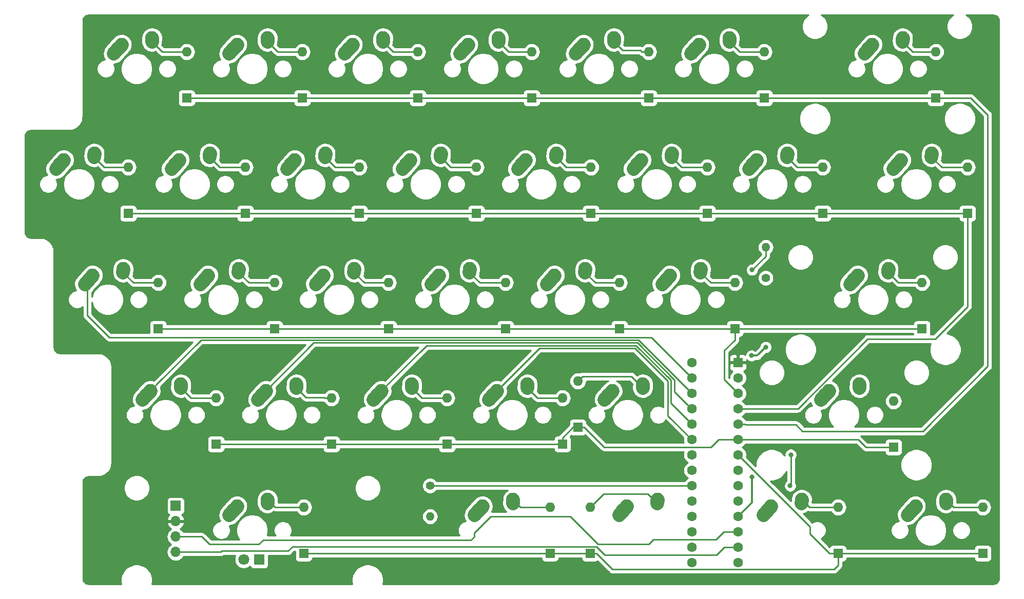
<source format=gtl>
G04 #@! TF.GenerationSoftware,KiCad,Pcbnew,(5.1.4-0-10_14)*
G04 #@! TF.CreationDate,2020-10-01T04:07:51-07:00*
G04 #@! TF.ProjectId,mpm62-kb-right,6d706d36-322d-46b6-922d-72696768742e,rev?*
G04 #@! TF.SameCoordinates,Original*
G04 #@! TF.FileFunction,Copper,L1,Top*
G04 #@! TF.FilePolarity,Positive*
%FSLAX46Y46*%
G04 Gerber Fmt 4.6, Leading zero omitted, Abs format (unit mm)*
G04 Created by KiCad (PCBNEW (5.1.4-0-10_14)) date 2020-10-01 04:07:51*
%MOMM*%
%LPD*%
G04 APERTURE LIST*
%ADD10C,2.250000*%
%ADD11C,2.250000*%
%ADD12O,1.400000X1.400000*%
%ADD13C,1.400000*%
%ADD14C,1.600000*%
%ADD15R,1.600000X1.600000*%
%ADD16C,1.800000*%
%ADD17R,1.800000X1.800000*%
%ADD18O,1.700000X1.700000*%
%ADD19R,1.700000X1.700000*%
%ADD20O,1.600000X1.600000*%
%ADD21C,0.800000*%
%ADD22C,0.375000*%
%ADD23C,0.250000*%
%ADD24C,0.254000*%
G04 APERTURE END LIST*
D10*
X83225000Y-129350000D03*
X82570001Y-130080000D03*
D11*
X81915000Y-130810000D02*
X83225002Y-129350000D01*
D10*
X88265000Y-128270000D03*
X88245000Y-128560000D03*
D11*
X88225000Y-128850000D02*
X88265000Y-128270000D01*
D12*
X170434000Y-86614000D03*
D13*
X170434000Y-91694000D03*
D12*
X115062000Y-131064000D03*
D13*
X115062000Y-125984000D03*
D14*
X158242000Y-105664000D03*
X158242000Y-108204000D03*
X158242000Y-110744000D03*
X158242000Y-113284000D03*
X158242000Y-115824000D03*
X158242000Y-118364000D03*
X158242000Y-120904000D03*
X158242000Y-123444000D03*
X158242000Y-125984000D03*
X158242000Y-128524000D03*
X158242000Y-131064000D03*
X158242000Y-133604000D03*
X158242000Y-136144000D03*
X158242000Y-138684000D03*
X165862000Y-138684000D03*
X165862000Y-136144000D03*
X165862000Y-133604000D03*
X165862000Y-131064000D03*
X165862000Y-128524000D03*
X165862000Y-125984000D03*
X165862000Y-123444000D03*
X165862000Y-120904000D03*
X165862000Y-118364000D03*
X165862000Y-115824000D03*
X165862000Y-113284000D03*
X165862000Y-110744000D03*
X165862000Y-108204000D03*
D15*
X165862000Y-105664000D03*
D16*
X84328000Y-138176000D03*
D17*
X86868000Y-138176000D03*
D18*
X73100000Y-136930000D03*
X73100000Y-134390000D03*
X73100000Y-131850000D03*
D19*
X73100000Y-129310000D03*
D20*
X206248000Y-129540000D03*
D15*
X206248000Y-137160000D03*
D20*
X191516000Y-112014000D03*
D15*
X191516000Y-119634000D03*
D20*
X196215000Y-92456000D03*
D15*
X196215000Y-100076000D03*
D20*
X203708000Y-73406000D03*
D15*
X203708000Y-81026000D03*
D20*
X198501000Y-54356000D03*
D15*
X198501000Y-61976000D03*
D20*
X182372000Y-129540000D03*
D15*
X182372000Y-137160000D03*
D20*
X179832000Y-73406000D03*
D15*
X179832000Y-81026000D03*
D20*
X170180000Y-54356000D03*
D15*
X170180000Y-61976000D03*
D20*
X141478000Y-129540000D03*
D15*
X141478000Y-137160000D03*
D20*
X139446000Y-108712000D03*
D15*
X139446000Y-116332000D03*
D20*
X165354000Y-92456000D03*
D15*
X165354000Y-100076000D03*
D20*
X160782000Y-73406000D03*
D15*
X160782000Y-81026000D03*
D20*
X151130000Y-54356000D03*
D15*
X151130000Y-61976000D03*
D20*
X134874000Y-129540000D03*
D15*
X134874000Y-137160000D03*
D20*
X136906000Y-111506000D03*
D15*
X136906000Y-119126000D03*
D20*
X146304000Y-92456000D03*
D15*
X146304000Y-100076000D03*
D20*
X141605000Y-73406000D03*
D15*
X141605000Y-81026000D03*
D20*
X131826000Y-54356000D03*
D15*
X131826000Y-61976000D03*
D20*
X117856000Y-111506000D03*
D15*
X117856000Y-119126000D03*
D20*
X127508000Y-92456000D03*
D15*
X127508000Y-100076000D03*
D20*
X122682000Y-73406000D03*
D15*
X122682000Y-81026000D03*
D20*
X113030000Y-54356000D03*
D15*
X113030000Y-61976000D03*
D20*
X98806000Y-111506000D03*
D15*
X98806000Y-119126000D03*
D20*
X108204000Y-92456000D03*
D15*
X108204000Y-100076000D03*
D20*
X103378000Y-73406000D03*
D15*
X103378000Y-81026000D03*
D20*
X93980000Y-54356000D03*
D15*
X93980000Y-61976000D03*
D20*
X94234000Y-129540000D03*
D15*
X94234000Y-137160000D03*
D20*
X79756000Y-111506000D03*
D15*
X79756000Y-119126000D03*
D20*
X89408000Y-92456000D03*
D15*
X89408000Y-100076000D03*
D20*
X84582000Y-73406000D03*
D15*
X84582000Y-81026000D03*
D20*
X74930000Y-54356000D03*
D15*
X74930000Y-61976000D03*
D20*
X70231000Y-92456000D03*
D15*
X70231000Y-100076000D03*
D20*
X65278000Y-73406000D03*
D15*
X65278000Y-81026000D03*
D10*
X68937500Y-110300000D03*
X68282501Y-111030000D03*
D11*
X67627500Y-111760000D02*
X68937502Y-110300000D01*
D10*
X73977500Y-109220000D03*
X73957500Y-109510000D03*
D11*
X73937500Y-109800000D02*
X73977500Y-109220000D01*
D10*
X180856250Y-110300000D03*
X180201251Y-111030000D03*
D11*
X179546250Y-111760000D02*
X180856252Y-110300000D01*
D10*
X185896250Y-109220000D03*
X185876250Y-109510000D03*
D11*
X185856250Y-109800000D02*
X185896250Y-109220000D01*
D10*
X195143750Y-129350000D03*
X194488751Y-130080000D03*
D11*
X193833750Y-130810000D02*
X195143752Y-129350000D01*
D10*
X200183750Y-128270000D03*
X200163750Y-128560000D03*
D11*
X200143750Y-128850000D02*
X200183750Y-128270000D01*
D10*
X185618750Y-91250000D03*
X184963751Y-91980000D03*
D11*
X184308750Y-92710000D02*
X185618752Y-91250000D01*
D10*
X190658750Y-90170000D03*
X190638750Y-90460000D03*
D11*
X190618750Y-90750000D02*
X190658750Y-90170000D01*
D10*
X192762500Y-72200000D03*
X192107501Y-72930000D03*
D11*
X191452500Y-73660000D02*
X192762502Y-72200000D01*
D10*
X197802500Y-71120000D03*
X197782500Y-71410000D03*
D11*
X197762500Y-71700000D02*
X197802500Y-71120000D01*
D10*
X188000000Y-53150000D03*
X187345001Y-53880000D03*
D11*
X186690000Y-54610000D02*
X188000002Y-53150000D01*
D10*
X193040000Y-52070000D03*
X193020000Y-52360000D03*
D11*
X193000000Y-52650000D02*
X193040000Y-52070000D01*
D10*
X171331250Y-129350000D03*
X170676251Y-130080000D03*
D11*
X170021250Y-130810000D02*
X171331252Y-129350000D01*
D10*
X176371250Y-128270000D03*
X176351250Y-128560000D03*
D11*
X176331250Y-128850000D02*
X176371250Y-128270000D01*
D10*
X168950000Y-72200000D03*
X168295001Y-72930000D03*
D11*
X167640000Y-73660000D02*
X168950002Y-72200000D01*
D10*
X173990000Y-71120000D03*
X173970000Y-71410000D03*
D11*
X173950000Y-71700000D02*
X173990000Y-71120000D01*
D10*
X159425000Y-53150000D03*
X158770001Y-53880000D03*
D11*
X158115000Y-54610000D02*
X159425002Y-53150000D01*
D10*
X164465000Y-52070000D03*
X164445000Y-52360000D03*
D11*
X164425000Y-52650000D02*
X164465000Y-52070000D01*
D10*
X147518750Y-129350000D03*
X146863751Y-130080000D03*
D11*
X146208750Y-130810000D02*
X147518752Y-129350000D01*
D10*
X152558750Y-128270000D03*
X152538750Y-128560000D03*
D11*
X152518750Y-128850000D02*
X152558750Y-128270000D01*
D10*
X145137500Y-110300000D03*
X144482501Y-111030000D03*
D11*
X143827500Y-111760000D02*
X145137502Y-110300000D01*
D10*
X150177500Y-109220000D03*
X150157500Y-109510000D03*
D11*
X150137500Y-109800000D02*
X150177500Y-109220000D01*
D10*
X154662500Y-91250000D03*
X154007501Y-91980000D03*
D11*
X153352500Y-92710000D02*
X154662502Y-91250000D01*
D10*
X159702500Y-90170000D03*
X159682500Y-90460000D03*
D11*
X159662500Y-90750000D02*
X159702500Y-90170000D01*
D10*
X149900000Y-72200000D03*
X149245001Y-72930000D03*
D11*
X148590000Y-73660000D02*
X149900002Y-72200000D01*
D10*
X154940000Y-71120000D03*
X154920000Y-71410000D03*
D11*
X154900000Y-71700000D02*
X154940000Y-71120000D01*
D10*
X140375000Y-53150000D03*
X139720001Y-53880000D03*
D11*
X139065000Y-54610000D02*
X140375002Y-53150000D01*
D10*
X145415000Y-52070000D03*
X145395000Y-52360000D03*
D11*
X145375000Y-52650000D02*
X145415000Y-52070000D01*
D10*
X123706250Y-129350000D03*
X123051251Y-130080000D03*
D11*
X122396250Y-130810000D02*
X123706252Y-129350000D01*
D10*
X128746250Y-128270000D03*
X128726250Y-128560000D03*
D11*
X128706250Y-128850000D02*
X128746250Y-128270000D01*
D10*
X126087500Y-110300000D03*
X125432501Y-111030000D03*
D11*
X124777500Y-111760000D02*
X126087502Y-110300000D01*
D10*
X131127500Y-109220000D03*
X131107500Y-109510000D03*
D11*
X131087500Y-109800000D02*
X131127500Y-109220000D01*
D10*
X135612500Y-91250000D03*
X134957501Y-91980000D03*
D11*
X134302500Y-92710000D02*
X135612502Y-91250000D01*
D10*
X140652500Y-90170000D03*
X140632500Y-90460000D03*
D11*
X140612500Y-90750000D02*
X140652500Y-90170000D01*
D10*
X130850000Y-72200000D03*
X130195001Y-72930000D03*
D11*
X129540000Y-73660000D02*
X130850002Y-72200000D01*
D10*
X135890000Y-71120000D03*
X135870000Y-71410000D03*
D11*
X135850000Y-71700000D02*
X135890000Y-71120000D01*
D10*
X121325000Y-53150000D03*
X120670001Y-53880000D03*
D11*
X120015000Y-54610000D02*
X121325002Y-53150000D01*
D10*
X126365000Y-52070000D03*
X126345000Y-52360000D03*
D11*
X126325000Y-52650000D02*
X126365000Y-52070000D01*
D10*
X107037500Y-110300000D03*
X106382501Y-111030000D03*
D11*
X105727500Y-111760000D02*
X107037502Y-110300000D01*
D10*
X112077500Y-109220000D03*
X112057500Y-109510000D03*
D11*
X112037500Y-109800000D02*
X112077500Y-109220000D01*
D10*
X116562500Y-91250000D03*
X115907501Y-91980000D03*
D11*
X115252500Y-92710000D02*
X116562502Y-91250000D01*
D10*
X121602500Y-90170000D03*
X121582500Y-90460000D03*
D11*
X121562500Y-90750000D02*
X121602500Y-90170000D01*
D10*
X111800000Y-72200000D03*
X111145001Y-72930000D03*
D11*
X110490000Y-73660000D02*
X111800002Y-72200000D01*
D10*
X116840000Y-71120000D03*
X116820000Y-71410000D03*
D11*
X116800000Y-71700000D02*
X116840000Y-71120000D01*
D10*
X102275000Y-53150000D03*
X101620001Y-53880000D03*
D11*
X100965000Y-54610000D02*
X102275002Y-53150000D01*
D10*
X107315000Y-52070000D03*
X107295000Y-52360000D03*
D11*
X107275000Y-52650000D02*
X107315000Y-52070000D01*
D10*
X87987500Y-110300000D03*
X87332501Y-111030000D03*
D11*
X86677500Y-111760000D02*
X87987502Y-110300000D01*
D10*
X93027500Y-109220000D03*
X93007500Y-109510000D03*
D11*
X92987500Y-109800000D02*
X93027500Y-109220000D01*
D10*
X97512500Y-91250000D03*
X96857501Y-91980000D03*
D11*
X96202500Y-92710000D02*
X97512502Y-91250000D01*
D10*
X102552500Y-90170000D03*
X102532500Y-90460000D03*
D11*
X102512500Y-90750000D02*
X102552500Y-90170000D01*
D10*
X92750000Y-72200000D03*
X92095001Y-72930000D03*
D11*
X91440000Y-73660000D02*
X92750002Y-72200000D01*
D10*
X97790000Y-71120000D03*
X97770000Y-71410000D03*
D11*
X97750000Y-71700000D02*
X97790000Y-71120000D01*
D10*
X83225000Y-53150000D03*
X82570001Y-53880000D03*
D11*
X81915000Y-54610000D02*
X83225002Y-53150000D01*
D10*
X88265000Y-52070000D03*
X88245000Y-52360000D03*
D11*
X88225000Y-52650000D02*
X88265000Y-52070000D01*
D10*
X78462500Y-91250000D03*
X77807501Y-91980000D03*
D11*
X77152500Y-92710000D02*
X78462502Y-91250000D01*
D10*
X83502500Y-90170000D03*
X83482500Y-90460000D03*
D11*
X83462500Y-90750000D02*
X83502500Y-90170000D01*
D10*
X73700000Y-72200000D03*
X73045001Y-72930000D03*
D11*
X72390000Y-73660000D02*
X73700002Y-72200000D01*
D10*
X78740000Y-71120000D03*
X78720000Y-71410000D03*
D11*
X78700000Y-71700000D02*
X78740000Y-71120000D01*
D10*
X64175000Y-53150000D03*
X63520001Y-53880000D03*
D11*
X62865000Y-54610000D02*
X64175002Y-53150000D01*
D10*
X69215000Y-52070000D03*
X69195000Y-52360000D03*
D11*
X69175000Y-52650000D02*
X69215000Y-52070000D01*
D10*
X59412500Y-91250000D03*
X58757501Y-91980000D03*
D11*
X58102500Y-92710000D02*
X59412502Y-91250000D01*
D10*
X64452500Y-90170000D03*
X64432500Y-90460000D03*
D11*
X64412500Y-90750000D02*
X64452500Y-90170000D01*
D10*
X54650000Y-72200000D03*
X53995001Y-72930000D03*
D11*
X53340000Y-73660000D02*
X54650002Y-72200000D01*
D10*
X59690000Y-71120000D03*
X59670000Y-71410000D03*
D11*
X59650000Y-71700000D02*
X59690000Y-71120000D01*
D21*
X173482000Y-102108000D03*
X168180000Y-124520000D03*
X168100000Y-104520000D03*
X170434000Y-103124000D03*
X174580000Y-120870000D03*
X174480000Y-126010000D03*
X168195000Y-90344000D03*
D22*
X165862000Y-105664000D02*
X169672000Y-105664000D01*
X169672000Y-105664000D02*
X169926000Y-105664000D01*
X169926000Y-105664000D02*
X173482000Y-102108000D01*
D23*
X61356000Y-73406000D02*
X59650000Y-71700000D01*
X65278000Y-73406000D02*
X61356000Y-73406000D01*
X65278000Y-81026000D02*
X84582000Y-81026000D01*
X84582000Y-81026000D02*
X103378000Y-81026000D01*
X103378000Y-81026000D02*
X122682000Y-81026000D01*
X122682000Y-81026000D02*
X141605000Y-81026000D01*
X141605000Y-81026000D02*
X160782000Y-81026000D01*
X160782000Y-81026000D02*
X179832000Y-81026000D01*
X179832000Y-81026000D02*
X203708000Y-81026000D01*
X203708000Y-96421776D02*
X203708000Y-81026000D01*
X198379776Y-101750000D02*
X203708000Y-96421776D01*
X167027370Y-113250000D02*
X175760248Y-113250000D01*
X166993370Y-113284000D02*
X167027370Y-113250000D01*
X187260248Y-101750000D02*
X198379776Y-101750000D01*
X175760248Y-113250000D02*
X187260248Y-101750000D01*
X165862000Y-113284000D02*
X166993370Y-113284000D01*
X66118500Y-92456000D02*
X64412500Y-90750000D01*
X70231000Y-92456000D02*
X66118500Y-92456000D01*
X70231000Y-100076000D02*
X89408000Y-100076000D01*
X89408000Y-100076000D02*
X108204000Y-100076000D01*
X108204000Y-100076000D02*
X127508000Y-100076000D01*
X127508000Y-100076000D02*
X146304000Y-100076000D01*
X146304000Y-100076000D02*
X165354000Y-100076000D01*
X165862000Y-110744000D02*
X163618000Y-108500000D01*
X163618000Y-108500000D02*
X163618000Y-103668000D01*
X165354000Y-101932000D02*
X165354000Y-100076000D01*
X163618000Y-103668000D02*
X165354000Y-101932000D01*
X165354000Y-100076000D02*
X196850000Y-100076000D01*
X70881000Y-54356000D02*
X69175000Y-52650000D01*
X74930000Y-54356000D02*
X70881000Y-54356000D01*
X75980000Y-61976000D02*
X93980000Y-61976000D01*
X74930000Y-61976000D02*
X75980000Y-61976000D01*
X95030000Y-61976000D02*
X113030000Y-61976000D01*
X93980000Y-61976000D02*
X95030000Y-61976000D01*
X113030000Y-61976000D02*
X131826000Y-61976000D01*
X132876000Y-61976000D02*
X151130000Y-61976000D01*
X131826000Y-61976000D02*
X132876000Y-61976000D01*
X151130000Y-61976000D02*
X170180000Y-61976000D01*
X170180000Y-61976000D02*
X199136000Y-61976000D01*
X166993370Y-115824000D02*
X167119370Y-115950000D01*
X165862000Y-115824000D02*
X166993370Y-115824000D01*
X167119370Y-115950000D02*
X175450000Y-115950000D01*
X175450000Y-115950000D02*
X176500000Y-117000000D01*
X176500000Y-117000000D02*
X196350000Y-117000000D01*
X196350000Y-117000000D02*
X207050000Y-106300000D01*
X207050000Y-106300000D02*
X207050000Y-64750000D01*
X200186000Y-61976000D02*
X199136000Y-61976000D01*
X204276000Y-61976000D02*
X200186000Y-61976000D01*
X207050000Y-64750000D02*
X204276000Y-61976000D01*
X80406000Y-73406000D02*
X78700000Y-71700000D01*
X84582000Y-73406000D02*
X80406000Y-73406000D01*
X85168500Y-92456000D02*
X83462500Y-90750000D01*
X89408000Y-92456000D02*
X85168500Y-92456000D01*
X75643500Y-111506000D02*
X73937500Y-109800000D01*
X79756000Y-111506000D02*
X75643500Y-111506000D01*
X79756000Y-119126000D02*
X98806000Y-119126000D01*
X98806000Y-119126000D02*
X117856000Y-119126000D01*
X117856000Y-119126000D02*
X136906000Y-119126000D01*
X165862000Y-118364000D02*
X185674000Y-118364000D01*
X186944000Y-119634000D02*
X192024000Y-119634000D01*
X185674000Y-118364000D02*
X186944000Y-119634000D01*
X138650000Y-116332000D02*
X139446000Y-116332000D01*
X136906000Y-118076000D02*
X138650000Y-116332000D01*
X136906000Y-119126000D02*
X136906000Y-118076000D01*
X143794000Y-119630000D02*
X140496000Y-116332000D01*
X140496000Y-116332000D02*
X139446000Y-116332000D01*
X161380000Y-119630000D02*
X143794000Y-119630000D01*
X162646000Y-118364000D02*
X161380000Y-119630000D01*
X165862000Y-118364000D02*
X162646000Y-118364000D01*
X89931000Y-54356000D02*
X88225000Y-52650000D01*
X93980000Y-54356000D02*
X89931000Y-54356000D01*
X94234000Y-137160000D02*
X134874000Y-137160000D01*
X134874000Y-137160000D02*
X141478000Y-137160000D01*
X205198000Y-137160000D02*
X182372000Y-137160000D01*
X206248000Y-137160000D02*
X205198000Y-137160000D01*
X181322000Y-137160000D02*
X182372000Y-137160000D01*
X177711249Y-133926001D02*
X180945248Y-137160000D01*
X180945248Y-137160000D02*
X181322000Y-137160000D01*
X177711249Y-132753249D02*
X177711249Y-133926001D01*
X165862000Y-120904000D02*
X177711249Y-132753249D01*
X145177001Y-139809001D02*
X181680999Y-139809001D01*
X142528000Y-137160000D02*
X145177001Y-139809001D01*
X141478000Y-137160000D02*
X142528000Y-137160000D01*
X182372000Y-139118000D02*
X182372000Y-137160000D01*
X181680999Y-139809001D02*
X182372000Y-139118000D01*
X99456000Y-73406000D02*
X97750000Y-71700000D01*
X103378000Y-73406000D02*
X99456000Y-73406000D01*
X104218500Y-92456000D02*
X102512500Y-90750000D01*
X108204000Y-92456000D02*
X104218500Y-92456000D01*
X97674630Y-111506000D02*
X97588630Y-111420000D01*
X98806000Y-111506000D02*
X97674630Y-111506000D01*
X94607500Y-111420000D02*
X92987500Y-109800000D01*
X97588630Y-111420000D02*
X94607500Y-111420000D01*
X88845000Y-128850000D02*
X88225000Y-128850000D01*
X89535000Y-129540000D02*
X88845000Y-128850000D01*
X94234000Y-129540000D02*
X89535000Y-129540000D01*
X108981000Y-54356000D02*
X107275000Y-52650000D01*
X113030000Y-54356000D02*
X108981000Y-54356000D01*
X118506000Y-73406000D02*
X116800000Y-71700000D01*
X122682000Y-73406000D02*
X118506000Y-73406000D01*
X123268500Y-92456000D02*
X121562500Y-90750000D01*
X127508000Y-92456000D02*
X123268500Y-92456000D01*
X113743500Y-111506000D02*
X112037500Y-109800000D01*
X117856000Y-111506000D02*
X113743500Y-111506000D01*
X128031000Y-54356000D02*
X126325000Y-52650000D01*
X131826000Y-54356000D02*
X128031000Y-54356000D01*
X137556000Y-73406000D02*
X135850000Y-71700000D01*
X141605000Y-73406000D02*
X137556000Y-73406000D01*
X142318500Y-92456000D02*
X140612500Y-90750000D01*
X146304000Y-92456000D02*
X142318500Y-92456000D01*
X132793500Y-111506000D02*
X131087500Y-109800000D01*
X136906000Y-111506000D02*
X132793500Y-111506000D01*
X130016250Y-129540000D02*
X128746250Y-128270000D01*
X134874000Y-129540000D02*
X130016250Y-129540000D01*
X149998630Y-54356000D02*
X149782630Y-54140000D01*
X151130000Y-54356000D02*
X149998630Y-54356000D01*
X146865000Y-54140000D02*
X145375000Y-52650000D01*
X149782630Y-54140000D02*
X146865000Y-54140000D01*
X156606000Y-73406000D02*
X154900000Y-71700000D01*
X160782000Y-73406000D02*
X156606000Y-73406000D01*
X161368500Y-92456000D02*
X159662500Y-90750000D01*
X165354000Y-92456000D02*
X161368500Y-92456000D01*
X150137500Y-109800000D02*
X149049500Y-108712000D01*
X140245999Y-107912001D02*
X148249501Y-107912001D01*
X148249501Y-107912001D02*
X150137500Y-109800000D01*
X139446000Y-108712000D02*
X140245999Y-107912001D01*
X151008750Y-127340000D02*
X152518750Y-128850000D01*
X143678000Y-127340000D02*
X151008750Y-127340000D01*
X141478000Y-129540000D02*
X143678000Y-127340000D01*
X166131000Y-54356000D02*
X164425000Y-52650000D01*
X170180000Y-54356000D02*
X166131000Y-54356000D01*
X175656000Y-73406000D02*
X173950000Y-71700000D01*
X179832000Y-73406000D02*
X175656000Y-73406000D01*
X177496249Y-129394999D02*
X176371250Y-128270000D01*
X177641250Y-129540000D02*
X177496249Y-129394999D01*
X182372000Y-129540000D02*
X177641250Y-129540000D01*
X194706000Y-54356000D02*
X193000000Y-52650000D01*
X198501000Y-54356000D02*
X194706000Y-54356000D01*
X199468500Y-73406000D02*
X197762500Y-71700000D01*
X203708000Y-73406000D02*
X199468500Y-73406000D01*
X192324750Y-92456000D02*
X190618750Y-90750000D01*
X196850000Y-92456000D02*
X192324750Y-92456000D01*
X201453750Y-129540000D02*
X200183750Y-128270000D01*
X206248000Y-129540000D02*
X201453750Y-129540000D01*
D22*
X168180000Y-128746000D02*
X168180000Y-124520000D01*
X165862000Y-131064000D02*
X168180000Y-128746000D01*
X168100000Y-104520000D02*
X169038000Y-104520000D01*
X169038000Y-104520000D02*
X170434000Y-103124000D01*
D23*
X58860000Y-93467500D02*
X58102500Y-92710000D01*
X58550000Y-93157500D02*
X58102500Y-92710000D01*
X151550000Y-101512000D02*
X151550000Y-101490000D01*
X151550000Y-101490000D02*
X62140000Y-101490000D01*
X58550000Y-97900000D02*
X58550000Y-93157500D01*
X62140000Y-101490000D02*
X58550000Y-97900000D01*
X158242000Y-108204000D02*
X151550000Y-101512000D01*
X70062499Y-109175001D02*
X68937500Y-110300000D01*
X77297490Y-101940010D02*
X70062499Y-109175001D01*
X149438010Y-101940010D02*
X77297490Y-101940010D01*
X158242000Y-110744000D02*
X149438010Y-101940010D01*
X157442001Y-112484001D02*
X157404001Y-112484001D01*
X158242000Y-113284000D02*
X157442001Y-112484001D01*
X155380000Y-110460000D02*
X155380000Y-108518410D01*
X157404001Y-112484001D02*
X155380000Y-110460000D01*
X155380000Y-108518410D02*
X149251610Y-102390020D01*
X95897480Y-102390020D02*
X87987500Y-110300000D01*
X149251610Y-102390020D02*
X95897480Y-102390020D01*
X158242000Y-115824000D02*
X154770000Y-112352000D01*
X154770000Y-112352000D02*
X154770000Y-108544820D01*
X154770000Y-108544820D02*
X149065210Y-102840030D01*
X105727500Y-111610000D02*
X105727500Y-111760000D01*
X114497470Y-102840030D02*
X105727500Y-111610000D01*
X149065210Y-102840030D02*
X114497470Y-102840030D01*
X154319990Y-108731220D02*
X148878810Y-103290040D01*
X154319991Y-114441991D02*
X154319990Y-108731220D01*
X133097460Y-103290040D02*
X126087500Y-110300000D01*
X148878810Y-103290040D02*
X133097460Y-103290040D01*
X158242000Y-118364000D02*
X154319991Y-114441991D01*
X174580000Y-125910000D02*
X174480000Y-126010000D01*
X174580000Y-120870000D02*
X174580000Y-125910000D01*
X165862000Y-136144000D02*
X163566000Y-136144000D01*
X163566000Y-136144000D02*
X162300000Y-137410000D01*
X142538001Y-136034999D02*
X92375001Y-136034999D01*
X143913002Y-137410000D02*
X142538001Y-136034999D01*
X162300000Y-137410000D02*
X143913002Y-137410000D01*
X92375001Y-136034999D02*
X91650000Y-136760000D01*
X91650000Y-136760000D02*
X80680000Y-136760000D01*
X80510000Y-136930000D02*
X73100000Y-136930000D01*
X80680000Y-136760000D02*
X80510000Y-136930000D01*
X165862000Y-133604000D02*
X163506000Y-133604000D01*
X163506000Y-133604000D02*
X162220000Y-134890000D01*
X86838073Y-135668901D02*
X78678901Y-135668901D01*
X121780000Y-134970000D02*
X87536974Y-134970000D01*
X122326251Y-134423749D02*
X121780000Y-134970000D01*
X122326251Y-133798025D02*
X122326251Y-134423749D01*
X138170511Y-131031099D02*
X125093177Y-131031099D01*
X87536974Y-134970000D02*
X86838073Y-135668901D01*
X142808313Y-135668901D02*
X138170511Y-131031099D01*
X151131823Y-135668901D02*
X142808313Y-135668901D01*
X151910724Y-134890000D02*
X151131823Y-135668901D01*
X125093177Y-131031099D02*
X122326251Y-133798025D01*
X162220000Y-134890000D02*
X151910724Y-134890000D01*
X77400000Y-134390000D02*
X73100000Y-134390000D01*
X78678901Y-135668901D02*
X77400000Y-134390000D01*
X158242000Y-125984000D02*
X115026000Y-125984000D01*
X170434000Y-88105000D02*
X170434000Y-86614000D01*
X168195000Y-90344000D02*
X170434000Y-88105000D01*
D24*
G36*
X177185718Y-48487996D02*
G01*
X176884996Y-48788718D01*
X176648719Y-49142330D01*
X176485970Y-49535243D01*
X176403000Y-49952357D01*
X176403000Y-50377643D01*
X176485970Y-50794757D01*
X176648719Y-51187670D01*
X176884996Y-51541282D01*
X177185718Y-51842004D01*
X177539330Y-52078281D01*
X177932243Y-52241030D01*
X178349357Y-52324000D01*
X178774643Y-52324000D01*
X179191757Y-52241030D01*
X179584670Y-52078281D01*
X179938282Y-51842004D01*
X180239004Y-51541282D01*
X180475281Y-51187670D01*
X180638030Y-50794757D01*
X180721000Y-50377643D01*
X180721000Y-49952357D01*
X180638030Y-49535243D01*
X180475281Y-49142330D01*
X180239004Y-48788718D01*
X179938282Y-48487996D01*
X179634478Y-48285000D01*
X201365522Y-48285000D01*
X201061718Y-48487996D01*
X200760996Y-48788718D01*
X200524719Y-49142330D01*
X200361970Y-49535243D01*
X200279000Y-49952357D01*
X200279000Y-50377643D01*
X200361970Y-50794757D01*
X200524719Y-51187670D01*
X200760996Y-51541282D01*
X201061718Y-51842004D01*
X201415330Y-52078281D01*
X201808243Y-52241030D01*
X202225357Y-52324000D01*
X202650643Y-52324000D01*
X203067757Y-52241030D01*
X203460670Y-52078281D01*
X203814282Y-51842004D01*
X204115004Y-51541282D01*
X204351281Y-51187670D01*
X204514030Y-50794757D01*
X204597000Y-50377643D01*
X204597000Y-49952357D01*
X204514030Y-49535243D01*
X204351281Y-49142330D01*
X204115004Y-48788718D01*
X203814282Y-48487996D01*
X203510478Y-48285000D01*
X207930221Y-48285000D01*
X208142038Y-48305769D01*
X208314737Y-48357910D01*
X208474018Y-48442602D01*
X208613819Y-48556619D01*
X208728808Y-48695617D01*
X208814610Y-48854305D01*
X208867955Y-49026635D01*
X208890000Y-49236380D01*
X208890001Y-141255210D01*
X208869231Y-141467038D01*
X208817091Y-141639736D01*
X208732399Y-141799018D01*
X208618378Y-141938821D01*
X208479385Y-142053806D01*
X208320695Y-142139610D01*
X208148365Y-142192955D01*
X207938619Y-142215000D01*
X107334067Y-142215000D01*
X107403900Y-141863924D01*
X107403900Y-141346076D01*
X107302873Y-140838178D01*
X107104701Y-140359749D01*
X106817000Y-139929174D01*
X106450826Y-139563000D01*
X106020251Y-139275299D01*
X105541822Y-139077127D01*
X105033924Y-138976100D01*
X104516076Y-138976100D01*
X104008178Y-139077127D01*
X103529749Y-139275299D01*
X103099174Y-139563000D01*
X102733000Y-139929174D01*
X102445299Y-140359749D01*
X102247127Y-140838178D01*
X102146100Y-141346076D01*
X102146100Y-141863924D01*
X102215933Y-142215000D01*
X69234067Y-142215000D01*
X69303900Y-141863924D01*
X69303900Y-141346076D01*
X69202873Y-140838178D01*
X69004701Y-140359749D01*
X68717000Y-139929174D01*
X68350826Y-139563000D01*
X67920251Y-139275299D01*
X67441822Y-139077127D01*
X66933924Y-138976100D01*
X66416076Y-138976100D01*
X65908178Y-139077127D01*
X65429749Y-139275299D01*
X64999174Y-139563000D01*
X64633000Y-139929174D01*
X64345299Y-140359749D01*
X64147127Y-140838178D01*
X64046100Y-141346076D01*
X64046100Y-141863924D01*
X64115933Y-142215000D01*
X58769780Y-142215000D01*
X58557962Y-142194231D01*
X58385264Y-142142091D01*
X58225982Y-142057399D01*
X58086179Y-141943378D01*
X57971194Y-141804385D01*
X57885390Y-141645695D01*
X57832045Y-141473365D01*
X57810000Y-141263619D01*
X57810000Y-126152357D01*
X64516000Y-126152357D01*
X64516000Y-126577643D01*
X64598970Y-126994757D01*
X64761719Y-127387670D01*
X64997996Y-127741282D01*
X65298718Y-128042004D01*
X65652330Y-128278281D01*
X66045243Y-128441030D01*
X66462357Y-128524000D01*
X66887643Y-128524000D01*
X67209389Y-128460000D01*
X71611928Y-128460000D01*
X71611928Y-130160000D01*
X71624188Y-130284482D01*
X71660498Y-130404180D01*
X71719463Y-130514494D01*
X71798815Y-130611185D01*
X71895506Y-130690537D01*
X72005820Y-130749502D01*
X72086466Y-130773966D01*
X72002412Y-130849731D01*
X71828359Y-131083080D01*
X71703175Y-131345901D01*
X71658524Y-131493110D01*
X71779845Y-131723000D01*
X72973000Y-131723000D01*
X72973000Y-131703000D01*
X73227000Y-131703000D01*
X73227000Y-131723000D01*
X74420155Y-131723000D01*
X74541476Y-131493110D01*
X74496825Y-131345901D01*
X74371641Y-131083080D01*
X74197588Y-130849731D01*
X74113534Y-130773966D01*
X74194180Y-130749502D01*
X74304494Y-130690537D01*
X74401185Y-130611185D01*
X74480537Y-130514494D01*
X74539502Y-130404180D01*
X74575812Y-130284482D01*
X74588072Y-130160000D01*
X74588072Y-128460000D01*
X74575812Y-128335518D01*
X74539502Y-128215820D01*
X74480537Y-128105506D01*
X74401185Y-128008815D01*
X74304494Y-127929463D01*
X74194180Y-127870498D01*
X74074482Y-127834188D01*
X73950000Y-127821928D01*
X72250000Y-127821928D01*
X72125518Y-127834188D01*
X72005820Y-127870498D01*
X71895506Y-127929463D01*
X71798815Y-128008815D01*
X71719463Y-128105506D01*
X71660498Y-128215820D01*
X71624188Y-128335518D01*
X71611928Y-128460000D01*
X67209389Y-128460000D01*
X67304757Y-128441030D01*
X67697670Y-128278281D01*
X68051282Y-128042004D01*
X68352004Y-127741282D01*
X68588281Y-127387670D01*
X68751030Y-126994757D01*
X68834000Y-126577643D01*
X68834000Y-126152357D01*
X102616000Y-126152357D01*
X102616000Y-126577643D01*
X102698970Y-126994757D01*
X102861719Y-127387670D01*
X103097996Y-127741282D01*
X103398718Y-128042004D01*
X103752330Y-128278281D01*
X104145243Y-128441030D01*
X104562357Y-128524000D01*
X104987643Y-128524000D01*
X105404757Y-128441030D01*
X105797670Y-128278281D01*
X106151282Y-128042004D01*
X106452004Y-127741282D01*
X106688281Y-127387670D01*
X106851030Y-126994757D01*
X106934000Y-126577643D01*
X106934000Y-126152357D01*
X106851030Y-125735243D01*
X106688281Y-125342330D01*
X106452004Y-124988718D01*
X106151282Y-124687996D01*
X105797670Y-124451719D01*
X105404757Y-124288970D01*
X104987643Y-124206000D01*
X104562357Y-124206000D01*
X104145243Y-124288970D01*
X103752330Y-124451719D01*
X103398718Y-124687996D01*
X103097996Y-124988718D01*
X102861719Y-125342330D01*
X102698970Y-125735243D01*
X102616000Y-126152357D01*
X68834000Y-126152357D01*
X68751030Y-125735243D01*
X68588281Y-125342330D01*
X68352004Y-124988718D01*
X68051282Y-124687996D01*
X67697670Y-124451719D01*
X67304757Y-124288970D01*
X66887643Y-124206000D01*
X66462357Y-124206000D01*
X66045243Y-124288970D01*
X65652330Y-124451719D01*
X65298718Y-124687996D01*
X64997996Y-124988718D01*
X64761719Y-125342330D01*
X64598970Y-125735243D01*
X64516000Y-126152357D01*
X57810000Y-126152357D01*
X57810000Y-125444779D01*
X57830769Y-125232962D01*
X57882910Y-125060263D01*
X57967602Y-124900982D01*
X58081619Y-124761181D01*
X58220617Y-124646192D01*
X58379305Y-124560390D01*
X58551635Y-124507045D01*
X58761380Y-124485000D01*
X60357419Y-124485000D01*
X60386087Y-124482176D01*
X60395899Y-124482245D01*
X60405071Y-124481346D01*
X60713198Y-124448961D01*
X60771804Y-124436931D01*
X60830556Y-124425724D01*
X60839378Y-124423060D01*
X61135348Y-124331442D01*
X61190511Y-124308254D01*
X61245957Y-124285852D01*
X61254093Y-124281526D01*
X61526631Y-124134165D01*
X61576198Y-124100732D01*
X61626277Y-124067961D01*
X61633418Y-124062136D01*
X61872143Y-123864646D01*
X61914265Y-123822228D01*
X61957035Y-123780346D01*
X61962909Y-123773245D01*
X62158726Y-123533147D01*
X62191818Y-123483339D01*
X62225624Y-123433967D01*
X62230007Y-123425861D01*
X62375462Y-123152301D01*
X62398262Y-123096983D01*
X62421823Y-123042012D01*
X62424548Y-123033209D01*
X62514097Y-122736608D01*
X62525717Y-122677920D01*
X62538153Y-122619417D01*
X62539116Y-122610252D01*
X62569350Y-122301905D01*
X62569350Y-122301902D01*
X62572500Y-122269919D01*
X62572500Y-106330081D01*
X62569676Y-106301413D01*
X62569745Y-106291600D01*
X62568846Y-106282429D01*
X62536461Y-105974301D01*
X62524429Y-105915689D01*
X62513224Y-105856944D01*
X62510560Y-105848122D01*
X62418942Y-105552152D01*
X62395754Y-105496989D01*
X62373352Y-105441543D01*
X62369026Y-105433406D01*
X62221665Y-105160869D01*
X62188232Y-105111302D01*
X62155461Y-105061223D01*
X62149636Y-105054082D01*
X61952146Y-104815357D01*
X61909725Y-104773232D01*
X61867845Y-104730465D01*
X61860745Y-104724591D01*
X61620647Y-104528773D01*
X61570812Y-104495664D01*
X61521467Y-104461876D01*
X61513361Y-104457493D01*
X61239801Y-104312038D01*
X61184504Y-104289246D01*
X61129512Y-104265676D01*
X61120709Y-104262952D01*
X60824107Y-104173403D01*
X60765434Y-104161786D01*
X60706917Y-104149347D01*
X60697753Y-104148384D01*
X60389405Y-104118150D01*
X60389402Y-104118150D01*
X60357419Y-104115000D01*
X54007280Y-104115000D01*
X53795462Y-104094231D01*
X53622764Y-104042091D01*
X53463482Y-103957399D01*
X53323679Y-103843378D01*
X53208694Y-103704385D01*
X53122890Y-103545695D01*
X53069545Y-103373365D01*
X53047500Y-103163619D01*
X53047500Y-95101278D01*
X55322500Y-95101278D01*
X55322500Y-95398722D01*
X55380529Y-95690451D01*
X55494356Y-95965253D01*
X55659607Y-96212569D01*
X55869931Y-96422893D01*
X56117247Y-96588144D01*
X56392049Y-96701971D01*
X56683778Y-96760000D01*
X56981222Y-96760000D01*
X57272951Y-96701971D01*
X57547753Y-96588144D01*
X57790000Y-96426280D01*
X57790000Y-97862677D01*
X57786324Y-97900000D01*
X57790000Y-97937322D01*
X57790000Y-97937332D01*
X57800997Y-98048985D01*
X57844454Y-98192246D01*
X57915026Y-98324276D01*
X57954871Y-98372826D01*
X58009999Y-98440001D01*
X58039003Y-98463804D01*
X61576201Y-102001003D01*
X61599999Y-102030001D01*
X61715724Y-102124974D01*
X61847753Y-102195546D01*
X61991014Y-102239003D01*
X62102667Y-102250000D01*
X62102675Y-102250000D01*
X62140000Y-102253676D01*
X62177325Y-102250000D01*
X75912697Y-102250000D01*
X69551501Y-108611197D01*
X69528935Y-108633763D01*
X69524946Y-108631901D01*
X69486986Y-108622595D01*
X69450873Y-108607636D01*
X69318888Y-108581382D01*
X69188228Y-108549349D01*
X69149189Y-108547627D01*
X69110845Y-108540000D01*
X68976258Y-108540000D01*
X68841875Y-108534073D01*
X68803253Y-108540000D01*
X68764155Y-108540000D01*
X68632144Y-108566259D01*
X68499197Y-108586661D01*
X68462476Y-108600008D01*
X68424127Y-108607636D01*
X68299769Y-108659147D01*
X68173363Y-108705091D01*
X68139954Y-108725344D01*
X68103827Y-108740308D01*
X67991900Y-108815095D01*
X67876894Y-108884813D01*
X67848078Y-108911195D01*
X67815565Y-108932919D01*
X67720387Y-109028097D01*
X67685258Y-109060258D01*
X67659337Y-109089147D01*
X67570419Y-109178065D01*
X67543773Y-109217943D01*
X66259784Y-110648953D01*
X66106058Y-110858414D01*
X65959401Y-111172556D01*
X65876849Y-111509274D01*
X65861573Y-111855626D01*
X65914161Y-112198304D01*
X66032591Y-112524139D01*
X66195375Y-112792666D01*
X65917049Y-112848029D01*
X65642247Y-112961856D01*
X65394931Y-113127107D01*
X65184607Y-113337431D01*
X65019356Y-113584747D01*
X64905529Y-113859549D01*
X64847500Y-114151278D01*
X64847500Y-114448722D01*
X64905529Y-114740451D01*
X65019356Y-115015253D01*
X65184607Y-115262569D01*
X65394931Y-115472893D01*
X65642247Y-115638144D01*
X65917049Y-115751971D01*
X66208778Y-115810000D01*
X66506222Y-115810000D01*
X66797951Y-115751971D01*
X67072753Y-115638144D01*
X67320069Y-115472893D01*
X67530393Y-115262569D01*
X67695644Y-115015253D01*
X67809471Y-114740451D01*
X67867500Y-114448722D01*
X67867500Y-114151278D01*
X67845580Y-114041076D01*
X68808600Y-114041076D01*
X68808600Y-114558924D01*
X68909627Y-115066822D01*
X69107799Y-115545251D01*
X69395500Y-115975826D01*
X69761674Y-116342000D01*
X70192249Y-116629701D01*
X70670678Y-116827873D01*
X71178576Y-116928900D01*
X71696424Y-116928900D01*
X72204322Y-116827873D01*
X72682751Y-116629701D01*
X73113326Y-116342000D01*
X73479500Y-115975826D01*
X73767201Y-115545251D01*
X73965373Y-115066822D01*
X74066400Y-114558924D01*
X74066400Y-114151278D01*
X75007500Y-114151278D01*
X75007500Y-114448722D01*
X75065529Y-114740451D01*
X75179356Y-115015253D01*
X75344607Y-115262569D01*
X75554931Y-115472893D01*
X75802247Y-115638144D01*
X76077049Y-115751971D01*
X76368778Y-115810000D01*
X76666222Y-115810000D01*
X76957951Y-115751971D01*
X77232753Y-115638144D01*
X77480069Y-115472893D01*
X77690393Y-115262569D01*
X77855644Y-115015253D01*
X77969471Y-114740451D01*
X78027500Y-114448722D01*
X78027500Y-114151278D01*
X77969471Y-113859549D01*
X77855644Y-113584747D01*
X77690393Y-113337431D01*
X77480069Y-113127107D01*
X77232753Y-112961856D01*
X76957951Y-112848029D01*
X76666222Y-112790000D01*
X76368778Y-112790000D01*
X76077049Y-112848029D01*
X75802247Y-112961856D01*
X75554931Y-113127107D01*
X75344607Y-113337431D01*
X75179356Y-113584747D01*
X75065529Y-113859549D01*
X75007500Y-114151278D01*
X74066400Y-114151278D01*
X74066400Y-114041076D01*
X73965373Y-113533178D01*
X73767201Y-113054749D01*
X73479500Y-112624174D01*
X73113326Y-112258000D01*
X72682751Y-111970299D01*
X72204322Y-111772127D01*
X71696424Y-111671100D01*
X71178576Y-111671100D01*
X70670678Y-111772127D01*
X70192249Y-111970299D01*
X69761674Y-112258000D01*
X69395500Y-112624174D01*
X69107799Y-113054749D01*
X68909627Y-113533178D01*
X68808600Y-114041076D01*
X67845580Y-114041076D01*
X67809471Y-113859549D01*
X67695644Y-113584747D01*
X67654314Y-113522892D01*
X67723126Y-113525927D01*
X68065804Y-113473339D01*
X68391639Y-113354909D01*
X68688107Y-113175187D01*
X68879743Y-112999742D01*
X70215700Y-111510816D01*
X70304581Y-111421935D01*
X70379327Y-111310070D01*
X70458944Y-111201587D01*
X70475479Y-111166169D01*
X70497192Y-111133673D01*
X70548675Y-111009382D01*
X70605601Y-110887445D01*
X70614910Y-110849476D01*
X70629864Y-110813373D01*
X70656110Y-110681426D01*
X70688153Y-110550727D01*
X70689875Y-110511677D01*
X70697500Y-110473345D01*
X70697500Y-110338802D01*
X70703429Y-110204374D01*
X70697500Y-110165739D01*
X70697500Y-110126655D01*
X70671251Y-109994691D01*
X70650841Y-109861696D01*
X70637489Y-109824961D01*
X70629864Y-109786627D01*
X70620971Y-109765157D01*
X72175723Y-109765157D01*
X72183340Y-110024862D01*
X72260913Y-110362761D01*
X72402919Y-110679034D01*
X72603896Y-110961526D01*
X72856124Y-111199381D01*
X73149908Y-111383459D01*
X73473959Y-111506684D01*
X73815823Y-111564324D01*
X74162362Y-111554160D01*
X74500261Y-111476587D01*
X74527193Y-111464495D01*
X75079701Y-112017003D01*
X75103499Y-112046001D01*
X75219224Y-112140974D01*
X75351253Y-112211546D01*
X75494514Y-112255003D01*
X75606167Y-112266000D01*
X75606176Y-112266000D01*
X75643499Y-112269676D01*
X75680822Y-112266000D01*
X78535099Y-112266000D01*
X78557068Y-112307101D01*
X78736392Y-112525608D01*
X78954899Y-112704932D01*
X79204192Y-112838182D01*
X79474691Y-112920236D01*
X79685508Y-112941000D01*
X79826492Y-112941000D01*
X80037309Y-112920236D01*
X80307808Y-112838182D01*
X80557101Y-112704932D01*
X80775608Y-112525608D01*
X80954932Y-112307101D01*
X81088182Y-112057808D01*
X81170236Y-111787309D01*
X81197943Y-111506000D01*
X81170236Y-111224691D01*
X81088182Y-110954192D01*
X80954932Y-110704899D01*
X80775608Y-110486392D01*
X80557101Y-110307068D01*
X80307808Y-110173818D01*
X80037309Y-110091764D01*
X79826492Y-110071000D01*
X79685508Y-110071000D01*
X79474691Y-110091764D01*
X79204192Y-110173818D01*
X78954899Y-110307068D01*
X78736392Y-110486392D01*
X78557068Y-110704899D01*
X78535099Y-110746000D01*
X75958302Y-110746000D01*
X75597806Y-110385504D01*
X75644184Y-110263541D01*
X75687381Y-110007339D01*
X75725599Y-109453175D01*
X75737500Y-109393345D01*
X75737500Y-109280611D01*
X75739277Y-109254844D01*
X75737500Y-109194256D01*
X75737500Y-109046655D01*
X75732422Y-109021128D01*
X75731660Y-108995137D01*
X75698659Y-108851387D01*
X75669864Y-108706627D01*
X75659907Y-108682588D01*
X75654087Y-108657238D01*
X75593677Y-108522694D01*
X75537192Y-108386327D01*
X75522730Y-108364683D01*
X75512081Y-108340966D01*
X75426596Y-108220809D01*
X75344581Y-108098065D01*
X75326178Y-108079662D01*
X75311104Y-108058474D01*
X75203811Y-107957295D01*
X75099435Y-107852919D01*
X75077794Y-107838459D01*
X75058876Y-107820619D01*
X74933907Y-107742316D01*
X74811173Y-107660308D01*
X74787128Y-107650348D01*
X74765092Y-107636541D01*
X74627240Y-107584121D01*
X74490873Y-107527636D01*
X74465346Y-107522558D01*
X74441041Y-107513316D01*
X74295608Y-107488795D01*
X74150845Y-107460000D01*
X74124823Y-107460000D01*
X74099177Y-107455676D01*
X73951737Y-107460000D01*
X73804155Y-107460000D01*
X73778633Y-107465077D01*
X73752638Y-107465839D01*
X73608875Y-107498844D01*
X73464127Y-107527636D01*
X73440087Y-107537594D01*
X73414739Y-107543413D01*
X73280189Y-107603825D01*
X73143827Y-107660308D01*
X73122187Y-107674767D01*
X73098466Y-107685418D01*
X72978296Y-107770913D01*
X72855565Y-107852919D01*
X72837162Y-107871322D01*
X72815974Y-107886396D01*
X72714788Y-107993696D01*
X72610419Y-108098065D01*
X72595961Y-108119703D01*
X72578119Y-108138623D01*
X72499810Y-108263602D01*
X72417808Y-108386327D01*
X72407848Y-108410372D01*
X72394041Y-108432408D01*
X72341619Y-108570264D01*
X72285136Y-108706627D01*
X72280059Y-108732152D01*
X72270816Y-108756458D01*
X72246294Y-108901898D01*
X72217500Y-109046655D01*
X72217500Y-109159386D01*
X72175723Y-109765157D01*
X70620971Y-109765157D01*
X70599348Y-109712954D01*
X70626303Y-109685999D01*
X77612293Y-102700010D01*
X94512688Y-102700010D01*
X88578935Y-108633763D01*
X88574946Y-108631901D01*
X88536986Y-108622595D01*
X88500873Y-108607636D01*
X88368888Y-108581382D01*
X88238228Y-108549349D01*
X88199189Y-108547627D01*
X88160845Y-108540000D01*
X88026258Y-108540000D01*
X87891875Y-108534073D01*
X87853253Y-108540000D01*
X87814155Y-108540000D01*
X87682144Y-108566259D01*
X87549197Y-108586661D01*
X87512476Y-108600008D01*
X87474127Y-108607636D01*
X87349769Y-108659147D01*
X87223363Y-108705091D01*
X87189954Y-108725344D01*
X87153827Y-108740308D01*
X87041900Y-108815095D01*
X86926894Y-108884813D01*
X86898078Y-108911195D01*
X86865565Y-108932919D01*
X86770387Y-109028097D01*
X86735258Y-109060258D01*
X86709337Y-109089147D01*
X86620419Y-109178065D01*
X86593773Y-109217943D01*
X85309784Y-110648953D01*
X85156058Y-110858414D01*
X85009401Y-111172556D01*
X84926849Y-111509274D01*
X84911573Y-111855626D01*
X84964161Y-112198304D01*
X85082591Y-112524139D01*
X85245375Y-112792666D01*
X84967049Y-112848029D01*
X84692247Y-112961856D01*
X84444931Y-113127107D01*
X84234607Y-113337431D01*
X84069356Y-113584747D01*
X83955529Y-113859549D01*
X83897500Y-114151278D01*
X83897500Y-114448722D01*
X83955529Y-114740451D01*
X84069356Y-115015253D01*
X84234607Y-115262569D01*
X84444931Y-115472893D01*
X84692247Y-115638144D01*
X84967049Y-115751971D01*
X85258778Y-115810000D01*
X85556222Y-115810000D01*
X85847951Y-115751971D01*
X86122753Y-115638144D01*
X86370069Y-115472893D01*
X86580393Y-115262569D01*
X86745644Y-115015253D01*
X86859471Y-114740451D01*
X86917500Y-114448722D01*
X86917500Y-114151278D01*
X86895580Y-114041076D01*
X87858600Y-114041076D01*
X87858600Y-114558924D01*
X87959627Y-115066822D01*
X88157799Y-115545251D01*
X88445500Y-115975826D01*
X88811674Y-116342000D01*
X89242249Y-116629701D01*
X89720678Y-116827873D01*
X90228576Y-116928900D01*
X90746424Y-116928900D01*
X91254322Y-116827873D01*
X91732751Y-116629701D01*
X92163326Y-116342000D01*
X92529500Y-115975826D01*
X92817201Y-115545251D01*
X93015373Y-115066822D01*
X93116400Y-114558924D01*
X93116400Y-114151278D01*
X94057500Y-114151278D01*
X94057500Y-114448722D01*
X94115529Y-114740451D01*
X94229356Y-115015253D01*
X94394607Y-115262569D01*
X94604931Y-115472893D01*
X94852247Y-115638144D01*
X95127049Y-115751971D01*
X95418778Y-115810000D01*
X95716222Y-115810000D01*
X96007951Y-115751971D01*
X96282753Y-115638144D01*
X96530069Y-115472893D01*
X96740393Y-115262569D01*
X96905644Y-115015253D01*
X97019471Y-114740451D01*
X97077500Y-114448722D01*
X97077500Y-114151278D01*
X97019471Y-113859549D01*
X96905644Y-113584747D01*
X96740393Y-113337431D01*
X96530069Y-113127107D01*
X96282753Y-112961856D01*
X96007951Y-112848029D01*
X95716222Y-112790000D01*
X95418778Y-112790000D01*
X95127049Y-112848029D01*
X94852247Y-112961856D01*
X94604931Y-113127107D01*
X94394607Y-113337431D01*
X94229356Y-113584747D01*
X94115529Y-113859549D01*
X94057500Y-114151278D01*
X93116400Y-114151278D01*
X93116400Y-114041076D01*
X93015373Y-113533178D01*
X92817201Y-113054749D01*
X92529500Y-112624174D01*
X92163326Y-112258000D01*
X91732751Y-111970299D01*
X91254322Y-111772127D01*
X90746424Y-111671100D01*
X90228576Y-111671100D01*
X89720678Y-111772127D01*
X89242249Y-111970299D01*
X88811674Y-112258000D01*
X88445500Y-112624174D01*
X88157799Y-113054749D01*
X87959627Y-113533178D01*
X87858600Y-114041076D01*
X86895580Y-114041076D01*
X86859471Y-113859549D01*
X86745644Y-113584747D01*
X86704314Y-113522892D01*
X86773126Y-113525927D01*
X87115804Y-113473339D01*
X87441639Y-113354909D01*
X87738107Y-113175187D01*
X87929743Y-112999742D01*
X89265700Y-111510816D01*
X89354581Y-111421935D01*
X89429327Y-111310070D01*
X89508944Y-111201587D01*
X89525479Y-111166169D01*
X89547192Y-111133673D01*
X89598675Y-111009382D01*
X89655601Y-110887445D01*
X89664910Y-110849476D01*
X89679864Y-110813373D01*
X89706110Y-110681426D01*
X89738153Y-110550727D01*
X89739875Y-110511677D01*
X89747500Y-110473345D01*
X89747500Y-110338802D01*
X89753429Y-110204374D01*
X89747500Y-110165739D01*
X89747500Y-110126655D01*
X89721251Y-109994691D01*
X89700841Y-109861696D01*
X89687489Y-109824961D01*
X89679864Y-109786627D01*
X89670971Y-109765157D01*
X91225723Y-109765157D01*
X91233340Y-110024862D01*
X91310913Y-110362761D01*
X91452919Y-110679034D01*
X91653896Y-110961526D01*
X91906124Y-111199381D01*
X92199908Y-111383459D01*
X92523959Y-111506684D01*
X92865823Y-111564324D01*
X93212362Y-111554160D01*
X93550261Y-111476587D01*
X93577193Y-111464495D01*
X94043700Y-111931002D01*
X94067499Y-111960001D01*
X94096497Y-111983799D01*
X94183223Y-112054974D01*
X94312086Y-112123853D01*
X94315253Y-112125546D01*
X94458514Y-112169003D01*
X94570167Y-112180000D01*
X94570177Y-112180000D01*
X94607500Y-112183676D01*
X94644823Y-112180000D01*
X97323365Y-112180000D01*
X97382383Y-112211546D01*
X97525644Y-112255003D01*
X97582198Y-112260573D01*
X97607068Y-112307101D01*
X97786392Y-112525608D01*
X98004899Y-112704932D01*
X98254192Y-112838182D01*
X98524691Y-112920236D01*
X98735508Y-112941000D01*
X98876492Y-112941000D01*
X99087309Y-112920236D01*
X99357808Y-112838182D01*
X99607101Y-112704932D01*
X99825608Y-112525608D01*
X100004932Y-112307101D01*
X100138182Y-112057808D01*
X100220236Y-111787309D01*
X100247943Y-111506000D01*
X100220236Y-111224691D01*
X100138182Y-110954192D01*
X100004932Y-110704899D01*
X99825608Y-110486392D01*
X99607101Y-110307068D01*
X99357808Y-110173818D01*
X99087309Y-110091764D01*
X98876492Y-110071000D01*
X98735508Y-110071000D01*
X98524691Y-110091764D01*
X98254192Y-110173818D01*
X98004899Y-110307068D01*
X97786392Y-110486392D01*
X97642573Y-110661636D01*
X97625963Y-110660000D01*
X97625952Y-110660000D01*
X97588630Y-110656324D01*
X97551308Y-110660000D01*
X94922302Y-110660000D01*
X94647806Y-110385504D01*
X94694184Y-110263541D01*
X94737381Y-110007339D01*
X94775599Y-109453175D01*
X94787500Y-109393345D01*
X94787500Y-109280611D01*
X94789277Y-109254844D01*
X94787500Y-109194256D01*
X94787500Y-109046655D01*
X94782422Y-109021128D01*
X94781660Y-108995137D01*
X94748659Y-108851387D01*
X94719864Y-108706627D01*
X94709907Y-108682588D01*
X94704087Y-108657238D01*
X94643677Y-108522694D01*
X94587192Y-108386327D01*
X94572730Y-108364683D01*
X94562081Y-108340966D01*
X94476596Y-108220809D01*
X94394581Y-108098065D01*
X94376178Y-108079662D01*
X94361104Y-108058474D01*
X94253811Y-107957295D01*
X94149435Y-107852919D01*
X94127794Y-107838459D01*
X94108876Y-107820619D01*
X93983907Y-107742316D01*
X93861173Y-107660308D01*
X93837128Y-107650348D01*
X93815092Y-107636541D01*
X93677240Y-107584121D01*
X93540873Y-107527636D01*
X93515346Y-107522558D01*
X93491041Y-107513316D01*
X93345608Y-107488795D01*
X93200845Y-107460000D01*
X93174823Y-107460000D01*
X93149177Y-107455676D01*
X93001737Y-107460000D01*
X92854155Y-107460000D01*
X92828633Y-107465077D01*
X92802638Y-107465839D01*
X92658875Y-107498844D01*
X92514127Y-107527636D01*
X92490087Y-107537594D01*
X92464739Y-107543413D01*
X92330189Y-107603825D01*
X92193827Y-107660308D01*
X92172187Y-107674767D01*
X92148466Y-107685418D01*
X92028296Y-107770913D01*
X91905565Y-107852919D01*
X91887162Y-107871322D01*
X91865974Y-107886396D01*
X91764788Y-107993696D01*
X91660419Y-108098065D01*
X91645961Y-108119703D01*
X91628119Y-108138623D01*
X91549810Y-108263602D01*
X91467808Y-108386327D01*
X91457848Y-108410372D01*
X91444041Y-108432408D01*
X91391619Y-108570264D01*
X91335136Y-108706627D01*
X91330059Y-108732152D01*
X91320816Y-108756458D01*
X91296294Y-108901898D01*
X91267500Y-109046655D01*
X91267500Y-109159386D01*
X91225723Y-109765157D01*
X89670971Y-109765157D01*
X89649348Y-109712954D01*
X96212282Y-103150020D01*
X113112678Y-103150020D01*
X107628935Y-108633763D01*
X107624946Y-108631901D01*
X107586986Y-108622595D01*
X107550873Y-108607636D01*
X107418888Y-108581382D01*
X107288228Y-108549349D01*
X107249189Y-108547627D01*
X107210845Y-108540000D01*
X107076258Y-108540000D01*
X106941875Y-108534073D01*
X106903253Y-108540000D01*
X106864155Y-108540000D01*
X106732144Y-108566259D01*
X106599197Y-108586661D01*
X106562476Y-108600008D01*
X106524127Y-108607636D01*
X106399769Y-108659147D01*
X106273363Y-108705091D01*
X106239954Y-108725344D01*
X106203827Y-108740308D01*
X106091900Y-108815095D01*
X105976894Y-108884813D01*
X105948078Y-108911195D01*
X105915565Y-108932919D01*
X105820387Y-109028097D01*
X105785258Y-109060258D01*
X105759337Y-109089147D01*
X105670419Y-109178065D01*
X105643773Y-109217943D01*
X104359784Y-110648953D01*
X104206058Y-110858414D01*
X104059401Y-111172556D01*
X103976849Y-111509274D01*
X103961573Y-111855626D01*
X104014161Y-112198304D01*
X104132591Y-112524139D01*
X104295375Y-112792666D01*
X104017049Y-112848029D01*
X103742247Y-112961856D01*
X103494931Y-113127107D01*
X103284607Y-113337431D01*
X103119356Y-113584747D01*
X103005529Y-113859549D01*
X102947500Y-114151278D01*
X102947500Y-114448722D01*
X103005529Y-114740451D01*
X103119356Y-115015253D01*
X103284607Y-115262569D01*
X103494931Y-115472893D01*
X103742247Y-115638144D01*
X104017049Y-115751971D01*
X104308778Y-115810000D01*
X104606222Y-115810000D01*
X104897951Y-115751971D01*
X105172753Y-115638144D01*
X105420069Y-115472893D01*
X105630393Y-115262569D01*
X105795644Y-115015253D01*
X105909471Y-114740451D01*
X105967500Y-114448722D01*
X105967500Y-114151278D01*
X105945580Y-114041076D01*
X106908600Y-114041076D01*
X106908600Y-114558924D01*
X107009627Y-115066822D01*
X107207799Y-115545251D01*
X107495500Y-115975826D01*
X107861674Y-116342000D01*
X108292249Y-116629701D01*
X108770678Y-116827873D01*
X109278576Y-116928900D01*
X109796424Y-116928900D01*
X110304322Y-116827873D01*
X110782751Y-116629701D01*
X111213326Y-116342000D01*
X111579500Y-115975826D01*
X111867201Y-115545251D01*
X112065373Y-115066822D01*
X112166400Y-114558924D01*
X112166400Y-114151278D01*
X113107500Y-114151278D01*
X113107500Y-114448722D01*
X113165529Y-114740451D01*
X113279356Y-115015253D01*
X113444607Y-115262569D01*
X113654931Y-115472893D01*
X113902247Y-115638144D01*
X114177049Y-115751971D01*
X114468778Y-115810000D01*
X114766222Y-115810000D01*
X115057951Y-115751971D01*
X115332753Y-115638144D01*
X115580069Y-115472893D01*
X115790393Y-115262569D01*
X115955644Y-115015253D01*
X116069471Y-114740451D01*
X116127500Y-114448722D01*
X116127500Y-114151278D01*
X116069471Y-113859549D01*
X115955644Y-113584747D01*
X115790393Y-113337431D01*
X115580069Y-113127107D01*
X115332753Y-112961856D01*
X115057951Y-112848029D01*
X114766222Y-112790000D01*
X114468778Y-112790000D01*
X114177049Y-112848029D01*
X113902247Y-112961856D01*
X113654931Y-113127107D01*
X113444607Y-113337431D01*
X113279356Y-113584747D01*
X113165529Y-113859549D01*
X113107500Y-114151278D01*
X112166400Y-114151278D01*
X112166400Y-114041076D01*
X112065373Y-113533178D01*
X111867201Y-113054749D01*
X111579500Y-112624174D01*
X111213326Y-112258000D01*
X110782751Y-111970299D01*
X110304322Y-111772127D01*
X109796424Y-111671100D01*
X109278576Y-111671100D01*
X108770678Y-111772127D01*
X108292249Y-111970299D01*
X107861674Y-112258000D01*
X107495500Y-112624174D01*
X107207799Y-113054749D01*
X107009627Y-113533178D01*
X106908600Y-114041076D01*
X105945580Y-114041076D01*
X105909471Y-113859549D01*
X105795644Y-113584747D01*
X105754314Y-113522892D01*
X105823126Y-113525927D01*
X106165804Y-113473339D01*
X106491639Y-113354909D01*
X106788107Y-113175187D01*
X106979743Y-112999742D01*
X108315700Y-111510816D01*
X108404581Y-111421935D01*
X108479327Y-111310070D01*
X108558944Y-111201587D01*
X108575479Y-111166169D01*
X108597192Y-111133673D01*
X108648675Y-111009382D01*
X108705601Y-110887445D01*
X108714910Y-110849476D01*
X108729864Y-110813373D01*
X108756110Y-110681426D01*
X108788153Y-110550727D01*
X108789875Y-110511677D01*
X108797500Y-110473345D01*
X108797500Y-110338802D01*
X108803429Y-110204374D01*
X108797500Y-110165739D01*
X108797500Y-110126655D01*
X108771251Y-109994691D01*
X108750841Y-109861696D01*
X108737489Y-109824961D01*
X108729864Y-109786627D01*
X108720971Y-109765157D01*
X110275723Y-109765157D01*
X110283340Y-110024862D01*
X110360913Y-110362761D01*
X110502919Y-110679034D01*
X110703896Y-110961526D01*
X110956124Y-111199381D01*
X111249908Y-111383459D01*
X111573959Y-111506684D01*
X111915823Y-111564324D01*
X112262362Y-111554160D01*
X112600261Y-111476587D01*
X112627193Y-111464495D01*
X113179701Y-112017003D01*
X113203499Y-112046001D01*
X113319224Y-112140974D01*
X113451253Y-112211546D01*
X113594514Y-112255003D01*
X113706167Y-112266000D01*
X113706176Y-112266000D01*
X113743499Y-112269676D01*
X113780822Y-112266000D01*
X116635099Y-112266000D01*
X116657068Y-112307101D01*
X116836392Y-112525608D01*
X117054899Y-112704932D01*
X117304192Y-112838182D01*
X117574691Y-112920236D01*
X117785508Y-112941000D01*
X117926492Y-112941000D01*
X118137309Y-112920236D01*
X118407808Y-112838182D01*
X118657101Y-112704932D01*
X118875608Y-112525608D01*
X119054932Y-112307101D01*
X119188182Y-112057808D01*
X119270236Y-111787309D01*
X119297943Y-111506000D01*
X119270236Y-111224691D01*
X119188182Y-110954192D01*
X119054932Y-110704899D01*
X118875608Y-110486392D01*
X118657101Y-110307068D01*
X118407808Y-110173818D01*
X118137309Y-110091764D01*
X117926492Y-110071000D01*
X117785508Y-110071000D01*
X117574691Y-110091764D01*
X117304192Y-110173818D01*
X117054899Y-110307068D01*
X116836392Y-110486392D01*
X116657068Y-110704899D01*
X116635099Y-110746000D01*
X114058302Y-110746000D01*
X113697806Y-110385504D01*
X113744184Y-110263541D01*
X113787381Y-110007339D01*
X113825599Y-109453175D01*
X113837500Y-109393345D01*
X113837500Y-109280611D01*
X113839277Y-109254844D01*
X113837500Y-109194256D01*
X113837500Y-109046655D01*
X113832422Y-109021128D01*
X113831660Y-108995137D01*
X113798659Y-108851387D01*
X113769864Y-108706627D01*
X113759907Y-108682588D01*
X113754087Y-108657238D01*
X113693677Y-108522694D01*
X113637192Y-108386327D01*
X113622730Y-108364683D01*
X113612081Y-108340966D01*
X113526596Y-108220809D01*
X113444581Y-108098065D01*
X113426178Y-108079662D01*
X113411104Y-108058474D01*
X113303811Y-107957295D01*
X113199435Y-107852919D01*
X113177794Y-107838459D01*
X113158876Y-107820619D01*
X113033907Y-107742316D01*
X112911173Y-107660308D01*
X112887128Y-107650348D01*
X112865092Y-107636541D01*
X112727240Y-107584121D01*
X112590873Y-107527636D01*
X112565346Y-107522558D01*
X112541041Y-107513316D01*
X112395608Y-107488795D01*
X112250845Y-107460000D01*
X112224823Y-107460000D01*
X112199177Y-107455676D01*
X112051737Y-107460000D01*
X111904155Y-107460000D01*
X111878633Y-107465077D01*
X111852638Y-107465839D01*
X111708875Y-107498844D01*
X111564127Y-107527636D01*
X111540087Y-107537594D01*
X111514739Y-107543413D01*
X111380189Y-107603825D01*
X111243827Y-107660308D01*
X111222187Y-107674767D01*
X111198466Y-107685418D01*
X111078296Y-107770913D01*
X110955565Y-107852919D01*
X110937162Y-107871322D01*
X110915974Y-107886396D01*
X110814788Y-107993696D01*
X110710419Y-108098065D01*
X110695961Y-108119703D01*
X110678119Y-108138623D01*
X110599810Y-108263602D01*
X110517808Y-108386327D01*
X110507848Y-108410372D01*
X110494041Y-108432408D01*
X110441619Y-108570264D01*
X110385136Y-108706627D01*
X110380059Y-108732152D01*
X110370816Y-108756458D01*
X110346294Y-108901898D01*
X110317500Y-109046655D01*
X110317500Y-109159386D01*
X110275723Y-109765157D01*
X108720971Y-109765157D01*
X108699348Y-109712954D01*
X114812272Y-103600030D01*
X131712668Y-103600030D01*
X126678935Y-108633763D01*
X126674946Y-108631901D01*
X126636986Y-108622595D01*
X126600873Y-108607636D01*
X126468888Y-108581382D01*
X126338228Y-108549349D01*
X126299189Y-108547627D01*
X126260845Y-108540000D01*
X126126258Y-108540000D01*
X125991875Y-108534073D01*
X125953253Y-108540000D01*
X125914155Y-108540000D01*
X125782144Y-108566259D01*
X125649197Y-108586661D01*
X125612476Y-108600008D01*
X125574127Y-108607636D01*
X125449769Y-108659147D01*
X125323363Y-108705091D01*
X125289954Y-108725344D01*
X125253827Y-108740308D01*
X125141900Y-108815095D01*
X125026894Y-108884813D01*
X124998078Y-108911195D01*
X124965565Y-108932919D01*
X124870387Y-109028097D01*
X124835258Y-109060258D01*
X124809337Y-109089147D01*
X124720419Y-109178065D01*
X124693773Y-109217943D01*
X123409784Y-110648953D01*
X123256058Y-110858414D01*
X123109401Y-111172556D01*
X123026849Y-111509274D01*
X123011573Y-111855626D01*
X123064161Y-112198304D01*
X123182591Y-112524139D01*
X123345375Y-112792666D01*
X123067049Y-112848029D01*
X122792247Y-112961856D01*
X122544931Y-113127107D01*
X122334607Y-113337431D01*
X122169356Y-113584747D01*
X122055529Y-113859549D01*
X121997500Y-114151278D01*
X121997500Y-114448722D01*
X122055529Y-114740451D01*
X122169356Y-115015253D01*
X122334607Y-115262569D01*
X122544931Y-115472893D01*
X122792247Y-115638144D01*
X123067049Y-115751971D01*
X123358778Y-115810000D01*
X123656222Y-115810000D01*
X123947951Y-115751971D01*
X124222753Y-115638144D01*
X124470069Y-115472893D01*
X124680393Y-115262569D01*
X124845644Y-115015253D01*
X124959471Y-114740451D01*
X125017500Y-114448722D01*
X125017500Y-114151278D01*
X124995580Y-114041076D01*
X125958600Y-114041076D01*
X125958600Y-114558924D01*
X126059627Y-115066822D01*
X126257799Y-115545251D01*
X126545500Y-115975826D01*
X126911674Y-116342000D01*
X127342249Y-116629701D01*
X127820678Y-116827873D01*
X128328576Y-116928900D01*
X128846424Y-116928900D01*
X129354322Y-116827873D01*
X129832751Y-116629701D01*
X130263326Y-116342000D01*
X130629500Y-115975826D01*
X130917201Y-115545251D01*
X131115373Y-115066822D01*
X131216400Y-114558924D01*
X131216400Y-114151278D01*
X132157500Y-114151278D01*
X132157500Y-114448722D01*
X132215529Y-114740451D01*
X132329356Y-115015253D01*
X132494607Y-115262569D01*
X132704931Y-115472893D01*
X132952247Y-115638144D01*
X133227049Y-115751971D01*
X133518778Y-115810000D01*
X133816222Y-115810000D01*
X134107951Y-115751971D01*
X134382753Y-115638144D01*
X134630069Y-115472893D01*
X134840393Y-115262569D01*
X135005644Y-115015253D01*
X135119471Y-114740451D01*
X135177500Y-114448722D01*
X135177500Y-114151278D01*
X135119471Y-113859549D01*
X135005644Y-113584747D01*
X134840393Y-113337431D01*
X134630069Y-113127107D01*
X134382753Y-112961856D01*
X134107951Y-112848029D01*
X133816222Y-112790000D01*
X133518778Y-112790000D01*
X133227049Y-112848029D01*
X132952247Y-112961856D01*
X132704931Y-113127107D01*
X132494607Y-113337431D01*
X132329356Y-113584747D01*
X132215529Y-113859549D01*
X132157500Y-114151278D01*
X131216400Y-114151278D01*
X131216400Y-114041076D01*
X131115373Y-113533178D01*
X130917201Y-113054749D01*
X130629500Y-112624174D01*
X130263326Y-112258000D01*
X129832751Y-111970299D01*
X129354322Y-111772127D01*
X128846424Y-111671100D01*
X128328576Y-111671100D01*
X127820678Y-111772127D01*
X127342249Y-111970299D01*
X126911674Y-112258000D01*
X126545500Y-112624174D01*
X126257799Y-113054749D01*
X126059627Y-113533178D01*
X125958600Y-114041076D01*
X124995580Y-114041076D01*
X124959471Y-113859549D01*
X124845644Y-113584747D01*
X124804314Y-113522892D01*
X124873126Y-113525927D01*
X125215804Y-113473339D01*
X125541639Y-113354909D01*
X125838107Y-113175187D01*
X126029743Y-112999742D01*
X127365700Y-111510816D01*
X127454581Y-111421935D01*
X127529327Y-111310070D01*
X127608944Y-111201587D01*
X127625479Y-111166169D01*
X127647192Y-111133673D01*
X127698675Y-111009382D01*
X127755601Y-110887445D01*
X127764910Y-110849476D01*
X127779864Y-110813373D01*
X127806110Y-110681426D01*
X127838153Y-110550727D01*
X127839875Y-110511677D01*
X127847500Y-110473345D01*
X127847500Y-110338802D01*
X127853429Y-110204374D01*
X127847500Y-110165739D01*
X127847500Y-110126655D01*
X127821251Y-109994691D01*
X127800841Y-109861696D01*
X127787489Y-109824961D01*
X127779864Y-109786627D01*
X127770971Y-109765157D01*
X129325723Y-109765157D01*
X129333340Y-110024862D01*
X129410913Y-110362761D01*
X129552919Y-110679034D01*
X129753896Y-110961526D01*
X130006124Y-111199381D01*
X130299908Y-111383459D01*
X130623959Y-111506684D01*
X130965823Y-111564324D01*
X131312362Y-111554160D01*
X131650261Y-111476587D01*
X131677193Y-111464495D01*
X132229701Y-112017003D01*
X132253499Y-112046001D01*
X132369224Y-112140974D01*
X132501253Y-112211546D01*
X132644514Y-112255003D01*
X132756167Y-112266000D01*
X132756176Y-112266000D01*
X132793499Y-112269676D01*
X132830822Y-112266000D01*
X135685099Y-112266000D01*
X135707068Y-112307101D01*
X135886392Y-112525608D01*
X136104899Y-112704932D01*
X136354192Y-112838182D01*
X136624691Y-112920236D01*
X136835508Y-112941000D01*
X136976492Y-112941000D01*
X137187309Y-112920236D01*
X137457808Y-112838182D01*
X137707101Y-112704932D01*
X137925608Y-112525608D01*
X138104932Y-112307101D01*
X138238182Y-112057808D01*
X138320236Y-111787309D01*
X138347943Y-111506000D01*
X138320236Y-111224691D01*
X138238182Y-110954192D01*
X138104932Y-110704899D01*
X137925608Y-110486392D01*
X137707101Y-110307068D01*
X137457808Y-110173818D01*
X137187309Y-110091764D01*
X136976492Y-110071000D01*
X136835508Y-110071000D01*
X136624691Y-110091764D01*
X136354192Y-110173818D01*
X136104899Y-110307068D01*
X135886392Y-110486392D01*
X135707068Y-110704899D01*
X135685099Y-110746000D01*
X133108302Y-110746000D01*
X132747806Y-110385504D01*
X132794184Y-110263541D01*
X132837381Y-110007339D01*
X132875599Y-109453175D01*
X132887500Y-109393345D01*
X132887500Y-109280611D01*
X132889277Y-109254844D01*
X132887500Y-109194256D01*
X132887500Y-109046655D01*
X132882422Y-109021128D01*
X132881660Y-108995137D01*
X132848659Y-108851387D01*
X132820933Y-108712000D01*
X138004057Y-108712000D01*
X138031764Y-108993309D01*
X138113818Y-109263808D01*
X138247068Y-109513101D01*
X138426392Y-109731608D01*
X138644899Y-109910932D01*
X138894192Y-110044182D01*
X139164691Y-110126236D01*
X139375508Y-110147000D01*
X139516492Y-110147000D01*
X139727309Y-110126236D01*
X139997808Y-110044182D01*
X140247101Y-109910932D01*
X140465608Y-109731608D01*
X140644932Y-109513101D01*
X140778182Y-109263808D01*
X140860236Y-108993309D01*
X140887943Y-108712000D01*
X140884003Y-108672001D01*
X144464403Y-108672001D01*
X144373363Y-108705091D01*
X144339954Y-108725344D01*
X144303827Y-108740308D01*
X144191900Y-108815095D01*
X144076894Y-108884813D01*
X144048078Y-108911195D01*
X144015565Y-108932919D01*
X143920387Y-109028097D01*
X143885258Y-109060258D01*
X143859337Y-109089147D01*
X143770419Y-109178065D01*
X143743773Y-109217943D01*
X142459784Y-110648953D01*
X142306058Y-110858414D01*
X142159401Y-111172556D01*
X142076849Y-111509274D01*
X142061573Y-111855626D01*
X142114161Y-112198304D01*
X142232591Y-112524139D01*
X142395375Y-112792666D01*
X142117049Y-112848029D01*
X141842247Y-112961856D01*
X141594931Y-113127107D01*
X141384607Y-113337431D01*
X141219356Y-113584747D01*
X141105529Y-113859549D01*
X141047500Y-114151278D01*
X141047500Y-114448722D01*
X141105529Y-114740451D01*
X141219356Y-115015253D01*
X141384607Y-115262569D01*
X141594931Y-115472893D01*
X141842247Y-115638144D01*
X142117049Y-115751971D01*
X142408778Y-115810000D01*
X142706222Y-115810000D01*
X142997951Y-115751971D01*
X143272753Y-115638144D01*
X143520069Y-115472893D01*
X143730393Y-115262569D01*
X143895644Y-115015253D01*
X144009471Y-114740451D01*
X144067500Y-114448722D01*
X144067500Y-114151278D01*
X144045580Y-114041076D01*
X145008600Y-114041076D01*
X145008600Y-114558924D01*
X145109627Y-115066822D01*
X145307799Y-115545251D01*
X145595500Y-115975826D01*
X145961674Y-116342000D01*
X146392249Y-116629701D01*
X146870678Y-116827873D01*
X147378576Y-116928900D01*
X147896424Y-116928900D01*
X148404322Y-116827873D01*
X148882751Y-116629701D01*
X149313326Y-116342000D01*
X149679500Y-115975826D01*
X149967201Y-115545251D01*
X150165373Y-115066822D01*
X150266400Y-114558924D01*
X150266400Y-114041076D01*
X150165373Y-113533178D01*
X149967201Y-113054749D01*
X149679500Y-112624174D01*
X149313326Y-112258000D01*
X148882751Y-111970299D01*
X148404322Y-111772127D01*
X147896424Y-111671100D01*
X147378576Y-111671100D01*
X146870678Y-111772127D01*
X146392249Y-111970299D01*
X145961674Y-112258000D01*
X145595500Y-112624174D01*
X145307799Y-113054749D01*
X145109627Y-113533178D01*
X145008600Y-114041076D01*
X144045580Y-114041076D01*
X144009471Y-113859549D01*
X143895644Y-113584747D01*
X143854314Y-113522892D01*
X143923126Y-113525927D01*
X144265804Y-113473339D01*
X144591639Y-113354909D01*
X144888107Y-113175187D01*
X145079743Y-112999742D01*
X146415700Y-111510816D01*
X146504581Y-111421935D01*
X146579327Y-111310070D01*
X146658944Y-111201587D01*
X146675479Y-111166169D01*
X146697192Y-111133673D01*
X146748675Y-111009382D01*
X146805601Y-110887445D01*
X146814910Y-110849476D01*
X146829864Y-110813373D01*
X146856110Y-110681426D01*
X146888153Y-110550727D01*
X146889875Y-110511677D01*
X146897500Y-110473345D01*
X146897500Y-110338802D01*
X146903429Y-110204374D01*
X146897500Y-110165739D01*
X146897500Y-110126655D01*
X146871251Y-109994691D01*
X146850841Y-109861696D01*
X146837489Y-109824961D01*
X146829864Y-109786627D01*
X146778374Y-109662320D01*
X146732411Y-109535861D01*
X146712150Y-109502438D01*
X146697192Y-109466327D01*
X146622435Y-109354446D01*
X146552689Y-109239393D01*
X146526298Y-109210566D01*
X146504581Y-109178065D01*
X146409434Y-109082918D01*
X146318583Y-108983683D01*
X146287075Y-108960559D01*
X146259435Y-108932919D01*
X146147550Y-108858159D01*
X146039088Y-108778558D01*
X146003676Y-108762026D01*
X145971173Y-108740308D01*
X145846853Y-108688813D01*
X145810841Y-108672001D01*
X147934700Y-108672001D01*
X148417500Y-109154801D01*
X148417500Y-109159386D01*
X148375723Y-109765157D01*
X148383340Y-110024862D01*
X148460913Y-110362761D01*
X148602919Y-110679034D01*
X148803896Y-110961526D01*
X149056124Y-111199381D01*
X149349908Y-111383459D01*
X149673959Y-111506684D01*
X150015823Y-111564324D01*
X150362362Y-111554160D01*
X150700261Y-111476587D01*
X151016534Y-111334581D01*
X151299026Y-111133604D01*
X151536881Y-110881376D01*
X151720959Y-110587592D01*
X151844184Y-110263541D01*
X151887381Y-110007339D01*
X151925599Y-109453175D01*
X151937500Y-109393345D01*
X151937500Y-109280611D01*
X151939277Y-109254844D01*
X151937500Y-109194256D01*
X151937500Y-109046655D01*
X151932422Y-109021128D01*
X151931660Y-108995137D01*
X151898659Y-108851387D01*
X151869864Y-108706627D01*
X151859907Y-108682588D01*
X151854087Y-108657238D01*
X151793677Y-108522694D01*
X151737192Y-108386327D01*
X151722730Y-108364683D01*
X151712081Y-108340966D01*
X151626596Y-108220809D01*
X151544581Y-108098065D01*
X151526178Y-108079662D01*
X151511104Y-108058474D01*
X151403811Y-107957295D01*
X151299435Y-107852919D01*
X151277794Y-107838459D01*
X151258876Y-107820619D01*
X151133907Y-107742316D01*
X151011173Y-107660308D01*
X150987128Y-107650348D01*
X150965092Y-107636541D01*
X150827240Y-107584121D01*
X150690873Y-107527636D01*
X150665346Y-107522558D01*
X150641041Y-107513316D01*
X150495608Y-107488795D01*
X150350845Y-107460000D01*
X150324823Y-107460000D01*
X150299177Y-107455676D01*
X150151737Y-107460000D01*
X150004155Y-107460000D01*
X149978633Y-107465077D01*
X149952638Y-107465839D01*
X149808875Y-107498844D01*
X149664127Y-107527636D01*
X149640087Y-107537594D01*
X149614739Y-107543413D01*
X149480189Y-107603825D01*
X149343827Y-107660308D01*
X149322187Y-107674767D01*
X149298466Y-107685418D01*
X149181169Y-107768868D01*
X148813305Y-107401004D01*
X148789502Y-107372000D01*
X148673777Y-107277027D01*
X148541748Y-107206455D01*
X148398487Y-107162998D01*
X148286834Y-107152001D01*
X148286823Y-107152001D01*
X148249501Y-107148325D01*
X148212179Y-107152001D01*
X140283321Y-107152001D01*
X140245998Y-107148325D01*
X140208675Y-107152001D01*
X140208666Y-107152001D01*
X140097013Y-107162998D01*
X139953752Y-107206455D01*
X139821723Y-107277027D01*
X139821721Y-107277028D01*
X139821722Y-107277028D01*
X139777794Y-107313078D01*
X139727309Y-107297764D01*
X139516492Y-107277000D01*
X139375508Y-107277000D01*
X139164691Y-107297764D01*
X138894192Y-107379818D01*
X138644899Y-107513068D01*
X138426392Y-107692392D01*
X138247068Y-107910899D01*
X138113818Y-108160192D01*
X138031764Y-108430691D01*
X138004057Y-108712000D01*
X132820933Y-108712000D01*
X132819864Y-108706627D01*
X132809907Y-108682588D01*
X132804087Y-108657238D01*
X132743677Y-108522694D01*
X132687192Y-108386327D01*
X132672730Y-108364683D01*
X132662081Y-108340966D01*
X132576596Y-108220809D01*
X132494581Y-108098065D01*
X132476178Y-108079662D01*
X132461104Y-108058474D01*
X132353811Y-107957295D01*
X132249435Y-107852919D01*
X132227794Y-107838459D01*
X132208876Y-107820619D01*
X132083907Y-107742316D01*
X131961173Y-107660308D01*
X131937128Y-107650348D01*
X131915092Y-107636541D01*
X131777240Y-107584121D01*
X131640873Y-107527636D01*
X131615346Y-107522558D01*
X131591041Y-107513316D01*
X131445608Y-107488795D01*
X131300845Y-107460000D01*
X131274823Y-107460000D01*
X131249177Y-107455676D01*
X131101737Y-107460000D01*
X130954155Y-107460000D01*
X130928633Y-107465077D01*
X130902638Y-107465839D01*
X130758875Y-107498844D01*
X130614127Y-107527636D01*
X130590087Y-107537594D01*
X130564739Y-107543413D01*
X130430189Y-107603825D01*
X130293827Y-107660308D01*
X130272187Y-107674767D01*
X130248466Y-107685418D01*
X130128296Y-107770913D01*
X130005565Y-107852919D01*
X129987162Y-107871322D01*
X129965974Y-107886396D01*
X129864788Y-107993696D01*
X129760419Y-108098065D01*
X129745961Y-108119703D01*
X129728119Y-108138623D01*
X129649810Y-108263602D01*
X129567808Y-108386327D01*
X129557848Y-108410372D01*
X129544041Y-108432408D01*
X129491619Y-108570264D01*
X129435136Y-108706627D01*
X129430059Y-108732152D01*
X129420816Y-108756458D01*
X129396294Y-108901898D01*
X129367500Y-109046655D01*
X129367500Y-109159386D01*
X129325723Y-109765157D01*
X127770971Y-109765157D01*
X127749348Y-109712954D01*
X133412262Y-104050040D01*
X148564009Y-104050040D01*
X153559990Y-109046022D01*
X153559992Y-113046874D01*
X153432753Y-112961856D01*
X153157951Y-112848029D01*
X152866222Y-112790000D01*
X152568778Y-112790000D01*
X152277049Y-112848029D01*
X152002247Y-112961856D01*
X151754931Y-113127107D01*
X151544607Y-113337431D01*
X151379356Y-113584747D01*
X151265529Y-113859549D01*
X151207500Y-114151278D01*
X151207500Y-114448722D01*
X151265529Y-114740451D01*
X151379356Y-115015253D01*
X151544607Y-115262569D01*
X151754931Y-115472893D01*
X152002247Y-115638144D01*
X152277049Y-115751971D01*
X152568778Y-115810000D01*
X152866222Y-115810000D01*
X153157951Y-115751971D01*
X153432753Y-115638144D01*
X153680069Y-115472893D01*
X153890393Y-115262569D01*
X153960638Y-115157439D01*
X156843312Y-118040114D01*
X156807000Y-118222665D01*
X156807000Y-118505335D01*
X156862147Y-118782574D01*
X156898360Y-118870000D01*
X144108802Y-118870000D01*
X141059804Y-115821003D01*
X141036001Y-115791999D01*
X140920276Y-115697026D01*
X140884072Y-115677674D01*
X140884072Y-115532000D01*
X140871812Y-115407518D01*
X140835502Y-115287820D01*
X140776537Y-115177506D01*
X140697185Y-115080815D01*
X140600494Y-115001463D01*
X140490180Y-114942498D01*
X140370482Y-114906188D01*
X140246000Y-114893928D01*
X138646000Y-114893928D01*
X138521518Y-114906188D01*
X138401820Y-114942498D01*
X138291506Y-115001463D01*
X138194815Y-115080815D01*
X138115463Y-115177506D01*
X138056498Y-115287820D01*
X138020188Y-115407518D01*
X138007928Y-115532000D01*
X138007928Y-115899269D01*
X136394998Y-117512201D01*
X136366000Y-117535999D01*
X136342202Y-117564997D01*
X136342201Y-117564998D01*
X136271026Y-117651724D01*
X136251674Y-117687928D01*
X136106000Y-117687928D01*
X135981518Y-117700188D01*
X135861820Y-117736498D01*
X135751506Y-117795463D01*
X135654815Y-117874815D01*
X135575463Y-117971506D01*
X135516498Y-118081820D01*
X135480188Y-118201518D01*
X135467928Y-118326000D01*
X135467928Y-118366000D01*
X119294072Y-118366000D01*
X119294072Y-118326000D01*
X119281812Y-118201518D01*
X119245502Y-118081820D01*
X119186537Y-117971506D01*
X119107185Y-117874815D01*
X119010494Y-117795463D01*
X118900180Y-117736498D01*
X118780482Y-117700188D01*
X118656000Y-117687928D01*
X117056000Y-117687928D01*
X116931518Y-117700188D01*
X116811820Y-117736498D01*
X116701506Y-117795463D01*
X116604815Y-117874815D01*
X116525463Y-117971506D01*
X116466498Y-118081820D01*
X116430188Y-118201518D01*
X116417928Y-118326000D01*
X116417928Y-118366000D01*
X100244072Y-118366000D01*
X100244072Y-118326000D01*
X100231812Y-118201518D01*
X100195502Y-118081820D01*
X100136537Y-117971506D01*
X100057185Y-117874815D01*
X99960494Y-117795463D01*
X99850180Y-117736498D01*
X99730482Y-117700188D01*
X99606000Y-117687928D01*
X98006000Y-117687928D01*
X97881518Y-117700188D01*
X97761820Y-117736498D01*
X97651506Y-117795463D01*
X97554815Y-117874815D01*
X97475463Y-117971506D01*
X97416498Y-118081820D01*
X97380188Y-118201518D01*
X97367928Y-118326000D01*
X97367928Y-118366000D01*
X81194072Y-118366000D01*
X81194072Y-118326000D01*
X81181812Y-118201518D01*
X81145502Y-118081820D01*
X81086537Y-117971506D01*
X81007185Y-117874815D01*
X80910494Y-117795463D01*
X80800180Y-117736498D01*
X80680482Y-117700188D01*
X80556000Y-117687928D01*
X78956000Y-117687928D01*
X78831518Y-117700188D01*
X78711820Y-117736498D01*
X78601506Y-117795463D01*
X78504815Y-117874815D01*
X78425463Y-117971506D01*
X78366498Y-118081820D01*
X78330188Y-118201518D01*
X78317928Y-118326000D01*
X78317928Y-119926000D01*
X78330188Y-120050482D01*
X78366498Y-120170180D01*
X78425463Y-120280494D01*
X78504815Y-120377185D01*
X78601506Y-120456537D01*
X78711820Y-120515502D01*
X78831518Y-120551812D01*
X78956000Y-120564072D01*
X80556000Y-120564072D01*
X80680482Y-120551812D01*
X80800180Y-120515502D01*
X80910494Y-120456537D01*
X81007185Y-120377185D01*
X81086537Y-120280494D01*
X81145502Y-120170180D01*
X81181812Y-120050482D01*
X81194072Y-119926000D01*
X81194072Y-119886000D01*
X97367928Y-119886000D01*
X97367928Y-119926000D01*
X97380188Y-120050482D01*
X97416498Y-120170180D01*
X97475463Y-120280494D01*
X97554815Y-120377185D01*
X97651506Y-120456537D01*
X97761820Y-120515502D01*
X97881518Y-120551812D01*
X98006000Y-120564072D01*
X99606000Y-120564072D01*
X99730482Y-120551812D01*
X99850180Y-120515502D01*
X99960494Y-120456537D01*
X100057185Y-120377185D01*
X100136537Y-120280494D01*
X100195502Y-120170180D01*
X100231812Y-120050482D01*
X100244072Y-119926000D01*
X100244072Y-119886000D01*
X116417928Y-119886000D01*
X116417928Y-119926000D01*
X116430188Y-120050482D01*
X116466498Y-120170180D01*
X116525463Y-120280494D01*
X116604815Y-120377185D01*
X116701506Y-120456537D01*
X116811820Y-120515502D01*
X116931518Y-120551812D01*
X117056000Y-120564072D01*
X118656000Y-120564072D01*
X118780482Y-120551812D01*
X118900180Y-120515502D01*
X119010494Y-120456537D01*
X119107185Y-120377185D01*
X119186537Y-120280494D01*
X119245502Y-120170180D01*
X119281812Y-120050482D01*
X119294072Y-119926000D01*
X119294072Y-119886000D01*
X135467928Y-119886000D01*
X135467928Y-119926000D01*
X135480188Y-120050482D01*
X135516498Y-120170180D01*
X135575463Y-120280494D01*
X135654815Y-120377185D01*
X135751506Y-120456537D01*
X135861820Y-120515502D01*
X135981518Y-120551812D01*
X136106000Y-120564072D01*
X137706000Y-120564072D01*
X137830482Y-120551812D01*
X137950180Y-120515502D01*
X138060494Y-120456537D01*
X138157185Y-120377185D01*
X138236537Y-120280494D01*
X138295502Y-120170180D01*
X138331812Y-120050482D01*
X138344072Y-119926000D01*
X138344072Y-118326000D01*
X138331812Y-118201518D01*
X138295502Y-118081820D01*
X138236537Y-117971506D01*
X138168365Y-117888437D01*
X138358471Y-117698331D01*
X138401820Y-117721502D01*
X138521518Y-117757812D01*
X138646000Y-117770072D01*
X140246000Y-117770072D01*
X140370482Y-117757812D01*
X140490180Y-117721502D01*
X140600494Y-117662537D01*
X140683563Y-117594364D01*
X143230201Y-120141003D01*
X143253999Y-120170001D01*
X143369724Y-120264974D01*
X143501753Y-120335546D01*
X143645014Y-120379003D01*
X143756667Y-120390000D01*
X143756676Y-120390000D01*
X143793999Y-120393676D01*
X143831322Y-120390000D01*
X156901674Y-120390000D01*
X156862147Y-120485426D01*
X156807000Y-120762665D01*
X156807000Y-121045335D01*
X156862147Y-121322574D01*
X156970320Y-121583727D01*
X157127363Y-121818759D01*
X157327241Y-122018637D01*
X157559759Y-122174000D01*
X157327241Y-122329363D01*
X157127363Y-122529241D01*
X156970320Y-122764273D01*
X156862147Y-123025426D01*
X156807000Y-123302665D01*
X156807000Y-123585335D01*
X156862147Y-123862574D01*
X156970320Y-124123727D01*
X157127363Y-124358759D01*
X157327241Y-124558637D01*
X157559759Y-124714000D01*
X157327241Y-124869363D01*
X157127363Y-125069241D01*
X157023957Y-125224000D01*
X116159775Y-125224000D01*
X116098962Y-125132987D01*
X115913013Y-124947038D01*
X115694359Y-124800939D01*
X115451405Y-124700304D01*
X115193486Y-124649000D01*
X114930514Y-124649000D01*
X114672595Y-124700304D01*
X114429641Y-124800939D01*
X114210987Y-124947038D01*
X114025038Y-125132987D01*
X113878939Y-125351641D01*
X113778304Y-125594595D01*
X113727000Y-125852514D01*
X113727000Y-126115486D01*
X113778304Y-126373405D01*
X113878939Y-126616359D01*
X114025038Y-126835013D01*
X114210987Y-127020962D01*
X114429641Y-127167061D01*
X114672595Y-127267696D01*
X114930514Y-127319000D01*
X115193486Y-127319000D01*
X115451405Y-127267696D01*
X115694359Y-127167061D01*
X115913013Y-127020962D01*
X116098962Y-126835013D01*
X116159775Y-126744000D01*
X127855153Y-126744000D01*
X127747046Y-126820913D01*
X127624315Y-126902919D01*
X127605912Y-126921322D01*
X127584724Y-126936396D01*
X127483538Y-127043696D01*
X127379169Y-127148065D01*
X127364711Y-127169703D01*
X127346869Y-127188623D01*
X127268560Y-127313602D01*
X127186558Y-127436327D01*
X127176598Y-127460372D01*
X127162791Y-127482408D01*
X127110369Y-127620264D01*
X127053886Y-127756627D01*
X127048809Y-127782152D01*
X127039566Y-127806458D01*
X127015044Y-127951898D01*
X126986250Y-128096655D01*
X126986250Y-128209386D01*
X126944473Y-128815157D01*
X126952090Y-129074862D01*
X127029663Y-129412761D01*
X127171669Y-129729034D01*
X127372646Y-130011526D01*
X127624874Y-130249381D01*
X127659535Y-130271099D01*
X125213374Y-130271099D01*
X125227694Y-130251587D01*
X125244229Y-130216169D01*
X125265942Y-130183673D01*
X125317425Y-130059382D01*
X125374351Y-129937445D01*
X125383660Y-129899476D01*
X125398614Y-129863373D01*
X125424860Y-129731426D01*
X125456903Y-129600727D01*
X125458625Y-129561677D01*
X125466250Y-129523345D01*
X125466250Y-129388802D01*
X125472179Y-129254374D01*
X125466250Y-129215739D01*
X125466250Y-129176655D01*
X125440001Y-129044691D01*
X125419591Y-128911696D01*
X125406239Y-128874961D01*
X125398614Y-128836627D01*
X125347124Y-128712320D01*
X125301161Y-128585861D01*
X125280900Y-128552438D01*
X125265942Y-128516327D01*
X125191185Y-128404446D01*
X125121439Y-128289393D01*
X125095048Y-128260566D01*
X125073331Y-128228065D01*
X124978184Y-128132918D01*
X124887333Y-128033683D01*
X124855825Y-128010559D01*
X124828185Y-127982919D01*
X124716300Y-127908159D01*
X124607838Y-127828558D01*
X124572426Y-127812026D01*
X124539923Y-127790308D01*
X124415603Y-127738813D01*
X124293696Y-127681901D01*
X124255736Y-127672595D01*
X124219623Y-127657636D01*
X124087638Y-127631382D01*
X123956978Y-127599349D01*
X123917939Y-127597627D01*
X123879595Y-127590000D01*
X123745008Y-127590000D01*
X123610625Y-127584073D01*
X123572003Y-127590000D01*
X123532905Y-127590000D01*
X123400894Y-127616259D01*
X123267947Y-127636661D01*
X123231226Y-127650008D01*
X123192877Y-127657636D01*
X123068519Y-127709147D01*
X122942113Y-127755091D01*
X122908704Y-127775344D01*
X122872577Y-127790308D01*
X122760650Y-127865095D01*
X122645644Y-127934813D01*
X122616828Y-127961195D01*
X122584315Y-127982919D01*
X122489137Y-128078097D01*
X122454008Y-128110258D01*
X122428087Y-128139147D01*
X122339169Y-128228065D01*
X122312523Y-128267943D01*
X121028534Y-129698953D01*
X120874808Y-129908414D01*
X120728151Y-130222556D01*
X120645599Y-130559274D01*
X120630323Y-130905626D01*
X120682911Y-131248304D01*
X120801341Y-131574139D01*
X120964125Y-131842666D01*
X120685799Y-131898029D01*
X120410997Y-132011856D01*
X120163681Y-132177107D01*
X119953357Y-132387431D01*
X119788106Y-132634747D01*
X119674279Y-132909549D01*
X119616250Y-133201278D01*
X119616250Y-133498722D01*
X119674279Y-133790451D01*
X119788106Y-134065253D01*
X119884823Y-134210000D01*
X92046427Y-134210000D01*
X92143144Y-134065253D01*
X92256971Y-133790451D01*
X92315000Y-133498722D01*
X92315000Y-133201278D01*
X92256971Y-132909549D01*
X92143144Y-132634747D01*
X91977893Y-132387431D01*
X91767569Y-132177107D01*
X91520253Y-132011856D01*
X91245451Y-131898029D01*
X90953722Y-131840000D01*
X90656278Y-131840000D01*
X90364549Y-131898029D01*
X90089747Y-132011856D01*
X89842431Y-132177107D01*
X89632107Y-132387431D01*
X89466856Y-132634747D01*
X89353029Y-132909549D01*
X89295000Y-133201278D01*
X89295000Y-133498722D01*
X89353029Y-133790451D01*
X89466856Y-134065253D01*
X89563573Y-134210000D01*
X88214277Y-134210000D01*
X88252873Y-134116822D01*
X88353900Y-133608924D01*
X88353900Y-133091076D01*
X88252873Y-132583178D01*
X88054701Y-132104749D01*
X87767000Y-131674174D01*
X87400826Y-131308000D01*
X87035655Y-131064000D01*
X113720541Y-131064000D01*
X113746317Y-131325706D01*
X113822653Y-131577354D01*
X113946618Y-131809275D01*
X114113445Y-132012555D01*
X114316725Y-132179382D01*
X114548646Y-132303347D01*
X114800294Y-132379683D01*
X114996421Y-132399000D01*
X115127579Y-132399000D01*
X115323706Y-132379683D01*
X115575354Y-132303347D01*
X115807275Y-132179382D01*
X116010555Y-132012555D01*
X116177382Y-131809275D01*
X116301347Y-131577354D01*
X116377683Y-131325706D01*
X116403459Y-131064000D01*
X116377683Y-130802294D01*
X116301347Y-130550646D01*
X116177382Y-130318725D01*
X116010555Y-130115445D01*
X115807275Y-129948618D01*
X115575354Y-129824653D01*
X115323706Y-129748317D01*
X115127579Y-129729000D01*
X114996421Y-129729000D01*
X114800294Y-129748317D01*
X114548646Y-129824653D01*
X114316725Y-129948618D01*
X114113445Y-130115445D01*
X113946618Y-130318725D01*
X113822653Y-130550646D01*
X113746317Y-130802294D01*
X113720541Y-131064000D01*
X87035655Y-131064000D01*
X86970251Y-131020299D01*
X86491822Y-130822127D01*
X85983924Y-130721100D01*
X85466076Y-130721100D01*
X84958178Y-130822127D01*
X84479749Y-131020299D01*
X84049174Y-131308000D01*
X83683000Y-131674174D01*
X83395299Y-132104749D01*
X83197127Y-132583178D01*
X83096100Y-133091076D01*
X83096100Y-133608924D01*
X83197127Y-134116822D01*
X83395299Y-134595251D01*
X83604873Y-134908901D01*
X78993703Y-134908901D01*
X77963804Y-133879003D01*
X77940001Y-133849999D01*
X77824276Y-133755026D01*
X77692247Y-133684454D01*
X77548986Y-133640997D01*
X77437333Y-133630000D01*
X77437322Y-133630000D01*
X77400000Y-133626324D01*
X77362678Y-133630000D01*
X74377595Y-133630000D01*
X74340706Y-133560986D01*
X74155134Y-133334866D01*
X73992357Y-133201278D01*
X79135000Y-133201278D01*
X79135000Y-133498722D01*
X79193029Y-133790451D01*
X79306856Y-134065253D01*
X79472107Y-134312569D01*
X79682431Y-134522893D01*
X79929747Y-134688144D01*
X80204549Y-134801971D01*
X80496278Y-134860000D01*
X80793722Y-134860000D01*
X81085451Y-134801971D01*
X81360253Y-134688144D01*
X81607569Y-134522893D01*
X81817893Y-134312569D01*
X81983144Y-134065253D01*
X82096971Y-133790451D01*
X82155000Y-133498722D01*
X82155000Y-133201278D01*
X82096971Y-132909549D01*
X81983144Y-132634747D01*
X81941814Y-132572892D01*
X82010626Y-132575927D01*
X82353304Y-132523339D01*
X82679139Y-132404909D01*
X82975607Y-132225187D01*
X83167243Y-132049742D01*
X84503200Y-130560816D01*
X84592081Y-130471935D01*
X84666827Y-130360070D01*
X84746444Y-130251587D01*
X84762979Y-130216169D01*
X84784692Y-130183673D01*
X84836175Y-130059382D01*
X84893101Y-129937445D01*
X84902410Y-129899476D01*
X84917364Y-129863373D01*
X84943610Y-129731426D01*
X84975653Y-129600727D01*
X84977375Y-129561677D01*
X84985000Y-129523345D01*
X84985000Y-129388802D01*
X84990929Y-129254374D01*
X84985000Y-129215739D01*
X84985000Y-129176655D01*
X84958751Y-129044691D01*
X84938341Y-128911696D01*
X84924989Y-128874961D01*
X84917364Y-128836627D01*
X84908471Y-128815157D01*
X86463223Y-128815157D01*
X86470840Y-129074862D01*
X86548413Y-129412761D01*
X86690419Y-129729034D01*
X86891396Y-130011526D01*
X87143624Y-130249381D01*
X87437408Y-130433459D01*
X87761459Y-130556684D01*
X88103323Y-130614324D01*
X88449862Y-130604160D01*
X88787761Y-130526587D01*
X89104034Y-130384581D01*
X89282510Y-130257606D01*
X89386014Y-130289003D01*
X89497667Y-130300000D01*
X89497676Y-130300000D01*
X89534999Y-130303676D01*
X89572322Y-130300000D01*
X93013099Y-130300000D01*
X93035068Y-130341101D01*
X93214392Y-130559608D01*
X93432899Y-130738932D01*
X93682192Y-130872182D01*
X93952691Y-130954236D01*
X94163508Y-130975000D01*
X94304492Y-130975000D01*
X94515309Y-130954236D01*
X94785808Y-130872182D01*
X95035101Y-130738932D01*
X95253608Y-130559608D01*
X95432932Y-130341101D01*
X95566182Y-130091808D01*
X95648236Y-129821309D01*
X95675943Y-129540000D01*
X95648236Y-129258691D01*
X95566182Y-128988192D01*
X95432932Y-128738899D01*
X95253608Y-128520392D01*
X95035101Y-128341068D01*
X94785808Y-128207818D01*
X94515309Y-128125764D01*
X94304492Y-128105000D01*
X94163508Y-128105000D01*
X93952691Y-128125764D01*
X93682192Y-128207818D01*
X93432899Y-128341068D01*
X93214392Y-128520392D01*
X93035068Y-128738899D01*
X93013099Y-128780000D01*
X89994008Y-128780000D01*
X90013099Y-128503175D01*
X90025000Y-128443345D01*
X90025000Y-128330611D01*
X90026777Y-128304844D01*
X90025000Y-128244256D01*
X90025000Y-128096655D01*
X90019922Y-128071128D01*
X90019160Y-128045137D01*
X89986159Y-127901387D01*
X89957364Y-127756627D01*
X89947407Y-127732588D01*
X89941587Y-127707238D01*
X89881177Y-127572694D01*
X89824692Y-127436327D01*
X89810230Y-127414683D01*
X89799581Y-127390966D01*
X89714096Y-127270809D01*
X89632081Y-127148065D01*
X89613678Y-127129662D01*
X89598604Y-127108474D01*
X89491311Y-127007295D01*
X89386935Y-126902919D01*
X89365294Y-126888459D01*
X89346376Y-126870619D01*
X89221407Y-126792316D01*
X89098673Y-126710308D01*
X89074628Y-126700348D01*
X89052592Y-126686541D01*
X88914740Y-126634121D01*
X88778373Y-126577636D01*
X88752846Y-126572558D01*
X88728541Y-126563316D01*
X88583108Y-126538795D01*
X88438345Y-126510000D01*
X88412323Y-126510000D01*
X88386677Y-126505676D01*
X88239237Y-126510000D01*
X88091655Y-126510000D01*
X88066133Y-126515077D01*
X88040138Y-126515839D01*
X87896375Y-126548844D01*
X87751627Y-126577636D01*
X87727587Y-126587594D01*
X87702239Y-126593413D01*
X87567689Y-126653825D01*
X87431327Y-126710308D01*
X87409687Y-126724767D01*
X87385966Y-126735418D01*
X87265796Y-126820913D01*
X87143065Y-126902919D01*
X87124662Y-126921322D01*
X87103474Y-126936396D01*
X87002288Y-127043696D01*
X86897919Y-127148065D01*
X86883461Y-127169703D01*
X86865619Y-127188623D01*
X86787310Y-127313602D01*
X86705308Y-127436327D01*
X86695348Y-127460372D01*
X86681541Y-127482408D01*
X86629119Y-127620264D01*
X86572636Y-127756627D01*
X86567559Y-127782152D01*
X86558316Y-127806458D01*
X86533794Y-127951898D01*
X86505000Y-128096655D01*
X86505000Y-128209386D01*
X86463223Y-128815157D01*
X84908471Y-128815157D01*
X84865874Y-128712320D01*
X84819911Y-128585861D01*
X84799650Y-128552438D01*
X84784692Y-128516327D01*
X84709935Y-128404446D01*
X84640189Y-128289393D01*
X84613798Y-128260566D01*
X84592081Y-128228065D01*
X84496934Y-128132918D01*
X84406083Y-128033683D01*
X84374575Y-128010559D01*
X84346935Y-127982919D01*
X84235050Y-127908159D01*
X84126588Y-127828558D01*
X84091176Y-127812026D01*
X84058673Y-127790308D01*
X83934353Y-127738813D01*
X83812446Y-127681901D01*
X83774486Y-127672595D01*
X83738373Y-127657636D01*
X83606388Y-127631382D01*
X83475728Y-127599349D01*
X83436689Y-127597627D01*
X83398345Y-127590000D01*
X83263758Y-127590000D01*
X83129375Y-127584073D01*
X83090753Y-127590000D01*
X83051655Y-127590000D01*
X82919644Y-127616259D01*
X82786697Y-127636661D01*
X82749976Y-127650008D01*
X82711627Y-127657636D01*
X82587269Y-127709147D01*
X82460863Y-127755091D01*
X82427454Y-127775344D01*
X82391327Y-127790308D01*
X82279400Y-127865095D01*
X82164394Y-127934813D01*
X82135578Y-127961195D01*
X82103065Y-127982919D01*
X82007887Y-128078097D01*
X81972758Y-128110258D01*
X81946837Y-128139147D01*
X81857919Y-128228065D01*
X81831273Y-128267943D01*
X80547284Y-129698953D01*
X80393558Y-129908414D01*
X80246901Y-130222556D01*
X80164349Y-130559274D01*
X80149073Y-130905626D01*
X80201661Y-131248304D01*
X80320091Y-131574139D01*
X80482875Y-131842666D01*
X80204549Y-131898029D01*
X79929747Y-132011856D01*
X79682431Y-132177107D01*
X79472107Y-132387431D01*
X79306856Y-132634747D01*
X79193029Y-132909549D01*
X79135000Y-133201278D01*
X73992357Y-133201278D01*
X73929014Y-133149294D01*
X73864477Y-133114799D01*
X73981355Y-133045178D01*
X74197588Y-132850269D01*
X74371641Y-132616920D01*
X74496825Y-132354099D01*
X74541476Y-132206890D01*
X74420155Y-131977000D01*
X73227000Y-131977000D01*
X73227000Y-131997000D01*
X72973000Y-131997000D01*
X72973000Y-131977000D01*
X71779845Y-131977000D01*
X71658524Y-132206890D01*
X71703175Y-132354099D01*
X71828359Y-132616920D01*
X72002412Y-132850269D01*
X72218645Y-133045178D01*
X72335523Y-133114799D01*
X72270986Y-133149294D01*
X72044866Y-133334866D01*
X71859294Y-133560986D01*
X71721401Y-133818966D01*
X71636487Y-134098889D01*
X71607815Y-134390000D01*
X71636487Y-134681111D01*
X71721401Y-134961034D01*
X71859294Y-135219014D01*
X72044866Y-135445134D01*
X72270986Y-135630706D01*
X72325791Y-135660000D01*
X72270986Y-135689294D01*
X72044866Y-135874866D01*
X71859294Y-136100986D01*
X71721401Y-136358966D01*
X71636487Y-136638889D01*
X71607815Y-136930000D01*
X71636487Y-137221111D01*
X71721401Y-137501034D01*
X71859294Y-137759014D01*
X72044866Y-137985134D01*
X72270986Y-138170706D01*
X72528966Y-138308599D01*
X72808889Y-138393513D01*
X73027050Y-138415000D01*
X73172950Y-138415000D01*
X73391111Y-138393513D01*
X73671034Y-138308599D01*
X73929014Y-138170706D01*
X74155134Y-137985134D01*
X74340706Y-137759014D01*
X74377595Y-137690000D01*
X80472678Y-137690000D01*
X80510000Y-137693676D01*
X80547322Y-137690000D01*
X80547333Y-137690000D01*
X80658986Y-137679003D01*
X80802247Y-137635546D01*
X80934276Y-137564974D01*
X80989077Y-137520000D01*
X82938252Y-137520000D01*
X82851989Y-137728257D01*
X82793000Y-138024816D01*
X82793000Y-138327184D01*
X82851989Y-138623743D01*
X82967701Y-138903095D01*
X83135688Y-139154505D01*
X83349495Y-139368312D01*
X83600905Y-139536299D01*
X83880257Y-139652011D01*
X84176816Y-139711000D01*
X84479184Y-139711000D01*
X84775743Y-139652011D01*
X85055095Y-139536299D01*
X85306505Y-139368312D01*
X85372944Y-139301873D01*
X85378498Y-139320180D01*
X85437463Y-139430494D01*
X85516815Y-139527185D01*
X85613506Y-139606537D01*
X85723820Y-139665502D01*
X85843518Y-139701812D01*
X85968000Y-139714072D01*
X87768000Y-139714072D01*
X87892482Y-139701812D01*
X88012180Y-139665502D01*
X88122494Y-139606537D01*
X88219185Y-139527185D01*
X88298537Y-139430494D01*
X88357502Y-139320180D01*
X88393812Y-139200482D01*
X88406072Y-139076000D01*
X88406072Y-137520000D01*
X91612678Y-137520000D01*
X91650000Y-137523676D01*
X91687322Y-137520000D01*
X91687333Y-137520000D01*
X91798986Y-137509003D01*
X91942247Y-137465546D01*
X92074276Y-137394974D01*
X92190001Y-137300001D01*
X92213803Y-137270998D01*
X92689803Y-136794999D01*
X92795928Y-136794999D01*
X92795928Y-137960000D01*
X92808188Y-138084482D01*
X92844498Y-138204180D01*
X92903463Y-138314494D01*
X92982815Y-138411185D01*
X93079506Y-138490537D01*
X93189820Y-138549502D01*
X93309518Y-138585812D01*
X93434000Y-138598072D01*
X95034000Y-138598072D01*
X95158482Y-138585812D01*
X95278180Y-138549502D01*
X95388494Y-138490537D01*
X95485185Y-138411185D01*
X95564537Y-138314494D01*
X95623502Y-138204180D01*
X95659812Y-138084482D01*
X95672072Y-137960000D01*
X95672072Y-137920000D01*
X133435928Y-137920000D01*
X133435928Y-137960000D01*
X133448188Y-138084482D01*
X133484498Y-138204180D01*
X133543463Y-138314494D01*
X133622815Y-138411185D01*
X133719506Y-138490537D01*
X133829820Y-138549502D01*
X133949518Y-138585812D01*
X134074000Y-138598072D01*
X135674000Y-138598072D01*
X135798482Y-138585812D01*
X135918180Y-138549502D01*
X136028494Y-138490537D01*
X136125185Y-138411185D01*
X136204537Y-138314494D01*
X136263502Y-138204180D01*
X136299812Y-138084482D01*
X136312072Y-137960000D01*
X136312072Y-137920000D01*
X140039928Y-137920000D01*
X140039928Y-137960000D01*
X140052188Y-138084482D01*
X140088498Y-138204180D01*
X140147463Y-138314494D01*
X140226815Y-138411185D01*
X140323506Y-138490537D01*
X140433820Y-138549502D01*
X140553518Y-138585812D01*
X140678000Y-138598072D01*
X142278000Y-138598072D01*
X142402482Y-138585812D01*
X142522180Y-138549502D01*
X142632494Y-138490537D01*
X142715563Y-138422364D01*
X144613202Y-140320004D01*
X144637000Y-140349002D01*
X144665998Y-140372800D01*
X144752724Y-140443975D01*
X144884754Y-140514547D01*
X145028015Y-140558004D01*
X145139668Y-140569001D01*
X145139677Y-140569001D01*
X145177000Y-140572677D01*
X145214323Y-140569001D01*
X181643677Y-140569001D01*
X181680999Y-140572677D01*
X181718321Y-140569001D01*
X181718332Y-140569001D01*
X181829985Y-140558004D01*
X181973246Y-140514547D01*
X182105275Y-140443975D01*
X182221000Y-140349002D01*
X182244802Y-140319999D01*
X182883004Y-139681798D01*
X182912001Y-139658001D01*
X182938332Y-139625917D01*
X183006974Y-139542277D01*
X183077546Y-139410247D01*
X183085288Y-139384724D01*
X183121003Y-139266986D01*
X183132000Y-139155333D01*
X183132000Y-139155323D01*
X183135676Y-139118000D01*
X183132000Y-139080678D01*
X183132000Y-138598072D01*
X183172000Y-138598072D01*
X183296482Y-138585812D01*
X183416180Y-138549502D01*
X183526494Y-138490537D01*
X183623185Y-138411185D01*
X183702537Y-138314494D01*
X183761502Y-138204180D01*
X183797812Y-138084482D01*
X183810072Y-137960000D01*
X183810072Y-137920000D01*
X204809928Y-137920000D01*
X204809928Y-137960000D01*
X204822188Y-138084482D01*
X204858498Y-138204180D01*
X204917463Y-138314494D01*
X204996815Y-138411185D01*
X205093506Y-138490537D01*
X205203820Y-138549502D01*
X205323518Y-138585812D01*
X205448000Y-138598072D01*
X207048000Y-138598072D01*
X207172482Y-138585812D01*
X207292180Y-138549502D01*
X207402494Y-138490537D01*
X207499185Y-138411185D01*
X207578537Y-138314494D01*
X207637502Y-138204180D01*
X207673812Y-138084482D01*
X207686072Y-137960000D01*
X207686072Y-136360000D01*
X207673812Y-136235518D01*
X207637502Y-136115820D01*
X207578537Y-136005506D01*
X207499185Y-135908815D01*
X207402494Y-135829463D01*
X207292180Y-135770498D01*
X207172482Y-135734188D01*
X207048000Y-135721928D01*
X205448000Y-135721928D01*
X205323518Y-135734188D01*
X205203820Y-135770498D01*
X205093506Y-135829463D01*
X204996815Y-135908815D01*
X204917463Y-136005506D01*
X204858498Y-136115820D01*
X204822188Y-136235518D01*
X204809928Y-136360000D01*
X204809928Y-136400000D01*
X183810072Y-136400000D01*
X183810072Y-136360000D01*
X183797812Y-136235518D01*
X183761502Y-136115820D01*
X183702537Y-136005506D01*
X183623185Y-135908815D01*
X183526494Y-135829463D01*
X183416180Y-135770498D01*
X183296482Y-135734188D01*
X183172000Y-135721928D01*
X181572000Y-135721928D01*
X181447518Y-135734188D01*
X181327820Y-135770498D01*
X181217506Y-135829463D01*
X181120815Y-135908815D01*
X181041463Y-136005506D01*
X180982498Y-136115820D01*
X180980955Y-136120905D01*
X179571130Y-134711080D01*
X179626503Y-134688144D01*
X179873819Y-134522893D01*
X180084143Y-134312569D01*
X180249394Y-134065253D01*
X180363221Y-133790451D01*
X180421250Y-133498722D01*
X180421250Y-133201278D01*
X191053750Y-133201278D01*
X191053750Y-133498722D01*
X191111779Y-133790451D01*
X191225606Y-134065253D01*
X191390857Y-134312569D01*
X191601181Y-134522893D01*
X191848497Y-134688144D01*
X192123299Y-134801971D01*
X192415028Y-134860000D01*
X192712472Y-134860000D01*
X193004201Y-134801971D01*
X193279003Y-134688144D01*
X193526319Y-134522893D01*
X193736643Y-134312569D01*
X193901894Y-134065253D01*
X194015721Y-133790451D01*
X194073750Y-133498722D01*
X194073750Y-133201278D01*
X194051830Y-133091076D01*
X195014850Y-133091076D01*
X195014850Y-133608924D01*
X195115877Y-134116822D01*
X195314049Y-134595251D01*
X195601750Y-135025826D01*
X195967924Y-135392000D01*
X196398499Y-135679701D01*
X196876928Y-135877873D01*
X197384826Y-135978900D01*
X197902674Y-135978900D01*
X198410572Y-135877873D01*
X198889001Y-135679701D01*
X199319576Y-135392000D01*
X199685750Y-135025826D01*
X199973451Y-134595251D01*
X200171623Y-134116822D01*
X200272650Y-133608924D01*
X200272650Y-133201278D01*
X201213750Y-133201278D01*
X201213750Y-133498722D01*
X201271779Y-133790451D01*
X201385606Y-134065253D01*
X201550857Y-134312569D01*
X201761181Y-134522893D01*
X202008497Y-134688144D01*
X202283299Y-134801971D01*
X202575028Y-134860000D01*
X202872472Y-134860000D01*
X203164201Y-134801971D01*
X203439003Y-134688144D01*
X203686319Y-134522893D01*
X203896643Y-134312569D01*
X204061894Y-134065253D01*
X204175721Y-133790451D01*
X204233750Y-133498722D01*
X204233750Y-133201278D01*
X204175721Y-132909549D01*
X204061894Y-132634747D01*
X203896643Y-132387431D01*
X203686319Y-132177107D01*
X203439003Y-132011856D01*
X203164201Y-131898029D01*
X202872472Y-131840000D01*
X202575028Y-131840000D01*
X202283299Y-131898029D01*
X202008497Y-132011856D01*
X201761181Y-132177107D01*
X201550857Y-132387431D01*
X201385606Y-132634747D01*
X201271779Y-132909549D01*
X201213750Y-133201278D01*
X200272650Y-133201278D01*
X200272650Y-133091076D01*
X200171623Y-132583178D01*
X199973451Y-132104749D01*
X199685750Y-131674174D01*
X199319576Y-131308000D01*
X198889001Y-131020299D01*
X198410572Y-130822127D01*
X197902674Y-130721100D01*
X197384826Y-130721100D01*
X196876928Y-130822127D01*
X196398499Y-131020299D01*
X195967924Y-131308000D01*
X195601750Y-131674174D01*
X195314049Y-132104749D01*
X195115877Y-132583178D01*
X195014850Y-133091076D01*
X194051830Y-133091076D01*
X194015721Y-132909549D01*
X193901894Y-132634747D01*
X193860564Y-132572892D01*
X193929376Y-132575927D01*
X194272054Y-132523339D01*
X194597889Y-132404909D01*
X194894357Y-132225187D01*
X195085993Y-132049742D01*
X196421950Y-130560816D01*
X196510831Y-130471935D01*
X196585577Y-130360070D01*
X196665194Y-130251587D01*
X196681729Y-130216169D01*
X196703442Y-130183673D01*
X196754925Y-130059382D01*
X196811851Y-129937445D01*
X196821160Y-129899476D01*
X196836114Y-129863373D01*
X196862360Y-129731426D01*
X196894403Y-129600727D01*
X196896125Y-129561677D01*
X196903750Y-129523345D01*
X196903750Y-129388802D01*
X196909679Y-129254374D01*
X196903750Y-129215739D01*
X196903750Y-129176655D01*
X196877501Y-129044691D01*
X196857091Y-128911696D01*
X196843739Y-128874961D01*
X196836114Y-128836627D01*
X196827221Y-128815157D01*
X198381973Y-128815157D01*
X198389590Y-129074862D01*
X198467163Y-129412761D01*
X198609169Y-129729034D01*
X198810146Y-130011526D01*
X199062374Y-130249381D01*
X199356158Y-130433459D01*
X199680209Y-130556684D01*
X200022073Y-130614324D01*
X200368612Y-130604160D01*
X200706511Y-130526587D01*
X201022784Y-130384581D01*
X201201260Y-130257606D01*
X201304764Y-130289003D01*
X201416417Y-130300000D01*
X201416426Y-130300000D01*
X201453749Y-130303676D01*
X201491072Y-130300000D01*
X205027099Y-130300000D01*
X205049068Y-130341101D01*
X205228392Y-130559608D01*
X205446899Y-130738932D01*
X205696192Y-130872182D01*
X205966691Y-130954236D01*
X206177508Y-130975000D01*
X206318492Y-130975000D01*
X206529309Y-130954236D01*
X206799808Y-130872182D01*
X207049101Y-130738932D01*
X207267608Y-130559608D01*
X207446932Y-130341101D01*
X207580182Y-130091808D01*
X207662236Y-129821309D01*
X207689943Y-129540000D01*
X207662236Y-129258691D01*
X207580182Y-128988192D01*
X207446932Y-128738899D01*
X207267608Y-128520392D01*
X207049101Y-128341068D01*
X206799808Y-128207818D01*
X206529309Y-128125764D01*
X206318492Y-128105000D01*
X206177508Y-128105000D01*
X205966691Y-128125764D01*
X205696192Y-128207818D01*
X205446899Y-128341068D01*
X205228392Y-128520392D01*
X205049068Y-128738899D01*
X205027099Y-128780000D01*
X201912758Y-128780000D01*
X201931849Y-128503175D01*
X201943750Y-128443345D01*
X201943750Y-128330611D01*
X201945527Y-128304844D01*
X201943750Y-128244256D01*
X201943750Y-128096655D01*
X201938672Y-128071128D01*
X201937910Y-128045137D01*
X201904909Y-127901387D01*
X201876114Y-127756627D01*
X201866157Y-127732588D01*
X201860337Y-127707238D01*
X201799927Y-127572694D01*
X201743442Y-127436327D01*
X201728980Y-127414683D01*
X201718331Y-127390966D01*
X201632846Y-127270809D01*
X201550831Y-127148065D01*
X201532428Y-127129662D01*
X201517354Y-127108474D01*
X201410061Y-127007295D01*
X201305685Y-126902919D01*
X201284044Y-126888459D01*
X201265126Y-126870619D01*
X201140157Y-126792316D01*
X201017423Y-126710308D01*
X200993378Y-126700348D01*
X200971342Y-126686541D01*
X200833490Y-126634121D01*
X200697123Y-126577636D01*
X200671596Y-126572558D01*
X200647291Y-126563316D01*
X200501858Y-126538795D01*
X200357095Y-126510000D01*
X200331073Y-126510000D01*
X200305427Y-126505676D01*
X200157987Y-126510000D01*
X200010405Y-126510000D01*
X199984883Y-126515077D01*
X199958888Y-126515839D01*
X199815125Y-126548844D01*
X199670377Y-126577636D01*
X199646337Y-126587594D01*
X199620989Y-126593413D01*
X199486439Y-126653825D01*
X199350077Y-126710308D01*
X199328437Y-126724767D01*
X199304716Y-126735418D01*
X199184546Y-126820913D01*
X199061815Y-126902919D01*
X199043412Y-126921322D01*
X199022224Y-126936396D01*
X198921038Y-127043696D01*
X198816669Y-127148065D01*
X198802211Y-127169703D01*
X198784369Y-127188623D01*
X198706060Y-127313602D01*
X198624058Y-127436327D01*
X198614098Y-127460372D01*
X198600291Y-127482408D01*
X198547869Y-127620264D01*
X198491386Y-127756627D01*
X198486309Y-127782152D01*
X198477066Y-127806458D01*
X198452544Y-127951898D01*
X198423750Y-128096655D01*
X198423750Y-128209386D01*
X198381973Y-128815157D01*
X196827221Y-128815157D01*
X196784624Y-128712320D01*
X196738661Y-128585861D01*
X196718400Y-128552438D01*
X196703442Y-128516327D01*
X196628685Y-128404446D01*
X196558939Y-128289393D01*
X196532548Y-128260566D01*
X196510831Y-128228065D01*
X196415684Y-128132918D01*
X196324833Y-128033683D01*
X196293325Y-128010559D01*
X196265685Y-127982919D01*
X196153800Y-127908159D01*
X196045338Y-127828558D01*
X196009926Y-127812026D01*
X195977423Y-127790308D01*
X195853103Y-127738813D01*
X195731196Y-127681901D01*
X195693236Y-127672595D01*
X195657123Y-127657636D01*
X195525138Y-127631382D01*
X195394478Y-127599349D01*
X195355439Y-127597627D01*
X195317095Y-127590000D01*
X195182508Y-127590000D01*
X195048125Y-127584073D01*
X195009503Y-127590000D01*
X194970405Y-127590000D01*
X194838394Y-127616259D01*
X194705447Y-127636661D01*
X194668726Y-127650008D01*
X194630377Y-127657636D01*
X194506019Y-127709147D01*
X194379613Y-127755091D01*
X194346204Y-127775344D01*
X194310077Y-127790308D01*
X194198150Y-127865095D01*
X194083144Y-127934813D01*
X194054328Y-127961195D01*
X194021815Y-127982919D01*
X193926637Y-128078097D01*
X193891508Y-128110258D01*
X193865587Y-128139147D01*
X193776669Y-128228065D01*
X193750023Y-128267943D01*
X192466034Y-129698953D01*
X192312308Y-129908414D01*
X192165651Y-130222556D01*
X192083099Y-130559274D01*
X192067823Y-130905626D01*
X192120411Y-131248304D01*
X192238841Y-131574139D01*
X192401625Y-131842666D01*
X192123299Y-131898029D01*
X191848497Y-132011856D01*
X191601181Y-132177107D01*
X191390857Y-132387431D01*
X191225606Y-132634747D01*
X191111779Y-132909549D01*
X191053750Y-133201278D01*
X180421250Y-133201278D01*
X180363221Y-132909549D01*
X180249394Y-132634747D01*
X180084143Y-132387431D01*
X179873819Y-132177107D01*
X179626503Y-132011856D01*
X179351701Y-131898029D01*
X179059972Y-131840000D01*
X178762528Y-131840000D01*
X178470799Y-131898029D01*
X178195997Y-132011856D01*
X178105276Y-132072474D01*
X176621866Y-130589064D01*
X176894011Y-130526587D01*
X177210284Y-130384581D01*
X177388760Y-130257606D01*
X177492264Y-130289003D01*
X177603917Y-130300000D01*
X177603927Y-130300000D01*
X177641249Y-130303676D01*
X177678572Y-130300000D01*
X181151099Y-130300000D01*
X181173068Y-130341101D01*
X181352392Y-130559608D01*
X181570899Y-130738932D01*
X181820192Y-130872182D01*
X182090691Y-130954236D01*
X182301508Y-130975000D01*
X182442492Y-130975000D01*
X182653309Y-130954236D01*
X182923808Y-130872182D01*
X183173101Y-130738932D01*
X183391608Y-130559608D01*
X183570932Y-130341101D01*
X183704182Y-130091808D01*
X183786236Y-129821309D01*
X183813943Y-129540000D01*
X183786236Y-129258691D01*
X183704182Y-128988192D01*
X183570932Y-128738899D01*
X183391608Y-128520392D01*
X183173101Y-128341068D01*
X182923808Y-128207818D01*
X182653309Y-128125764D01*
X182442492Y-128105000D01*
X182301508Y-128105000D01*
X182090691Y-128125764D01*
X181820192Y-128207818D01*
X181570899Y-128341068D01*
X181352392Y-128520392D01*
X181173068Y-128738899D01*
X181151099Y-128780000D01*
X178100258Y-128780000D01*
X178119349Y-128503175D01*
X178131250Y-128443345D01*
X178131250Y-128330611D01*
X178133027Y-128304844D01*
X178131250Y-128244256D01*
X178131250Y-128096655D01*
X178126172Y-128071128D01*
X178125410Y-128045137D01*
X178092409Y-127901387D01*
X178063614Y-127756627D01*
X178053657Y-127732588D01*
X178047837Y-127707238D01*
X177987427Y-127572694D01*
X177930942Y-127436327D01*
X177916480Y-127414683D01*
X177905831Y-127390966D01*
X177820346Y-127270809D01*
X177738331Y-127148065D01*
X177719928Y-127129662D01*
X177704854Y-127108474D01*
X177597561Y-127007295D01*
X177493185Y-126902919D01*
X177471544Y-126888459D01*
X177452626Y-126870619D01*
X177327657Y-126792316D01*
X177204923Y-126710308D01*
X177180878Y-126700348D01*
X177158842Y-126686541D01*
X177020990Y-126634121D01*
X176884623Y-126577636D01*
X176859096Y-126572558D01*
X176834791Y-126563316D01*
X176689358Y-126538795D01*
X176544595Y-126510000D01*
X176518573Y-126510000D01*
X176492927Y-126505676D01*
X176345487Y-126510000D01*
X176197905Y-126510000D01*
X176172383Y-126515077D01*
X176146388Y-126515839D01*
X176002625Y-126548844D01*
X175857877Y-126577636D01*
X175833837Y-126587594D01*
X175808489Y-126593413D01*
X175673939Y-126653825D01*
X175537577Y-126710308D01*
X175515937Y-126724767D01*
X175492216Y-126735418D01*
X175372046Y-126820913D01*
X175249315Y-126902919D01*
X175230912Y-126921322D01*
X175209724Y-126936396D01*
X175108538Y-127043696D01*
X175004169Y-127148065D01*
X174989711Y-127169703D01*
X174971869Y-127188623D01*
X174893560Y-127313602D01*
X174811558Y-127436327D01*
X174801598Y-127460372D01*
X174787791Y-127482408D01*
X174735369Y-127620264D01*
X174678886Y-127756627D01*
X174673809Y-127782152D01*
X174664566Y-127806458D01*
X174640044Y-127951898D01*
X174611250Y-128096655D01*
X174611250Y-128209386D01*
X174587440Y-128554638D01*
X171216701Y-125183900D01*
X171677174Y-125183900D01*
X172185072Y-125082873D01*
X172663501Y-124884701D01*
X173094076Y-124597000D01*
X173460250Y-124230826D01*
X173747951Y-123800251D01*
X173820001Y-123626308D01*
X173820001Y-125206288D01*
X173676063Y-125350226D01*
X173562795Y-125519744D01*
X173484774Y-125708102D01*
X173445000Y-125908061D01*
X173445000Y-126111939D01*
X173484774Y-126311898D01*
X173562795Y-126500256D01*
X173676063Y-126669774D01*
X173820226Y-126813937D01*
X173989744Y-126927205D01*
X174178102Y-127005226D01*
X174378061Y-127045000D01*
X174581939Y-127045000D01*
X174781898Y-127005226D01*
X174970256Y-126927205D01*
X175139774Y-126813937D01*
X175283937Y-126669774D01*
X175397205Y-126500256D01*
X175475226Y-126311898D01*
X175515000Y-126111939D01*
X175515000Y-125908061D01*
X175475226Y-125708102D01*
X175397205Y-125519744D01*
X175340000Y-125434130D01*
X175340000Y-122296076D01*
X192665350Y-122296076D01*
X192665350Y-122813924D01*
X192766377Y-123321822D01*
X192964549Y-123800251D01*
X193252250Y-124230826D01*
X193618424Y-124597000D01*
X194048999Y-124884701D01*
X194527428Y-125082873D01*
X195035326Y-125183900D01*
X195553174Y-125183900D01*
X196061072Y-125082873D01*
X196539501Y-124884701D01*
X196970076Y-124597000D01*
X197336250Y-124230826D01*
X197623951Y-123800251D01*
X197822123Y-123321822D01*
X197923150Y-122813924D01*
X197923150Y-122296076D01*
X197822123Y-121788178D01*
X197623951Y-121309749D01*
X197336250Y-120879174D01*
X196970076Y-120513000D01*
X196539501Y-120225299D01*
X196061072Y-120027127D01*
X195553174Y-119926100D01*
X195035326Y-119926100D01*
X194527428Y-120027127D01*
X194048999Y-120225299D01*
X193618424Y-120513000D01*
X193252250Y-120879174D01*
X192964549Y-121309749D01*
X192766377Y-121788178D01*
X192665350Y-122296076D01*
X175340000Y-122296076D01*
X175340000Y-121573711D01*
X175383937Y-121529774D01*
X175497205Y-121360256D01*
X175575226Y-121171898D01*
X175615000Y-120971939D01*
X175615000Y-120768061D01*
X175575226Y-120568102D01*
X175497205Y-120379744D01*
X175383937Y-120210226D01*
X175239774Y-120066063D01*
X175070256Y-119952795D01*
X174881898Y-119874774D01*
X174681939Y-119835000D01*
X174478061Y-119835000D01*
X174278102Y-119874774D01*
X174089744Y-119952795D01*
X173920226Y-120066063D01*
X173776063Y-120210226D01*
X173662795Y-120379744D01*
X173584774Y-120568102D01*
X173545000Y-120768061D01*
X173545000Y-120971939D01*
X173554650Y-121020454D01*
X173460250Y-120879174D01*
X173094076Y-120513000D01*
X172663501Y-120225299D01*
X172185072Y-120027127D01*
X171677174Y-119926100D01*
X171159326Y-119926100D01*
X170651428Y-120027127D01*
X170172999Y-120225299D01*
X169742424Y-120513000D01*
X169376250Y-120879174D01*
X169088549Y-121309749D01*
X168890377Y-121788178D01*
X168789350Y-122296076D01*
X168789350Y-122756549D01*
X167260688Y-121227887D01*
X167297000Y-121045335D01*
X167297000Y-120762665D01*
X167241853Y-120485426D01*
X167133680Y-120224273D01*
X166976637Y-119989241D01*
X166776759Y-119789363D01*
X166544241Y-119634000D01*
X166776759Y-119478637D01*
X166976637Y-119278759D01*
X167080043Y-119124000D01*
X185359199Y-119124000D01*
X186380201Y-120145003D01*
X186403999Y-120174001D01*
X186519724Y-120268974D01*
X186651753Y-120339546D01*
X186795014Y-120383003D01*
X186906667Y-120394000D01*
X186906676Y-120394000D01*
X186943999Y-120397676D01*
X186981322Y-120394000D01*
X190077928Y-120394000D01*
X190077928Y-120434000D01*
X190090188Y-120558482D01*
X190126498Y-120678180D01*
X190185463Y-120788494D01*
X190264815Y-120885185D01*
X190361506Y-120964537D01*
X190471820Y-121023502D01*
X190591518Y-121059812D01*
X190716000Y-121072072D01*
X192316000Y-121072072D01*
X192440482Y-121059812D01*
X192560180Y-121023502D01*
X192670494Y-120964537D01*
X192767185Y-120885185D01*
X192846537Y-120788494D01*
X192905502Y-120678180D01*
X192941812Y-120558482D01*
X192954072Y-120434000D01*
X192954072Y-118834000D01*
X192941812Y-118709518D01*
X192905502Y-118589820D01*
X192846537Y-118479506D01*
X192767185Y-118382815D01*
X192670494Y-118303463D01*
X192560180Y-118244498D01*
X192440482Y-118208188D01*
X192316000Y-118195928D01*
X190716000Y-118195928D01*
X190591518Y-118208188D01*
X190471820Y-118244498D01*
X190361506Y-118303463D01*
X190264815Y-118382815D01*
X190185463Y-118479506D01*
X190126498Y-118589820D01*
X190090188Y-118709518D01*
X190077928Y-118834000D01*
X190077928Y-118874000D01*
X187258802Y-118874000D01*
X186237804Y-117853003D01*
X186214001Y-117823999D01*
X186136018Y-117760000D01*
X196312678Y-117760000D01*
X196350000Y-117763676D01*
X196387322Y-117760000D01*
X196387333Y-117760000D01*
X196498986Y-117749003D01*
X196642247Y-117705546D01*
X196774276Y-117634974D01*
X196890001Y-117540001D01*
X196913804Y-117510997D01*
X207561004Y-106863798D01*
X207590001Y-106840001D01*
X207677438Y-106733459D01*
X207684974Y-106724277D01*
X207755546Y-106592247D01*
X207785660Y-106492972D01*
X207799003Y-106448986D01*
X207810000Y-106337333D01*
X207810000Y-106337324D01*
X207813676Y-106300001D01*
X207810000Y-106262678D01*
X207810000Y-64787322D01*
X207813676Y-64749999D01*
X207810000Y-64712676D01*
X207810000Y-64712667D01*
X207799003Y-64601014D01*
X207755546Y-64457753D01*
X207684974Y-64325724D01*
X207671811Y-64309685D01*
X207613799Y-64238996D01*
X207613795Y-64238992D01*
X207590001Y-64209999D01*
X207561008Y-64186205D01*
X204839804Y-61465003D01*
X204816001Y-61435999D01*
X204700276Y-61341026D01*
X204568247Y-61270454D01*
X204424986Y-61226997D01*
X204313333Y-61216000D01*
X204313322Y-61216000D01*
X204276000Y-61212324D01*
X204238678Y-61216000D01*
X199939072Y-61216000D01*
X199939072Y-61176000D01*
X199926812Y-61051518D01*
X199890502Y-60931820D01*
X199831537Y-60821506D01*
X199752185Y-60724815D01*
X199655494Y-60645463D01*
X199545180Y-60586498D01*
X199425482Y-60550188D01*
X199301000Y-60537928D01*
X197701000Y-60537928D01*
X197576518Y-60550188D01*
X197456820Y-60586498D01*
X197346506Y-60645463D01*
X197249815Y-60724815D01*
X197170463Y-60821506D01*
X197111498Y-60931820D01*
X197075188Y-61051518D01*
X197062928Y-61176000D01*
X197062928Y-61216000D01*
X171618072Y-61216000D01*
X171618072Y-61176000D01*
X171605812Y-61051518D01*
X171569502Y-60931820D01*
X171510537Y-60821506D01*
X171431185Y-60724815D01*
X171334494Y-60645463D01*
X171224180Y-60586498D01*
X171104482Y-60550188D01*
X170980000Y-60537928D01*
X169380000Y-60537928D01*
X169255518Y-60550188D01*
X169135820Y-60586498D01*
X169025506Y-60645463D01*
X168928815Y-60724815D01*
X168849463Y-60821506D01*
X168790498Y-60931820D01*
X168754188Y-61051518D01*
X168741928Y-61176000D01*
X168741928Y-61216000D01*
X152568072Y-61216000D01*
X152568072Y-61176000D01*
X152555812Y-61051518D01*
X152519502Y-60931820D01*
X152460537Y-60821506D01*
X152381185Y-60724815D01*
X152284494Y-60645463D01*
X152174180Y-60586498D01*
X152054482Y-60550188D01*
X151930000Y-60537928D01*
X150330000Y-60537928D01*
X150205518Y-60550188D01*
X150085820Y-60586498D01*
X149975506Y-60645463D01*
X149878815Y-60724815D01*
X149799463Y-60821506D01*
X149740498Y-60931820D01*
X149704188Y-61051518D01*
X149691928Y-61176000D01*
X149691928Y-61216000D01*
X133264072Y-61216000D01*
X133264072Y-61176000D01*
X133251812Y-61051518D01*
X133215502Y-60931820D01*
X133156537Y-60821506D01*
X133077185Y-60724815D01*
X132980494Y-60645463D01*
X132870180Y-60586498D01*
X132750482Y-60550188D01*
X132626000Y-60537928D01*
X131026000Y-60537928D01*
X130901518Y-60550188D01*
X130781820Y-60586498D01*
X130671506Y-60645463D01*
X130574815Y-60724815D01*
X130495463Y-60821506D01*
X130436498Y-60931820D01*
X130400188Y-61051518D01*
X130387928Y-61176000D01*
X130387928Y-61216000D01*
X114468072Y-61216000D01*
X114468072Y-61176000D01*
X114455812Y-61051518D01*
X114419502Y-60931820D01*
X114360537Y-60821506D01*
X114281185Y-60724815D01*
X114184494Y-60645463D01*
X114074180Y-60586498D01*
X113954482Y-60550188D01*
X113830000Y-60537928D01*
X112230000Y-60537928D01*
X112105518Y-60550188D01*
X111985820Y-60586498D01*
X111875506Y-60645463D01*
X111778815Y-60724815D01*
X111699463Y-60821506D01*
X111640498Y-60931820D01*
X111604188Y-61051518D01*
X111591928Y-61176000D01*
X111591928Y-61216000D01*
X95418072Y-61216000D01*
X95418072Y-61176000D01*
X95405812Y-61051518D01*
X95369502Y-60931820D01*
X95310537Y-60821506D01*
X95231185Y-60724815D01*
X95134494Y-60645463D01*
X95024180Y-60586498D01*
X94904482Y-60550188D01*
X94780000Y-60537928D01*
X93180000Y-60537928D01*
X93055518Y-60550188D01*
X92935820Y-60586498D01*
X92825506Y-60645463D01*
X92728815Y-60724815D01*
X92649463Y-60821506D01*
X92590498Y-60931820D01*
X92554188Y-61051518D01*
X92541928Y-61176000D01*
X92541928Y-61216000D01*
X76368072Y-61216000D01*
X76368072Y-61176000D01*
X76355812Y-61051518D01*
X76319502Y-60931820D01*
X76260537Y-60821506D01*
X76181185Y-60724815D01*
X76084494Y-60645463D01*
X75974180Y-60586498D01*
X75854482Y-60550188D01*
X75730000Y-60537928D01*
X74130000Y-60537928D01*
X74005518Y-60550188D01*
X73885820Y-60586498D01*
X73775506Y-60645463D01*
X73678815Y-60724815D01*
X73599463Y-60821506D01*
X73540498Y-60931820D01*
X73504188Y-61051518D01*
X73491928Y-61176000D01*
X73491928Y-62776000D01*
X73504188Y-62900482D01*
X73540498Y-63020180D01*
X73599463Y-63130494D01*
X73678815Y-63227185D01*
X73775506Y-63306537D01*
X73885820Y-63365502D01*
X74005518Y-63401812D01*
X74130000Y-63414072D01*
X75730000Y-63414072D01*
X75854482Y-63401812D01*
X75974180Y-63365502D01*
X76084494Y-63306537D01*
X76181185Y-63227185D01*
X76260537Y-63130494D01*
X76319502Y-63020180D01*
X76355812Y-62900482D01*
X76368072Y-62776000D01*
X76368072Y-62736000D01*
X92541928Y-62736000D01*
X92541928Y-62776000D01*
X92554188Y-62900482D01*
X92590498Y-63020180D01*
X92649463Y-63130494D01*
X92728815Y-63227185D01*
X92825506Y-63306537D01*
X92935820Y-63365502D01*
X93055518Y-63401812D01*
X93180000Y-63414072D01*
X94780000Y-63414072D01*
X94904482Y-63401812D01*
X95024180Y-63365502D01*
X95134494Y-63306537D01*
X95231185Y-63227185D01*
X95310537Y-63130494D01*
X95369502Y-63020180D01*
X95405812Y-62900482D01*
X95418072Y-62776000D01*
X95418072Y-62736000D01*
X111591928Y-62736000D01*
X111591928Y-62776000D01*
X111604188Y-62900482D01*
X111640498Y-63020180D01*
X111699463Y-63130494D01*
X111778815Y-63227185D01*
X111875506Y-63306537D01*
X111985820Y-63365502D01*
X112105518Y-63401812D01*
X112230000Y-63414072D01*
X113830000Y-63414072D01*
X113954482Y-63401812D01*
X114074180Y-63365502D01*
X114184494Y-63306537D01*
X114281185Y-63227185D01*
X114360537Y-63130494D01*
X114419502Y-63020180D01*
X114455812Y-62900482D01*
X114468072Y-62776000D01*
X114468072Y-62736000D01*
X130387928Y-62736000D01*
X130387928Y-62776000D01*
X130400188Y-62900482D01*
X130436498Y-63020180D01*
X130495463Y-63130494D01*
X130574815Y-63227185D01*
X130671506Y-63306537D01*
X130781820Y-63365502D01*
X130901518Y-63401812D01*
X131026000Y-63414072D01*
X132626000Y-63414072D01*
X132750482Y-63401812D01*
X132870180Y-63365502D01*
X132980494Y-63306537D01*
X133077185Y-63227185D01*
X133156537Y-63130494D01*
X133215502Y-63020180D01*
X133251812Y-62900482D01*
X133264072Y-62776000D01*
X133264072Y-62736000D01*
X149691928Y-62736000D01*
X149691928Y-62776000D01*
X149704188Y-62900482D01*
X149740498Y-63020180D01*
X149799463Y-63130494D01*
X149878815Y-63227185D01*
X149975506Y-63306537D01*
X150085820Y-63365502D01*
X150205518Y-63401812D01*
X150330000Y-63414072D01*
X151930000Y-63414072D01*
X152054482Y-63401812D01*
X152174180Y-63365502D01*
X152284494Y-63306537D01*
X152381185Y-63227185D01*
X152460537Y-63130494D01*
X152519502Y-63020180D01*
X152555812Y-62900482D01*
X152568072Y-62776000D01*
X152568072Y-62736000D01*
X168741928Y-62736000D01*
X168741928Y-62776000D01*
X168754188Y-62900482D01*
X168790498Y-63020180D01*
X168849463Y-63130494D01*
X168928815Y-63227185D01*
X169025506Y-63306537D01*
X169135820Y-63365502D01*
X169255518Y-63401812D01*
X169380000Y-63414072D01*
X170980000Y-63414072D01*
X171104482Y-63401812D01*
X171224180Y-63365502D01*
X171334494Y-63306537D01*
X171431185Y-63227185D01*
X171510537Y-63130494D01*
X171569502Y-63020180D01*
X171605812Y-62900482D01*
X171618072Y-62776000D01*
X171618072Y-62736000D01*
X197062928Y-62736000D01*
X197062928Y-62776000D01*
X197075188Y-62900482D01*
X197111498Y-63020180D01*
X197170463Y-63130494D01*
X197249815Y-63227185D01*
X197346506Y-63306537D01*
X197456820Y-63365502D01*
X197576518Y-63401812D01*
X197701000Y-63414072D01*
X199301000Y-63414072D01*
X199425482Y-63401812D01*
X199545180Y-63365502D01*
X199655494Y-63306537D01*
X199752185Y-63227185D01*
X199831537Y-63130494D01*
X199890502Y-63020180D01*
X199926812Y-62900482D01*
X199939072Y-62776000D01*
X199939072Y-62736000D01*
X203961199Y-62736000D01*
X206290001Y-65064804D01*
X206290000Y-105985198D01*
X196035199Y-116240000D01*
X185134076Y-116240000D01*
X185398250Y-115975826D01*
X185685951Y-115545251D01*
X185884123Y-115066822D01*
X185985150Y-114558924D01*
X185985150Y-114151278D01*
X186926250Y-114151278D01*
X186926250Y-114448722D01*
X186984279Y-114740451D01*
X187098106Y-115015253D01*
X187263357Y-115262569D01*
X187473681Y-115472893D01*
X187720997Y-115638144D01*
X187995799Y-115751971D01*
X188287528Y-115810000D01*
X188584972Y-115810000D01*
X188876701Y-115751971D01*
X189151503Y-115638144D01*
X189398819Y-115472893D01*
X189609143Y-115262569D01*
X189774394Y-115015253D01*
X189888221Y-114740451D01*
X189946250Y-114448722D01*
X189946250Y-114151278D01*
X189888221Y-113859549D01*
X189774394Y-113584747D01*
X189609143Y-113337431D01*
X189398819Y-113127107D01*
X189151503Y-112961856D01*
X188876701Y-112848029D01*
X188584972Y-112790000D01*
X188287528Y-112790000D01*
X187995799Y-112848029D01*
X187720997Y-112961856D01*
X187473681Y-113127107D01*
X187263357Y-113337431D01*
X187098106Y-113584747D01*
X186984279Y-113859549D01*
X186926250Y-114151278D01*
X185985150Y-114151278D01*
X185985150Y-114041076D01*
X185884123Y-113533178D01*
X185685951Y-113054749D01*
X185398250Y-112624174D01*
X185032076Y-112258000D01*
X184666905Y-112014000D01*
X190074057Y-112014000D01*
X190101764Y-112295309D01*
X190183818Y-112565808D01*
X190317068Y-112815101D01*
X190496392Y-113033608D01*
X190714899Y-113212932D01*
X190964192Y-113346182D01*
X191234691Y-113428236D01*
X191445508Y-113449000D01*
X191586492Y-113449000D01*
X191797309Y-113428236D01*
X192067808Y-113346182D01*
X192317101Y-113212932D01*
X192535608Y-113033608D01*
X192714932Y-112815101D01*
X192848182Y-112565808D01*
X192930236Y-112295309D01*
X192957943Y-112014000D01*
X192930236Y-111732691D01*
X192848182Y-111462192D01*
X192714932Y-111212899D01*
X192535608Y-110994392D01*
X192317101Y-110815068D01*
X192067808Y-110681818D01*
X191797309Y-110599764D01*
X191586492Y-110579000D01*
X191445508Y-110579000D01*
X191234691Y-110599764D01*
X190964192Y-110681818D01*
X190714899Y-110815068D01*
X190496392Y-110994392D01*
X190317068Y-111212899D01*
X190183818Y-111462192D01*
X190101764Y-111732691D01*
X190074057Y-112014000D01*
X184666905Y-112014000D01*
X184601501Y-111970299D01*
X184123072Y-111772127D01*
X183615174Y-111671100D01*
X183097326Y-111671100D01*
X182589428Y-111772127D01*
X182110999Y-111970299D01*
X181680424Y-112258000D01*
X181314250Y-112624174D01*
X181026549Y-113054749D01*
X180828377Y-113533178D01*
X180727350Y-114041076D01*
X180727350Y-114558924D01*
X180828377Y-115066822D01*
X181026549Y-115545251D01*
X181314250Y-115975826D01*
X181578424Y-116240000D01*
X176814802Y-116240000D01*
X176013804Y-115439002D01*
X175990001Y-115409999D01*
X175874276Y-115315026D01*
X175742247Y-115244454D01*
X175598986Y-115200997D01*
X175487333Y-115190000D01*
X175487322Y-115190000D01*
X175450000Y-115186324D01*
X175412678Y-115190000D01*
X167418833Y-115190000D01*
X167417646Y-115189026D01*
X167285617Y-115118454D01*
X167142356Y-115074997D01*
X167083519Y-115069202D01*
X166976637Y-114909241D01*
X166776759Y-114709363D01*
X166544241Y-114554000D01*
X166776759Y-114398637D01*
X166976637Y-114198759D01*
X167083519Y-114038798D01*
X167142356Y-114033003D01*
X167218188Y-114010000D01*
X175722926Y-114010000D01*
X175760248Y-114013676D01*
X175797570Y-114010000D01*
X175797581Y-114010000D01*
X175909234Y-113999003D01*
X176052495Y-113955546D01*
X176184524Y-113884974D01*
X176300249Y-113790001D01*
X176324052Y-113760997D01*
X177847262Y-112237787D01*
X177951341Y-112524139D01*
X178114125Y-112792666D01*
X177835799Y-112848029D01*
X177560997Y-112961856D01*
X177313681Y-113127107D01*
X177103357Y-113337431D01*
X176938106Y-113584747D01*
X176824279Y-113859549D01*
X176766250Y-114151278D01*
X176766250Y-114448722D01*
X176824279Y-114740451D01*
X176938106Y-115015253D01*
X177103357Y-115262569D01*
X177313681Y-115472893D01*
X177560997Y-115638144D01*
X177835799Y-115751971D01*
X178127528Y-115810000D01*
X178424972Y-115810000D01*
X178716701Y-115751971D01*
X178991503Y-115638144D01*
X179238819Y-115472893D01*
X179449143Y-115262569D01*
X179614394Y-115015253D01*
X179728221Y-114740451D01*
X179786250Y-114448722D01*
X179786250Y-114151278D01*
X179728221Y-113859549D01*
X179614394Y-113584747D01*
X179573064Y-113522892D01*
X179641876Y-113525927D01*
X179984554Y-113473339D01*
X180310389Y-113354909D01*
X180606857Y-113175187D01*
X180798493Y-112999742D01*
X182134450Y-111510816D01*
X182223331Y-111421935D01*
X182298077Y-111310070D01*
X182377694Y-111201587D01*
X182394229Y-111166169D01*
X182415942Y-111133673D01*
X182467425Y-111009382D01*
X182524351Y-110887445D01*
X182533660Y-110849476D01*
X182548614Y-110813373D01*
X182574860Y-110681426D01*
X182606903Y-110550727D01*
X182608625Y-110511677D01*
X182616250Y-110473345D01*
X182616250Y-110338802D01*
X182622179Y-110204374D01*
X182616250Y-110165739D01*
X182616250Y-110126655D01*
X182590001Y-109994691D01*
X182569591Y-109861696D01*
X182556239Y-109824961D01*
X182548614Y-109786627D01*
X182539721Y-109765157D01*
X184094473Y-109765157D01*
X184102090Y-110024862D01*
X184179663Y-110362761D01*
X184321669Y-110679034D01*
X184522646Y-110961526D01*
X184774874Y-111199381D01*
X185068658Y-111383459D01*
X185392709Y-111506684D01*
X185734573Y-111564324D01*
X186081112Y-111554160D01*
X186419011Y-111476587D01*
X186735284Y-111334581D01*
X187017776Y-111133604D01*
X187255631Y-110881376D01*
X187439709Y-110587592D01*
X187562934Y-110263541D01*
X187606131Y-110007339D01*
X187644349Y-109453175D01*
X187656250Y-109393345D01*
X187656250Y-109280611D01*
X187658027Y-109254844D01*
X187656250Y-109194256D01*
X187656250Y-109046655D01*
X187651172Y-109021128D01*
X187650410Y-108995137D01*
X187617409Y-108851387D01*
X187588614Y-108706627D01*
X187578657Y-108682588D01*
X187572837Y-108657238D01*
X187512427Y-108522694D01*
X187455942Y-108386327D01*
X187441480Y-108364683D01*
X187430831Y-108340966D01*
X187345346Y-108220809D01*
X187263331Y-108098065D01*
X187244928Y-108079662D01*
X187229854Y-108058474D01*
X187122561Y-107957295D01*
X187018185Y-107852919D01*
X186996544Y-107838459D01*
X186977626Y-107820619D01*
X186852657Y-107742316D01*
X186729923Y-107660308D01*
X186705878Y-107650348D01*
X186683842Y-107636541D01*
X186545990Y-107584121D01*
X186409623Y-107527636D01*
X186384096Y-107522558D01*
X186359791Y-107513316D01*
X186214358Y-107488795D01*
X186069595Y-107460000D01*
X186043573Y-107460000D01*
X186017927Y-107455676D01*
X185870487Y-107460000D01*
X185722905Y-107460000D01*
X185697383Y-107465077D01*
X185671388Y-107465839D01*
X185527625Y-107498844D01*
X185382877Y-107527636D01*
X185358837Y-107537594D01*
X185333489Y-107543413D01*
X185198939Y-107603825D01*
X185062577Y-107660308D01*
X185040937Y-107674767D01*
X185017216Y-107685418D01*
X184897046Y-107770913D01*
X184774315Y-107852919D01*
X184755912Y-107871322D01*
X184734724Y-107886396D01*
X184633538Y-107993696D01*
X184529169Y-108098065D01*
X184514711Y-108119703D01*
X184496869Y-108138623D01*
X184418560Y-108263602D01*
X184336558Y-108386327D01*
X184326598Y-108410372D01*
X184312791Y-108432408D01*
X184260369Y-108570264D01*
X184203886Y-108706627D01*
X184198809Y-108732152D01*
X184189566Y-108756458D01*
X184165044Y-108901898D01*
X184136250Y-109046655D01*
X184136250Y-109159386D01*
X184094473Y-109765157D01*
X182539721Y-109765157D01*
X182497124Y-109662320D01*
X182451161Y-109535861D01*
X182430900Y-109502438D01*
X182415942Y-109466327D01*
X182341185Y-109354446D01*
X182271439Y-109239393D01*
X182245048Y-109210566D01*
X182223331Y-109178065D01*
X182128184Y-109082918D01*
X182037333Y-108983683D01*
X182005825Y-108960559D01*
X181978185Y-108932919D01*
X181866300Y-108858159D01*
X181757838Y-108778558D01*
X181722426Y-108762026D01*
X181689923Y-108740308D01*
X181565603Y-108688813D01*
X181450140Y-108634909D01*
X182982692Y-107102357D01*
X193135250Y-107102357D01*
X193135250Y-107527643D01*
X193218220Y-107944757D01*
X193380969Y-108337670D01*
X193617246Y-108691282D01*
X193917968Y-108992004D01*
X194271580Y-109228281D01*
X194664493Y-109391030D01*
X195081607Y-109474000D01*
X195506893Y-109474000D01*
X195924007Y-109391030D01*
X196316920Y-109228281D01*
X196670532Y-108992004D01*
X196971254Y-108691282D01*
X197207531Y-108337670D01*
X197370280Y-107944757D01*
X197453250Y-107527643D01*
X197453250Y-107102357D01*
X197370280Y-106685243D01*
X197207531Y-106292330D01*
X196971254Y-105938718D01*
X196670532Y-105637996D01*
X196316920Y-105401719D01*
X195924007Y-105238970D01*
X195506893Y-105156000D01*
X195081607Y-105156000D01*
X194664493Y-105238970D01*
X194271580Y-105401719D01*
X193917968Y-105637996D01*
X193617246Y-105938718D01*
X193380969Y-106292330D01*
X193218220Y-106685243D01*
X193135250Y-107102357D01*
X182982692Y-107102357D01*
X187575050Y-102510000D01*
X197623392Y-102510000D01*
X197528877Y-102738178D01*
X197427850Y-103246076D01*
X197427850Y-103763924D01*
X197528877Y-104271822D01*
X197727049Y-104750251D01*
X198014750Y-105180826D01*
X198380924Y-105547000D01*
X198811499Y-105834701D01*
X199289928Y-106032873D01*
X199797826Y-106133900D01*
X200315674Y-106133900D01*
X200823572Y-106032873D01*
X201302001Y-105834701D01*
X201732576Y-105547000D01*
X202098750Y-105180826D01*
X202386451Y-104750251D01*
X202584623Y-104271822D01*
X202685650Y-103763924D01*
X202685650Y-103246076D01*
X202584623Y-102738178D01*
X202386451Y-102259749D01*
X202098750Y-101829174D01*
X201732576Y-101463000D01*
X201302001Y-101175299D01*
X200823572Y-100977127D01*
X200326353Y-100878224D01*
X204219004Y-96985574D01*
X204248001Y-96961777D01*
X204342974Y-96846052D01*
X204413546Y-96714023D01*
X204457003Y-96570762D01*
X204468000Y-96459109D01*
X204468000Y-96459101D01*
X204471676Y-96421776D01*
X204468000Y-96384451D01*
X204468000Y-82464072D01*
X204508000Y-82464072D01*
X204632482Y-82451812D01*
X204752180Y-82415502D01*
X204862494Y-82356537D01*
X204959185Y-82277185D01*
X205038537Y-82180494D01*
X205097502Y-82070180D01*
X205133812Y-81950482D01*
X205146072Y-81826000D01*
X205146072Y-80226000D01*
X205133812Y-80101518D01*
X205097502Y-79981820D01*
X205038537Y-79871506D01*
X204959185Y-79774815D01*
X204862494Y-79695463D01*
X204752180Y-79636498D01*
X204632482Y-79600188D01*
X204508000Y-79587928D01*
X202908000Y-79587928D01*
X202783518Y-79600188D01*
X202663820Y-79636498D01*
X202553506Y-79695463D01*
X202456815Y-79774815D01*
X202377463Y-79871506D01*
X202318498Y-79981820D01*
X202282188Y-80101518D01*
X202269928Y-80226000D01*
X202269928Y-80266000D01*
X181270072Y-80266000D01*
X181270072Y-80226000D01*
X181257812Y-80101518D01*
X181221502Y-79981820D01*
X181162537Y-79871506D01*
X181083185Y-79774815D01*
X180986494Y-79695463D01*
X180876180Y-79636498D01*
X180756482Y-79600188D01*
X180632000Y-79587928D01*
X179032000Y-79587928D01*
X178907518Y-79600188D01*
X178787820Y-79636498D01*
X178677506Y-79695463D01*
X178580815Y-79774815D01*
X178501463Y-79871506D01*
X178442498Y-79981820D01*
X178406188Y-80101518D01*
X178393928Y-80226000D01*
X178393928Y-80266000D01*
X162220072Y-80266000D01*
X162220072Y-80226000D01*
X162207812Y-80101518D01*
X162171502Y-79981820D01*
X162112537Y-79871506D01*
X162033185Y-79774815D01*
X161936494Y-79695463D01*
X161826180Y-79636498D01*
X161706482Y-79600188D01*
X161582000Y-79587928D01*
X159982000Y-79587928D01*
X159857518Y-79600188D01*
X159737820Y-79636498D01*
X159627506Y-79695463D01*
X159530815Y-79774815D01*
X159451463Y-79871506D01*
X159392498Y-79981820D01*
X159356188Y-80101518D01*
X159343928Y-80226000D01*
X159343928Y-80266000D01*
X143043072Y-80266000D01*
X143043072Y-80226000D01*
X143030812Y-80101518D01*
X142994502Y-79981820D01*
X142935537Y-79871506D01*
X142856185Y-79774815D01*
X142759494Y-79695463D01*
X142649180Y-79636498D01*
X142529482Y-79600188D01*
X142405000Y-79587928D01*
X140805000Y-79587928D01*
X140680518Y-79600188D01*
X140560820Y-79636498D01*
X140450506Y-79695463D01*
X140353815Y-79774815D01*
X140274463Y-79871506D01*
X140215498Y-79981820D01*
X140179188Y-80101518D01*
X140166928Y-80226000D01*
X140166928Y-80266000D01*
X124120072Y-80266000D01*
X124120072Y-80226000D01*
X124107812Y-80101518D01*
X124071502Y-79981820D01*
X124012537Y-79871506D01*
X123933185Y-79774815D01*
X123836494Y-79695463D01*
X123726180Y-79636498D01*
X123606482Y-79600188D01*
X123482000Y-79587928D01*
X121882000Y-79587928D01*
X121757518Y-79600188D01*
X121637820Y-79636498D01*
X121527506Y-79695463D01*
X121430815Y-79774815D01*
X121351463Y-79871506D01*
X121292498Y-79981820D01*
X121256188Y-80101518D01*
X121243928Y-80226000D01*
X121243928Y-80266000D01*
X104816072Y-80266000D01*
X104816072Y-80226000D01*
X104803812Y-80101518D01*
X104767502Y-79981820D01*
X104708537Y-79871506D01*
X104629185Y-79774815D01*
X104532494Y-79695463D01*
X104422180Y-79636498D01*
X104302482Y-79600188D01*
X104178000Y-79587928D01*
X102578000Y-79587928D01*
X102453518Y-79600188D01*
X102333820Y-79636498D01*
X102223506Y-79695463D01*
X102126815Y-79774815D01*
X102047463Y-79871506D01*
X101988498Y-79981820D01*
X101952188Y-80101518D01*
X101939928Y-80226000D01*
X101939928Y-80266000D01*
X86020072Y-80266000D01*
X86020072Y-80226000D01*
X86007812Y-80101518D01*
X85971502Y-79981820D01*
X85912537Y-79871506D01*
X85833185Y-79774815D01*
X85736494Y-79695463D01*
X85626180Y-79636498D01*
X85506482Y-79600188D01*
X85382000Y-79587928D01*
X83782000Y-79587928D01*
X83657518Y-79600188D01*
X83537820Y-79636498D01*
X83427506Y-79695463D01*
X83330815Y-79774815D01*
X83251463Y-79871506D01*
X83192498Y-79981820D01*
X83156188Y-80101518D01*
X83143928Y-80226000D01*
X83143928Y-80266000D01*
X66716072Y-80266000D01*
X66716072Y-80226000D01*
X66703812Y-80101518D01*
X66667502Y-79981820D01*
X66608537Y-79871506D01*
X66529185Y-79774815D01*
X66432494Y-79695463D01*
X66322180Y-79636498D01*
X66202482Y-79600188D01*
X66078000Y-79587928D01*
X64478000Y-79587928D01*
X64353518Y-79600188D01*
X64233820Y-79636498D01*
X64123506Y-79695463D01*
X64026815Y-79774815D01*
X63947463Y-79871506D01*
X63888498Y-79981820D01*
X63852188Y-80101518D01*
X63839928Y-80226000D01*
X63839928Y-81826000D01*
X63852188Y-81950482D01*
X63888498Y-82070180D01*
X63947463Y-82180494D01*
X64026815Y-82277185D01*
X64123506Y-82356537D01*
X64233820Y-82415502D01*
X64353518Y-82451812D01*
X64478000Y-82464072D01*
X66078000Y-82464072D01*
X66202482Y-82451812D01*
X66322180Y-82415502D01*
X66432494Y-82356537D01*
X66529185Y-82277185D01*
X66608537Y-82180494D01*
X66667502Y-82070180D01*
X66703812Y-81950482D01*
X66716072Y-81826000D01*
X66716072Y-81786000D01*
X83143928Y-81786000D01*
X83143928Y-81826000D01*
X83156188Y-81950482D01*
X83192498Y-82070180D01*
X83251463Y-82180494D01*
X83330815Y-82277185D01*
X83427506Y-82356537D01*
X83537820Y-82415502D01*
X83657518Y-82451812D01*
X83782000Y-82464072D01*
X85382000Y-82464072D01*
X85506482Y-82451812D01*
X85626180Y-82415502D01*
X85736494Y-82356537D01*
X85833185Y-82277185D01*
X85912537Y-82180494D01*
X85971502Y-82070180D01*
X86007812Y-81950482D01*
X86020072Y-81826000D01*
X86020072Y-81786000D01*
X101939928Y-81786000D01*
X101939928Y-81826000D01*
X101952188Y-81950482D01*
X101988498Y-82070180D01*
X102047463Y-82180494D01*
X102126815Y-82277185D01*
X102223506Y-82356537D01*
X102333820Y-82415502D01*
X102453518Y-82451812D01*
X102578000Y-82464072D01*
X104178000Y-82464072D01*
X104302482Y-82451812D01*
X104422180Y-82415502D01*
X104532494Y-82356537D01*
X104629185Y-82277185D01*
X104708537Y-82180494D01*
X104767502Y-82070180D01*
X104803812Y-81950482D01*
X104816072Y-81826000D01*
X104816072Y-81786000D01*
X121243928Y-81786000D01*
X121243928Y-81826000D01*
X121256188Y-81950482D01*
X121292498Y-82070180D01*
X121351463Y-82180494D01*
X121430815Y-82277185D01*
X121527506Y-82356537D01*
X121637820Y-82415502D01*
X121757518Y-82451812D01*
X121882000Y-82464072D01*
X123482000Y-82464072D01*
X123606482Y-82451812D01*
X123726180Y-82415502D01*
X123836494Y-82356537D01*
X123933185Y-82277185D01*
X124012537Y-82180494D01*
X124071502Y-82070180D01*
X124107812Y-81950482D01*
X124120072Y-81826000D01*
X124120072Y-81786000D01*
X140166928Y-81786000D01*
X140166928Y-81826000D01*
X140179188Y-81950482D01*
X140215498Y-82070180D01*
X140274463Y-82180494D01*
X140353815Y-82277185D01*
X140450506Y-82356537D01*
X140560820Y-82415502D01*
X140680518Y-82451812D01*
X140805000Y-82464072D01*
X142405000Y-82464072D01*
X142529482Y-82451812D01*
X142649180Y-82415502D01*
X142759494Y-82356537D01*
X142856185Y-82277185D01*
X142935537Y-82180494D01*
X142994502Y-82070180D01*
X143030812Y-81950482D01*
X143043072Y-81826000D01*
X143043072Y-81786000D01*
X159343928Y-81786000D01*
X159343928Y-81826000D01*
X159356188Y-81950482D01*
X159392498Y-82070180D01*
X159451463Y-82180494D01*
X159530815Y-82277185D01*
X159627506Y-82356537D01*
X159737820Y-82415502D01*
X159857518Y-82451812D01*
X159982000Y-82464072D01*
X161582000Y-82464072D01*
X161706482Y-82451812D01*
X161826180Y-82415502D01*
X161936494Y-82356537D01*
X162033185Y-82277185D01*
X162112537Y-82180494D01*
X162171502Y-82070180D01*
X162207812Y-81950482D01*
X162220072Y-81826000D01*
X162220072Y-81786000D01*
X178393928Y-81786000D01*
X178393928Y-81826000D01*
X178406188Y-81950482D01*
X178442498Y-82070180D01*
X178501463Y-82180494D01*
X178580815Y-82277185D01*
X178677506Y-82356537D01*
X178787820Y-82415502D01*
X178907518Y-82451812D01*
X179032000Y-82464072D01*
X180632000Y-82464072D01*
X180756482Y-82451812D01*
X180876180Y-82415502D01*
X180986494Y-82356537D01*
X181083185Y-82277185D01*
X181162537Y-82180494D01*
X181221502Y-82070180D01*
X181257812Y-81950482D01*
X181270072Y-81826000D01*
X181270072Y-81786000D01*
X202269928Y-81786000D01*
X202269928Y-81826000D01*
X202282188Y-81950482D01*
X202318498Y-82070180D01*
X202377463Y-82180494D01*
X202456815Y-82277185D01*
X202553506Y-82356537D01*
X202663820Y-82415502D01*
X202783518Y-82451812D01*
X202908000Y-82464072D01*
X202948001Y-82464072D01*
X202948000Y-96106974D01*
X198064975Y-100990000D01*
X197641844Y-100990000D01*
X197653072Y-100876000D01*
X197653072Y-99276000D01*
X197640812Y-99151518D01*
X197604502Y-99031820D01*
X197545537Y-98921506D01*
X197466185Y-98824815D01*
X197369494Y-98745463D01*
X197259180Y-98686498D01*
X197139482Y-98650188D01*
X197015000Y-98637928D01*
X195415000Y-98637928D01*
X195290518Y-98650188D01*
X195170820Y-98686498D01*
X195060506Y-98745463D01*
X194963815Y-98824815D01*
X194884463Y-98921506D01*
X194825498Y-99031820D01*
X194789188Y-99151518D01*
X194776928Y-99276000D01*
X194776928Y-99316000D01*
X166792072Y-99316000D01*
X166792072Y-99276000D01*
X166779812Y-99151518D01*
X166743502Y-99031820D01*
X166684537Y-98921506D01*
X166605185Y-98824815D01*
X166508494Y-98745463D01*
X166398180Y-98686498D01*
X166278482Y-98650188D01*
X166154000Y-98637928D01*
X164554000Y-98637928D01*
X164429518Y-98650188D01*
X164309820Y-98686498D01*
X164199506Y-98745463D01*
X164102815Y-98824815D01*
X164023463Y-98921506D01*
X163964498Y-99031820D01*
X163928188Y-99151518D01*
X163915928Y-99276000D01*
X163915928Y-99316000D01*
X147742072Y-99316000D01*
X147742072Y-99276000D01*
X147729812Y-99151518D01*
X147693502Y-99031820D01*
X147634537Y-98921506D01*
X147555185Y-98824815D01*
X147458494Y-98745463D01*
X147348180Y-98686498D01*
X147228482Y-98650188D01*
X147104000Y-98637928D01*
X145504000Y-98637928D01*
X145379518Y-98650188D01*
X145259820Y-98686498D01*
X145149506Y-98745463D01*
X145052815Y-98824815D01*
X144973463Y-98921506D01*
X144914498Y-99031820D01*
X144878188Y-99151518D01*
X144865928Y-99276000D01*
X144865928Y-99316000D01*
X128946072Y-99316000D01*
X128946072Y-99276000D01*
X128933812Y-99151518D01*
X128897502Y-99031820D01*
X128838537Y-98921506D01*
X128759185Y-98824815D01*
X128662494Y-98745463D01*
X128552180Y-98686498D01*
X128432482Y-98650188D01*
X128308000Y-98637928D01*
X126708000Y-98637928D01*
X126583518Y-98650188D01*
X126463820Y-98686498D01*
X126353506Y-98745463D01*
X126256815Y-98824815D01*
X126177463Y-98921506D01*
X126118498Y-99031820D01*
X126082188Y-99151518D01*
X126069928Y-99276000D01*
X126069928Y-99316000D01*
X109642072Y-99316000D01*
X109642072Y-99276000D01*
X109629812Y-99151518D01*
X109593502Y-99031820D01*
X109534537Y-98921506D01*
X109455185Y-98824815D01*
X109358494Y-98745463D01*
X109248180Y-98686498D01*
X109128482Y-98650188D01*
X109004000Y-98637928D01*
X107404000Y-98637928D01*
X107279518Y-98650188D01*
X107159820Y-98686498D01*
X107049506Y-98745463D01*
X106952815Y-98824815D01*
X106873463Y-98921506D01*
X106814498Y-99031820D01*
X106778188Y-99151518D01*
X106765928Y-99276000D01*
X106765928Y-99316000D01*
X90846072Y-99316000D01*
X90846072Y-99276000D01*
X90833812Y-99151518D01*
X90797502Y-99031820D01*
X90738537Y-98921506D01*
X90659185Y-98824815D01*
X90562494Y-98745463D01*
X90452180Y-98686498D01*
X90332482Y-98650188D01*
X90208000Y-98637928D01*
X88608000Y-98637928D01*
X88483518Y-98650188D01*
X88363820Y-98686498D01*
X88253506Y-98745463D01*
X88156815Y-98824815D01*
X88077463Y-98921506D01*
X88018498Y-99031820D01*
X87982188Y-99151518D01*
X87969928Y-99276000D01*
X87969928Y-99316000D01*
X71669072Y-99316000D01*
X71669072Y-99276000D01*
X71656812Y-99151518D01*
X71620502Y-99031820D01*
X71561537Y-98921506D01*
X71482185Y-98824815D01*
X71385494Y-98745463D01*
X71275180Y-98686498D01*
X71155482Y-98650188D01*
X71031000Y-98637928D01*
X69431000Y-98637928D01*
X69306518Y-98650188D01*
X69186820Y-98686498D01*
X69076506Y-98745463D01*
X68979815Y-98824815D01*
X68900463Y-98921506D01*
X68841498Y-99031820D01*
X68805188Y-99151518D01*
X68792928Y-99276000D01*
X68792928Y-100730000D01*
X62454802Y-100730000D01*
X59310000Y-97585199D01*
X59310000Y-95641646D01*
X59384627Y-96016822D01*
X59582799Y-96495251D01*
X59870500Y-96925826D01*
X60236674Y-97292000D01*
X60667249Y-97579701D01*
X61145678Y-97777873D01*
X61653576Y-97878900D01*
X62171424Y-97878900D01*
X62679322Y-97777873D01*
X63157751Y-97579701D01*
X63588326Y-97292000D01*
X63954500Y-96925826D01*
X64242201Y-96495251D01*
X64440373Y-96016822D01*
X64541400Y-95508924D01*
X64541400Y-95101278D01*
X65482500Y-95101278D01*
X65482500Y-95398722D01*
X65540529Y-95690451D01*
X65654356Y-95965253D01*
X65819607Y-96212569D01*
X66029931Y-96422893D01*
X66277247Y-96588144D01*
X66552049Y-96701971D01*
X66843778Y-96760000D01*
X67141222Y-96760000D01*
X67432951Y-96701971D01*
X67707753Y-96588144D01*
X67955069Y-96422893D01*
X68165393Y-96212569D01*
X68330644Y-95965253D01*
X68444471Y-95690451D01*
X68502500Y-95398722D01*
X68502500Y-95101278D01*
X74372500Y-95101278D01*
X74372500Y-95398722D01*
X74430529Y-95690451D01*
X74544356Y-95965253D01*
X74709607Y-96212569D01*
X74919931Y-96422893D01*
X75167247Y-96588144D01*
X75442049Y-96701971D01*
X75733778Y-96760000D01*
X76031222Y-96760000D01*
X76322951Y-96701971D01*
X76597753Y-96588144D01*
X76845069Y-96422893D01*
X77055393Y-96212569D01*
X77220644Y-95965253D01*
X77334471Y-95690451D01*
X77392500Y-95398722D01*
X77392500Y-95101278D01*
X77370580Y-94991076D01*
X78333600Y-94991076D01*
X78333600Y-95508924D01*
X78434627Y-96016822D01*
X78632799Y-96495251D01*
X78920500Y-96925826D01*
X79286674Y-97292000D01*
X79717249Y-97579701D01*
X80195678Y-97777873D01*
X80703576Y-97878900D01*
X81221424Y-97878900D01*
X81729322Y-97777873D01*
X82207751Y-97579701D01*
X82638326Y-97292000D01*
X83004500Y-96925826D01*
X83292201Y-96495251D01*
X83490373Y-96016822D01*
X83591400Y-95508924D01*
X83591400Y-95101278D01*
X84532500Y-95101278D01*
X84532500Y-95398722D01*
X84590529Y-95690451D01*
X84704356Y-95965253D01*
X84869607Y-96212569D01*
X85079931Y-96422893D01*
X85327247Y-96588144D01*
X85602049Y-96701971D01*
X85893778Y-96760000D01*
X86191222Y-96760000D01*
X86482951Y-96701971D01*
X86757753Y-96588144D01*
X87005069Y-96422893D01*
X87215393Y-96212569D01*
X87380644Y-95965253D01*
X87494471Y-95690451D01*
X87552500Y-95398722D01*
X87552500Y-95101278D01*
X93422500Y-95101278D01*
X93422500Y-95398722D01*
X93480529Y-95690451D01*
X93594356Y-95965253D01*
X93759607Y-96212569D01*
X93969931Y-96422893D01*
X94217247Y-96588144D01*
X94492049Y-96701971D01*
X94783778Y-96760000D01*
X95081222Y-96760000D01*
X95372951Y-96701971D01*
X95647753Y-96588144D01*
X95895069Y-96422893D01*
X96105393Y-96212569D01*
X96270644Y-95965253D01*
X96384471Y-95690451D01*
X96442500Y-95398722D01*
X96442500Y-95101278D01*
X96420580Y-94991076D01*
X97383600Y-94991076D01*
X97383600Y-95508924D01*
X97484627Y-96016822D01*
X97682799Y-96495251D01*
X97970500Y-96925826D01*
X98336674Y-97292000D01*
X98767249Y-97579701D01*
X99245678Y-97777873D01*
X99753576Y-97878900D01*
X100271424Y-97878900D01*
X100779322Y-97777873D01*
X101257751Y-97579701D01*
X101688326Y-97292000D01*
X102054500Y-96925826D01*
X102342201Y-96495251D01*
X102540373Y-96016822D01*
X102641400Y-95508924D01*
X102641400Y-95101278D01*
X103582500Y-95101278D01*
X103582500Y-95398722D01*
X103640529Y-95690451D01*
X103754356Y-95965253D01*
X103919607Y-96212569D01*
X104129931Y-96422893D01*
X104377247Y-96588144D01*
X104652049Y-96701971D01*
X104943778Y-96760000D01*
X105241222Y-96760000D01*
X105532951Y-96701971D01*
X105807753Y-96588144D01*
X106055069Y-96422893D01*
X106265393Y-96212569D01*
X106430644Y-95965253D01*
X106544471Y-95690451D01*
X106602500Y-95398722D01*
X106602500Y-95101278D01*
X112472500Y-95101278D01*
X112472500Y-95398722D01*
X112530529Y-95690451D01*
X112644356Y-95965253D01*
X112809607Y-96212569D01*
X113019931Y-96422893D01*
X113267247Y-96588144D01*
X113542049Y-96701971D01*
X113833778Y-96760000D01*
X114131222Y-96760000D01*
X114422951Y-96701971D01*
X114697753Y-96588144D01*
X114945069Y-96422893D01*
X115155393Y-96212569D01*
X115320644Y-95965253D01*
X115434471Y-95690451D01*
X115492500Y-95398722D01*
X115492500Y-95101278D01*
X115470580Y-94991076D01*
X116433600Y-94991076D01*
X116433600Y-95508924D01*
X116534627Y-96016822D01*
X116732799Y-96495251D01*
X117020500Y-96925826D01*
X117386674Y-97292000D01*
X117817249Y-97579701D01*
X118295678Y-97777873D01*
X118803576Y-97878900D01*
X119321424Y-97878900D01*
X119829322Y-97777873D01*
X120307751Y-97579701D01*
X120738326Y-97292000D01*
X121104500Y-96925826D01*
X121392201Y-96495251D01*
X121590373Y-96016822D01*
X121691400Y-95508924D01*
X121691400Y-95101278D01*
X122632500Y-95101278D01*
X122632500Y-95398722D01*
X122690529Y-95690451D01*
X122804356Y-95965253D01*
X122969607Y-96212569D01*
X123179931Y-96422893D01*
X123427247Y-96588144D01*
X123702049Y-96701971D01*
X123993778Y-96760000D01*
X124291222Y-96760000D01*
X124582951Y-96701971D01*
X124857753Y-96588144D01*
X125105069Y-96422893D01*
X125315393Y-96212569D01*
X125480644Y-95965253D01*
X125594471Y-95690451D01*
X125652500Y-95398722D01*
X125652500Y-95101278D01*
X131522500Y-95101278D01*
X131522500Y-95398722D01*
X131580529Y-95690451D01*
X131694356Y-95965253D01*
X131859607Y-96212569D01*
X132069931Y-96422893D01*
X132317247Y-96588144D01*
X132592049Y-96701971D01*
X132883778Y-96760000D01*
X133181222Y-96760000D01*
X133472951Y-96701971D01*
X133747753Y-96588144D01*
X133995069Y-96422893D01*
X134205393Y-96212569D01*
X134370644Y-95965253D01*
X134484471Y-95690451D01*
X134542500Y-95398722D01*
X134542500Y-95101278D01*
X134520580Y-94991076D01*
X135483600Y-94991076D01*
X135483600Y-95508924D01*
X135584627Y-96016822D01*
X135782799Y-96495251D01*
X136070500Y-96925826D01*
X136436674Y-97292000D01*
X136867249Y-97579701D01*
X137345678Y-97777873D01*
X137853576Y-97878900D01*
X138371424Y-97878900D01*
X138879322Y-97777873D01*
X139357751Y-97579701D01*
X139788326Y-97292000D01*
X140154500Y-96925826D01*
X140442201Y-96495251D01*
X140640373Y-96016822D01*
X140741400Y-95508924D01*
X140741400Y-95101278D01*
X141682500Y-95101278D01*
X141682500Y-95398722D01*
X141740529Y-95690451D01*
X141854356Y-95965253D01*
X142019607Y-96212569D01*
X142229931Y-96422893D01*
X142477247Y-96588144D01*
X142752049Y-96701971D01*
X143043778Y-96760000D01*
X143341222Y-96760000D01*
X143632951Y-96701971D01*
X143907753Y-96588144D01*
X144155069Y-96422893D01*
X144365393Y-96212569D01*
X144530644Y-95965253D01*
X144644471Y-95690451D01*
X144702500Y-95398722D01*
X144702500Y-95101278D01*
X150572500Y-95101278D01*
X150572500Y-95398722D01*
X150630529Y-95690451D01*
X150744356Y-95965253D01*
X150909607Y-96212569D01*
X151119931Y-96422893D01*
X151367247Y-96588144D01*
X151642049Y-96701971D01*
X151933778Y-96760000D01*
X152231222Y-96760000D01*
X152522951Y-96701971D01*
X152797753Y-96588144D01*
X153045069Y-96422893D01*
X153255393Y-96212569D01*
X153420644Y-95965253D01*
X153534471Y-95690451D01*
X153592500Y-95398722D01*
X153592500Y-95101278D01*
X153570580Y-94991076D01*
X154533600Y-94991076D01*
X154533600Y-95508924D01*
X154634627Y-96016822D01*
X154832799Y-96495251D01*
X155120500Y-96925826D01*
X155486674Y-97292000D01*
X155917249Y-97579701D01*
X156395678Y-97777873D01*
X156903576Y-97878900D01*
X157421424Y-97878900D01*
X157929322Y-97777873D01*
X158407751Y-97579701D01*
X158838326Y-97292000D01*
X159204500Y-96925826D01*
X159492201Y-96495251D01*
X159690373Y-96016822D01*
X159791400Y-95508924D01*
X159791400Y-95101278D01*
X160732500Y-95101278D01*
X160732500Y-95398722D01*
X160790529Y-95690451D01*
X160904356Y-95965253D01*
X161069607Y-96212569D01*
X161279931Y-96422893D01*
X161527247Y-96588144D01*
X161802049Y-96701971D01*
X162093778Y-96760000D01*
X162391222Y-96760000D01*
X162682951Y-96701971D01*
X162957753Y-96588144D01*
X163205069Y-96422893D01*
X163415393Y-96212569D01*
X163580644Y-95965253D01*
X163694471Y-95690451D01*
X163752500Y-95398722D01*
X163752500Y-95101278D01*
X181528750Y-95101278D01*
X181528750Y-95398722D01*
X181586779Y-95690451D01*
X181700606Y-95965253D01*
X181865857Y-96212569D01*
X182076181Y-96422893D01*
X182323497Y-96588144D01*
X182598299Y-96701971D01*
X182890028Y-96760000D01*
X183187472Y-96760000D01*
X183479201Y-96701971D01*
X183754003Y-96588144D01*
X184001319Y-96422893D01*
X184211643Y-96212569D01*
X184376894Y-95965253D01*
X184490721Y-95690451D01*
X184548750Y-95398722D01*
X184548750Y-95101278D01*
X184526830Y-94991076D01*
X185489850Y-94991076D01*
X185489850Y-95508924D01*
X185590877Y-96016822D01*
X185789049Y-96495251D01*
X186076750Y-96925826D01*
X186442924Y-97292000D01*
X186873499Y-97579701D01*
X187351928Y-97777873D01*
X187859826Y-97878900D01*
X188377674Y-97878900D01*
X188885572Y-97777873D01*
X189364001Y-97579701D01*
X189794576Y-97292000D01*
X190160750Y-96925826D01*
X190448451Y-96495251D01*
X190646623Y-96016822D01*
X190747650Y-95508924D01*
X190747650Y-95101278D01*
X191688750Y-95101278D01*
X191688750Y-95398722D01*
X191746779Y-95690451D01*
X191860606Y-95965253D01*
X192025857Y-96212569D01*
X192236181Y-96422893D01*
X192483497Y-96588144D01*
X192758299Y-96701971D01*
X193050028Y-96760000D01*
X193347472Y-96760000D01*
X193639201Y-96701971D01*
X193914003Y-96588144D01*
X194161319Y-96422893D01*
X194371643Y-96212569D01*
X194536894Y-95965253D01*
X194650721Y-95690451D01*
X194708750Y-95398722D01*
X194708750Y-95101278D01*
X194650721Y-94809549D01*
X194536894Y-94534747D01*
X194371643Y-94287431D01*
X194161319Y-94077107D01*
X193914003Y-93911856D01*
X193639201Y-93798029D01*
X193347472Y-93740000D01*
X193050028Y-93740000D01*
X192758299Y-93798029D01*
X192483497Y-93911856D01*
X192236181Y-94077107D01*
X192025857Y-94287431D01*
X191860606Y-94534747D01*
X191746779Y-94809549D01*
X191688750Y-95101278D01*
X190747650Y-95101278D01*
X190747650Y-94991076D01*
X190646623Y-94483178D01*
X190448451Y-94004749D01*
X190160750Y-93574174D01*
X189794576Y-93208000D01*
X189364001Y-92920299D01*
X188885572Y-92722127D01*
X188377674Y-92621100D01*
X187859826Y-92621100D01*
X187351928Y-92722127D01*
X186873499Y-92920299D01*
X186442924Y-93208000D01*
X186076750Y-93574174D01*
X185789049Y-94004749D01*
X185590877Y-94483178D01*
X185489850Y-94991076D01*
X184526830Y-94991076D01*
X184490721Y-94809549D01*
X184376894Y-94534747D01*
X184335564Y-94472892D01*
X184404376Y-94475927D01*
X184747054Y-94423339D01*
X185072889Y-94304909D01*
X185369357Y-94125187D01*
X185560993Y-93949742D01*
X186896950Y-92460816D01*
X186985831Y-92371935D01*
X187060577Y-92260070D01*
X187140194Y-92151587D01*
X187156729Y-92116169D01*
X187178442Y-92083673D01*
X187229925Y-91959382D01*
X187286851Y-91837445D01*
X187296160Y-91799476D01*
X187311114Y-91763373D01*
X187337360Y-91631426D01*
X187369403Y-91500727D01*
X187371125Y-91461677D01*
X187378750Y-91423345D01*
X187378750Y-91288802D01*
X187384679Y-91154374D01*
X187378750Y-91115739D01*
X187378750Y-91076655D01*
X187352501Y-90944691D01*
X187332091Y-90811696D01*
X187318739Y-90774961D01*
X187311114Y-90736627D01*
X187302221Y-90715157D01*
X188856973Y-90715157D01*
X188864590Y-90974862D01*
X188942163Y-91312761D01*
X189084169Y-91629034D01*
X189285146Y-91911526D01*
X189537374Y-92149381D01*
X189831158Y-92333459D01*
X190155209Y-92456684D01*
X190497073Y-92514324D01*
X190843612Y-92504160D01*
X191181511Y-92426587D01*
X191208443Y-92414495D01*
X191760951Y-92967003D01*
X191784749Y-92996001D01*
X191900474Y-93090974D01*
X192032503Y-93161546D01*
X192175764Y-93205003D01*
X192287417Y-93216000D01*
X192287426Y-93216000D01*
X192324749Y-93219676D01*
X192362072Y-93216000D01*
X194994099Y-93216000D01*
X195016068Y-93257101D01*
X195195392Y-93475608D01*
X195413899Y-93654932D01*
X195663192Y-93788182D01*
X195933691Y-93870236D01*
X196144508Y-93891000D01*
X196285492Y-93891000D01*
X196496309Y-93870236D01*
X196766808Y-93788182D01*
X197016101Y-93654932D01*
X197234608Y-93475608D01*
X197413932Y-93257101D01*
X197547182Y-93007808D01*
X197629236Y-92737309D01*
X197656943Y-92456000D01*
X197629236Y-92174691D01*
X197547182Y-91904192D01*
X197413932Y-91654899D01*
X197234608Y-91436392D01*
X197016101Y-91257068D01*
X196766808Y-91123818D01*
X196496309Y-91041764D01*
X196285492Y-91021000D01*
X196144508Y-91021000D01*
X195933691Y-91041764D01*
X195663192Y-91123818D01*
X195413899Y-91257068D01*
X195195392Y-91436392D01*
X195016068Y-91654899D01*
X194994099Y-91696000D01*
X192639552Y-91696000D01*
X192279056Y-91335504D01*
X192325434Y-91213541D01*
X192368631Y-90957339D01*
X192406849Y-90403175D01*
X192418750Y-90343345D01*
X192418750Y-90230611D01*
X192420527Y-90204844D01*
X192418750Y-90144256D01*
X192418750Y-89996655D01*
X192413672Y-89971128D01*
X192412910Y-89945137D01*
X192379909Y-89801387D01*
X192351114Y-89656627D01*
X192341157Y-89632588D01*
X192335337Y-89607238D01*
X192274927Y-89472694D01*
X192218442Y-89336327D01*
X192203980Y-89314683D01*
X192193331Y-89290966D01*
X192107846Y-89170809D01*
X192025831Y-89048065D01*
X192007428Y-89029662D01*
X191992354Y-89008474D01*
X191885061Y-88907295D01*
X191780685Y-88802919D01*
X191759044Y-88788459D01*
X191740126Y-88770619D01*
X191615157Y-88692316D01*
X191492423Y-88610308D01*
X191468378Y-88600348D01*
X191446342Y-88586541D01*
X191308490Y-88534121D01*
X191172123Y-88477636D01*
X191146596Y-88472558D01*
X191122291Y-88463316D01*
X190976858Y-88438795D01*
X190832095Y-88410000D01*
X190806073Y-88410000D01*
X190780427Y-88405676D01*
X190632987Y-88410000D01*
X190485405Y-88410000D01*
X190459883Y-88415077D01*
X190433888Y-88415839D01*
X190290125Y-88448844D01*
X190145377Y-88477636D01*
X190121337Y-88487594D01*
X190095989Y-88493413D01*
X189961439Y-88553825D01*
X189825077Y-88610308D01*
X189803437Y-88624767D01*
X189779716Y-88635418D01*
X189659546Y-88720913D01*
X189536815Y-88802919D01*
X189518412Y-88821322D01*
X189497224Y-88836396D01*
X189396038Y-88943696D01*
X189291669Y-89048065D01*
X189277211Y-89069703D01*
X189259369Y-89088623D01*
X189181060Y-89213602D01*
X189099058Y-89336327D01*
X189089098Y-89360372D01*
X189075291Y-89382408D01*
X189022869Y-89520264D01*
X188966386Y-89656627D01*
X188961309Y-89682152D01*
X188952066Y-89706458D01*
X188927544Y-89851898D01*
X188898750Y-89996655D01*
X188898750Y-90109386D01*
X188856973Y-90715157D01*
X187302221Y-90715157D01*
X187259624Y-90612320D01*
X187213661Y-90485861D01*
X187193400Y-90452438D01*
X187178442Y-90416327D01*
X187103685Y-90304446D01*
X187033939Y-90189393D01*
X187007548Y-90160566D01*
X186985831Y-90128065D01*
X186890684Y-90032918D01*
X186799833Y-89933683D01*
X186768325Y-89910559D01*
X186740685Y-89882919D01*
X186628800Y-89808159D01*
X186520338Y-89728558D01*
X186484926Y-89712026D01*
X186452423Y-89690308D01*
X186328103Y-89638813D01*
X186206196Y-89581901D01*
X186168236Y-89572595D01*
X186132123Y-89557636D01*
X186000138Y-89531382D01*
X185869478Y-89499349D01*
X185830439Y-89497627D01*
X185792095Y-89490000D01*
X185657508Y-89490000D01*
X185523125Y-89484073D01*
X185484503Y-89490000D01*
X185445405Y-89490000D01*
X185313394Y-89516259D01*
X185180447Y-89536661D01*
X185143726Y-89550008D01*
X185105377Y-89557636D01*
X184981019Y-89609147D01*
X184854613Y-89655091D01*
X184821204Y-89675344D01*
X184785077Y-89690308D01*
X184673150Y-89765095D01*
X184558144Y-89834813D01*
X184529328Y-89861195D01*
X184496815Y-89882919D01*
X184401637Y-89978097D01*
X184366508Y-90010258D01*
X184340587Y-90039147D01*
X184251669Y-90128065D01*
X184225023Y-90167943D01*
X182941034Y-91598953D01*
X182787308Y-91808414D01*
X182640651Y-92122556D01*
X182558099Y-92459274D01*
X182542823Y-92805626D01*
X182595411Y-93148304D01*
X182713841Y-93474139D01*
X182876625Y-93742666D01*
X182598299Y-93798029D01*
X182323497Y-93911856D01*
X182076181Y-94077107D01*
X181865857Y-94287431D01*
X181700606Y-94534747D01*
X181586779Y-94809549D01*
X181528750Y-95101278D01*
X163752500Y-95101278D01*
X163694471Y-94809549D01*
X163580644Y-94534747D01*
X163415393Y-94287431D01*
X163205069Y-94077107D01*
X162957753Y-93911856D01*
X162682951Y-93798029D01*
X162391222Y-93740000D01*
X162093778Y-93740000D01*
X161802049Y-93798029D01*
X161527247Y-93911856D01*
X161279931Y-94077107D01*
X161069607Y-94287431D01*
X160904356Y-94534747D01*
X160790529Y-94809549D01*
X160732500Y-95101278D01*
X159791400Y-95101278D01*
X159791400Y-94991076D01*
X159690373Y-94483178D01*
X159492201Y-94004749D01*
X159204500Y-93574174D01*
X158838326Y-93208000D01*
X158407751Y-92920299D01*
X157929322Y-92722127D01*
X157421424Y-92621100D01*
X156903576Y-92621100D01*
X156395678Y-92722127D01*
X155917249Y-92920299D01*
X155486674Y-93208000D01*
X155120500Y-93574174D01*
X154832799Y-94004749D01*
X154634627Y-94483178D01*
X154533600Y-94991076D01*
X153570580Y-94991076D01*
X153534471Y-94809549D01*
X153420644Y-94534747D01*
X153379314Y-94472892D01*
X153448126Y-94475927D01*
X153790804Y-94423339D01*
X154116639Y-94304909D01*
X154413107Y-94125187D01*
X154604743Y-93949742D01*
X155940700Y-92460816D01*
X156029581Y-92371935D01*
X156104327Y-92260070D01*
X156183944Y-92151587D01*
X156200479Y-92116169D01*
X156222192Y-92083673D01*
X156273675Y-91959382D01*
X156330601Y-91837445D01*
X156339910Y-91799476D01*
X156354864Y-91763373D01*
X156381110Y-91631426D01*
X156413153Y-91500727D01*
X156414875Y-91461677D01*
X156422500Y-91423345D01*
X156422500Y-91288802D01*
X156428429Y-91154374D01*
X156422500Y-91115739D01*
X156422500Y-91076655D01*
X156396251Y-90944691D01*
X156375841Y-90811696D01*
X156362489Y-90774961D01*
X156354864Y-90736627D01*
X156345971Y-90715157D01*
X157900723Y-90715157D01*
X157908340Y-90974862D01*
X157985913Y-91312761D01*
X158127919Y-91629034D01*
X158328896Y-91911526D01*
X158581124Y-92149381D01*
X158874908Y-92333459D01*
X159198959Y-92456684D01*
X159540823Y-92514324D01*
X159887362Y-92504160D01*
X160225261Y-92426587D01*
X160252193Y-92414495D01*
X160804701Y-92967003D01*
X160828499Y-92996001D01*
X160944224Y-93090974D01*
X161076253Y-93161546D01*
X161219514Y-93205003D01*
X161331167Y-93216000D01*
X161331176Y-93216000D01*
X161368499Y-93219676D01*
X161405822Y-93216000D01*
X164133099Y-93216000D01*
X164155068Y-93257101D01*
X164334392Y-93475608D01*
X164552899Y-93654932D01*
X164802192Y-93788182D01*
X165072691Y-93870236D01*
X165283508Y-93891000D01*
X165424492Y-93891000D01*
X165635309Y-93870236D01*
X165905808Y-93788182D01*
X166155101Y-93654932D01*
X166373608Y-93475608D01*
X166552932Y-93257101D01*
X166686182Y-93007808D01*
X166768236Y-92737309D01*
X166795943Y-92456000D01*
X166768236Y-92174691D01*
X166686182Y-91904192D01*
X166552932Y-91654899D01*
X166477114Y-91562514D01*
X169099000Y-91562514D01*
X169099000Y-91825486D01*
X169150304Y-92083405D01*
X169250939Y-92326359D01*
X169397038Y-92545013D01*
X169582987Y-92730962D01*
X169801641Y-92877061D01*
X170044595Y-92977696D01*
X170302514Y-93029000D01*
X170565486Y-93029000D01*
X170823405Y-92977696D01*
X171066359Y-92877061D01*
X171285013Y-92730962D01*
X171470962Y-92545013D01*
X171617061Y-92326359D01*
X171717696Y-92083405D01*
X171769000Y-91825486D01*
X171769000Y-91562514D01*
X171717696Y-91304595D01*
X171617061Y-91061641D01*
X171470962Y-90842987D01*
X171285013Y-90657038D01*
X171066359Y-90510939D01*
X170823405Y-90410304D01*
X170565486Y-90359000D01*
X170302514Y-90359000D01*
X170044595Y-90410304D01*
X169801641Y-90510939D01*
X169582987Y-90657038D01*
X169397038Y-90842987D01*
X169250939Y-91061641D01*
X169150304Y-91304595D01*
X169099000Y-91562514D01*
X166477114Y-91562514D01*
X166373608Y-91436392D01*
X166155101Y-91257068D01*
X165905808Y-91123818D01*
X165635309Y-91041764D01*
X165424492Y-91021000D01*
X165283508Y-91021000D01*
X165072691Y-91041764D01*
X164802192Y-91123818D01*
X164552899Y-91257068D01*
X164334392Y-91436392D01*
X164155068Y-91654899D01*
X164133099Y-91696000D01*
X161683302Y-91696000D01*
X161322806Y-91335504D01*
X161369184Y-91213541D01*
X161412381Y-90957339D01*
X161450599Y-90403175D01*
X161462500Y-90343345D01*
X161462500Y-90242061D01*
X167160000Y-90242061D01*
X167160000Y-90445939D01*
X167199774Y-90645898D01*
X167277795Y-90834256D01*
X167391063Y-91003774D01*
X167535226Y-91147937D01*
X167704744Y-91261205D01*
X167893102Y-91339226D01*
X168093061Y-91379000D01*
X168296939Y-91379000D01*
X168496898Y-91339226D01*
X168685256Y-91261205D01*
X168854774Y-91147937D01*
X168998937Y-91003774D01*
X169112205Y-90834256D01*
X169190226Y-90645898D01*
X169230000Y-90445939D01*
X169230000Y-90383801D01*
X170945004Y-88668798D01*
X170974001Y-88645001D01*
X171068974Y-88529276D01*
X171139546Y-88397247D01*
X171183003Y-88253986D01*
X171194000Y-88142333D01*
X171194000Y-88142324D01*
X171197676Y-88105001D01*
X171194000Y-88067678D01*
X171194000Y-88052357D01*
X174021750Y-88052357D01*
X174021750Y-88477643D01*
X174104720Y-88894757D01*
X174267469Y-89287670D01*
X174503746Y-89641282D01*
X174804468Y-89942004D01*
X175158080Y-90178281D01*
X175550993Y-90341030D01*
X175968107Y-90424000D01*
X176393393Y-90424000D01*
X176810507Y-90341030D01*
X177203420Y-90178281D01*
X177557032Y-89942004D01*
X177857754Y-89641282D01*
X178094031Y-89287670D01*
X178256780Y-88894757D01*
X178339750Y-88477643D01*
X178339750Y-88052357D01*
X197897750Y-88052357D01*
X197897750Y-88477643D01*
X197980720Y-88894757D01*
X198143469Y-89287670D01*
X198379746Y-89641282D01*
X198680468Y-89942004D01*
X199034080Y-90178281D01*
X199426993Y-90341030D01*
X199844107Y-90424000D01*
X200269393Y-90424000D01*
X200686507Y-90341030D01*
X201079420Y-90178281D01*
X201433032Y-89942004D01*
X201733754Y-89641282D01*
X201970031Y-89287670D01*
X202132780Y-88894757D01*
X202215750Y-88477643D01*
X202215750Y-88052357D01*
X202132780Y-87635243D01*
X201970031Y-87242330D01*
X201733754Y-86888718D01*
X201433032Y-86587996D01*
X201079420Y-86351719D01*
X200686507Y-86188970D01*
X200269393Y-86106000D01*
X199844107Y-86106000D01*
X199426993Y-86188970D01*
X199034080Y-86351719D01*
X198680468Y-86587996D01*
X198379746Y-86888718D01*
X198143469Y-87242330D01*
X197980720Y-87635243D01*
X197897750Y-88052357D01*
X178339750Y-88052357D01*
X178256780Y-87635243D01*
X178094031Y-87242330D01*
X177857754Y-86888718D01*
X177557032Y-86587996D01*
X177203420Y-86351719D01*
X176810507Y-86188970D01*
X176393393Y-86106000D01*
X175968107Y-86106000D01*
X175550993Y-86188970D01*
X175158080Y-86351719D01*
X174804468Y-86587996D01*
X174503746Y-86888718D01*
X174267469Y-87242330D01*
X174104720Y-87635243D01*
X174021750Y-88052357D01*
X171194000Y-88052357D01*
X171194000Y-87717298D01*
X171382555Y-87562555D01*
X171549382Y-87359275D01*
X171673347Y-87127354D01*
X171749683Y-86875706D01*
X171775459Y-86614000D01*
X171749683Y-86352294D01*
X171673347Y-86100646D01*
X171549382Y-85868725D01*
X171382555Y-85665445D01*
X171179275Y-85498618D01*
X170947354Y-85374653D01*
X170695706Y-85298317D01*
X170499579Y-85279000D01*
X170368421Y-85279000D01*
X170172294Y-85298317D01*
X169920646Y-85374653D01*
X169688725Y-85498618D01*
X169485445Y-85665445D01*
X169318618Y-85868725D01*
X169194653Y-86100646D01*
X169118317Y-86352294D01*
X169092541Y-86614000D01*
X169118317Y-86875706D01*
X169194653Y-87127354D01*
X169318618Y-87359275D01*
X169485445Y-87562555D01*
X169674000Y-87717298D01*
X169674000Y-87790198D01*
X168155199Y-89309000D01*
X168093061Y-89309000D01*
X167893102Y-89348774D01*
X167704744Y-89426795D01*
X167535226Y-89540063D01*
X167391063Y-89684226D01*
X167277795Y-89853744D01*
X167199774Y-90042102D01*
X167160000Y-90242061D01*
X161462500Y-90242061D01*
X161462500Y-90230611D01*
X161464277Y-90204844D01*
X161462500Y-90144256D01*
X161462500Y-89996655D01*
X161457422Y-89971128D01*
X161456660Y-89945137D01*
X161423659Y-89801387D01*
X161394864Y-89656627D01*
X161384907Y-89632588D01*
X161379087Y-89607238D01*
X161318677Y-89472694D01*
X161262192Y-89336327D01*
X161247730Y-89314683D01*
X161237081Y-89290966D01*
X161151596Y-89170809D01*
X161069581Y-89048065D01*
X161051178Y-89029662D01*
X161036104Y-89008474D01*
X160928811Y-88907295D01*
X160824435Y-88802919D01*
X160802794Y-88788459D01*
X160783876Y-88770619D01*
X160658907Y-88692316D01*
X160536173Y-88610308D01*
X160512128Y-88600348D01*
X160490092Y-88586541D01*
X160352240Y-88534121D01*
X160215873Y-88477636D01*
X160190346Y-88472558D01*
X160166041Y-88463316D01*
X160020608Y-88438795D01*
X159875845Y-88410000D01*
X159849823Y-88410000D01*
X159824177Y-88405676D01*
X159676737Y-88410000D01*
X159529155Y-88410000D01*
X159503633Y-88415077D01*
X159477638Y-88415839D01*
X159333875Y-88448844D01*
X159189127Y-88477636D01*
X159165087Y-88487594D01*
X159139739Y-88493413D01*
X159005189Y-88553825D01*
X158868827Y-88610308D01*
X158847187Y-88624767D01*
X158823466Y-88635418D01*
X158703296Y-88720913D01*
X158580565Y-88802919D01*
X158562162Y-88821322D01*
X158540974Y-88836396D01*
X158439788Y-88943696D01*
X158335419Y-89048065D01*
X158320961Y-89069703D01*
X158303119Y-89088623D01*
X158224810Y-89213602D01*
X158142808Y-89336327D01*
X158132848Y-89360372D01*
X158119041Y-89382408D01*
X158066619Y-89520264D01*
X158010136Y-89656627D01*
X158005059Y-89682152D01*
X157995816Y-89706458D01*
X157971294Y-89851898D01*
X157942500Y-89996655D01*
X157942500Y-90109386D01*
X157900723Y-90715157D01*
X156345971Y-90715157D01*
X156303374Y-90612320D01*
X156257411Y-90485861D01*
X156237150Y-90452438D01*
X156222192Y-90416327D01*
X156147435Y-90304446D01*
X156077689Y-90189393D01*
X156051298Y-90160566D01*
X156029581Y-90128065D01*
X155934434Y-90032918D01*
X155843583Y-89933683D01*
X155812075Y-89910559D01*
X155784435Y-89882919D01*
X155672550Y-89808159D01*
X155564088Y-89728558D01*
X155528676Y-89712026D01*
X155496173Y-89690308D01*
X155371853Y-89638813D01*
X155249946Y-89581901D01*
X155211986Y-89572595D01*
X155175873Y-89557636D01*
X155043888Y-89531382D01*
X154913228Y-89499349D01*
X154874189Y-89497627D01*
X154835845Y-89490000D01*
X154701258Y-89490000D01*
X154566875Y-89484073D01*
X154528253Y-89490000D01*
X154489155Y-89490000D01*
X154357144Y-89516259D01*
X154224197Y-89536661D01*
X154187476Y-89550008D01*
X154149127Y-89557636D01*
X154024769Y-89609147D01*
X153898363Y-89655091D01*
X153864954Y-89675344D01*
X153828827Y-89690308D01*
X153716900Y-89765095D01*
X153601894Y-89834813D01*
X153573078Y-89861195D01*
X153540565Y-89882919D01*
X153445387Y-89978097D01*
X153410258Y-90010258D01*
X153384337Y-90039147D01*
X153295419Y-90128065D01*
X153268773Y-90167943D01*
X151984784Y-91598953D01*
X151831058Y-91808414D01*
X151684401Y-92122556D01*
X151601849Y-92459274D01*
X151586573Y-92805626D01*
X151639161Y-93148304D01*
X151757591Y-93474139D01*
X151920375Y-93742666D01*
X151642049Y-93798029D01*
X151367247Y-93911856D01*
X151119931Y-94077107D01*
X150909607Y-94287431D01*
X150744356Y-94534747D01*
X150630529Y-94809549D01*
X150572500Y-95101278D01*
X144702500Y-95101278D01*
X144644471Y-94809549D01*
X144530644Y-94534747D01*
X144365393Y-94287431D01*
X144155069Y-94077107D01*
X143907753Y-93911856D01*
X143632951Y-93798029D01*
X143341222Y-93740000D01*
X143043778Y-93740000D01*
X142752049Y-93798029D01*
X142477247Y-93911856D01*
X142229931Y-94077107D01*
X142019607Y-94287431D01*
X141854356Y-94534747D01*
X141740529Y-94809549D01*
X141682500Y-95101278D01*
X140741400Y-95101278D01*
X140741400Y-94991076D01*
X140640373Y-94483178D01*
X140442201Y-94004749D01*
X140154500Y-93574174D01*
X139788326Y-93208000D01*
X139357751Y-92920299D01*
X138879322Y-92722127D01*
X138371424Y-92621100D01*
X137853576Y-92621100D01*
X137345678Y-92722127D01*
X136867249Y-92920299D01*
X136436674Y-93208000D01*
X136070500Y-93574174D01*
X135782799Y-94004749D01*
X135584627Y-94483178D01*
X135483600Y-94991076D01*
X134520580Y-94991076D01*
X134484471Y-94809549D01*
X134370644Y-94534747D01*
X134329314Y-94472892D01*
X134398126Y-94475927D01*
X134740804Y-94423339D01*
X135066639Y-94304909D01*
X135363107Y-94125187D01*
X135554743Y-93949742D01*
X136890700Y-92460816D01*
X136979581Y-92371935D01*
X137054327Y-92260070D01*
X137133944Y-92151587D01*
X137150479Y-92116169D01*
X137172192Y-92083673D01*
X137223675Y-91959382D01*
X137280601Y-91837445D01*
X137289910Y-91799476D01*
X137304864Y-91763373D01*
X137331110Y-91631426D01*
X137363153Y-91500727D01*
X137364875Y-91461677D01*
X137372500Y-91423345D01*
X137372500Y-91288802D01*
X137378429Y-91154374D01*
X137372500Y-91115739D01*
X137372500Y-91076655D01*
X137346251Y-90944691D01*
X137325841Y-90811696D01*
X137312489Y-90774961D01*
X137304864Y-90736627D01*
X137295971Y-90715157D01*
X138850723Y-90715157D01*
X138858340Y-90974862D01*
X138935913Y-91312761D01*
X139077919Y-91629034D01*
X139278896Y-91911526D01*
X139531124Y-92149381D01*
X139824908Y-92333459D01*
X140148959Y-92456684D01*
X140490823Y-92514324D01*
X140837362Y-92504160D01*
X141175261Y-92426587D01*
X141202193Y-92414495D01*
X141754701Y-92967003D01*
X141778499Y-92996001D01*
X141894224Y-93090974D01*
X142026253Y-93161546D01*
X142169514Y-93205003D01*
X142281167Y-93216000D01*
X142281176Y-93216000D01*
X142318499Y-93219676D01*
X142355822Y-93216000D01*
X145083099Y-93216000D01*
X145105068Y-93257101D01*
X145284392Y-93475608D01*
X145502899Y-93654932D01*
X145752192Y-93788182D01*
X146022691Y-93870236D01*
X146233508Y-93891000D01*
X146374492Y-93891000D01*
X146585309Y-93870236D01*
X146855808Y-93788182D01*
X147105101Y-93654932D01*
X147323608Y-93475608D01*
X147502932Y-93257101D01*
X147636182Y-93007808D01*
X147718236Y-92737309D01*
X147745943Y-92456000D01*
X147718236Y-92174691D01*
X147636182Y-91904192D01*
X147502932Y-91654899D01*
X147323608Y-91436392D01*
X147105101Y-91257068D01*
X146855808Y-91123818D01*
X146585309Y-91041764D01*
X146374492Y-91021000D01*
X146233508Y-91021000D01*
X146022691Y-91041764D01*
X145752192Y-91123818D01*
X145502899Y-91257068D01*
X145284392Y-91436392D01*
X145105068Y-91654899D01*
X145083099Y-91696000D01*
X142633302Y-91696000D01*
X142272806Y-91335504D01*
X142319184Y-91213541D01*
X142362381Y-90957339D01*
X142400599Y-90403175D01*
X142412500Y-90343345D01*
X142412500Y-90230611D01*
X142414277Y-90204844D01*
X142412500Y-90144256D01*
X142412500Y-89996655D01*
X142407422Y-89971128D01*
X142406660Y-89945137D01*
X142373659Y-89801387D01*
X142344864Y-89656627D01*
X142334907Y-89632588D01*
X142329087Y-89607238D01*
X142268677Y-89472694D01*
X142212192Y-89336327D01*
X142197730Y-89314683D01*
X142187081Y-89290966D01*
X142101596Y-89170809D01*
X142019581Y-89048065D01*
X142001178Y-89029662D01*
X141986104Y-89008474D01*
X141878811Y-88907295D01*
X141774435Y-88802919D01*
X141752794Y-88788459D01*
X141733876Y-88770619D01*
X141608907Y-88692316D01*
X141486173Y-88610308D01*
X141462128Y-88600348D01*
X141440092Y-88586541D01*
X141302240Y-88534121D01*
X141165873Y-88477636D01*
X141140346Y-88472558D01*
X141116041Y-88463316D01*
X140970608Y-88438795D01*
X140825845Y-88410000D01*
X140799823Y-88410000D01*
X140774177Y-88405676D01*
X140626737Y-88410000D01*
X140479155Y-88410000D01*
X140453633Y-88415077D01*
X140427638Y-88415839D01*
X140283875Y-88448844D01*
X140139127Y-88477636D01*
X140115087Y-88487594D01*
X140089739Y-88493413D01*
X139955189Y-88553825D01*
X139818827Y-88610308D01*
X139797187Y-88624767D01*
X139773466Y-88635418D01*
X139653296Y-88720913D01*
X139530565Y-88802919D01*
X139512162Y-88821322D01*
X139490974Y-88836396D01*
X139389788Y-88943696D01*
X139285419Y-89048065D01*
X139270961Y-89069703D01*
X139253119Y-89088623D01*
X139174810Y-89213602D01*
X139092808Y-89336327D01*
X139082848Y-89360372D01*
X139069041Y-89382408D01*
X139016619Y-89520264D01*
X138960136Y-89656627D01*
X138955059Y-89682152D01*
X138945816Y-89706458D01*
X138921294Y-89851898D01*
X138892500Y-89996655D01*
X138892500Y-90109386D01*
X138850723Y-90715157D01*
X137295971Y-90715157D01*
X137253374Y-90612320D01*
X137207411Y-90485861D01*
X137187150Y-90452438D01*
X137172192Y-90416327D01*
X137097435Y-90304446D01*
X137027689Y-90189393D01*
X137001298Y-90160566D01*
X136979581Y-90128065D01*
X136884434Y-90032918D01*
X136793583Y-89933683D01*
X136762075Y-89910559D01*
X136734435Y-89882919D01*
X136622550Y-89808159D01*
X136514088Y-89728558D01*
X136478676Y-89712026D01*
X136446173Y-89690308D01*
X136321853Y-89638813D01*
X136199946Y-89581901D01*
X136161986Y-89572595D01*
X136125873Y-89557636D01*
X135993888Y-89531382D01*
X135863228Y-89499349D01*
X135824189Y-89497627D01*
X135785845Y-89490000D01*
X135651258Y-89490000D01*
X135516875Y-89484073D01*
X135478253Y-89490000D01*
X135439155Y-89490000D01*
X135307144Y-89516259D01*
X135174197Y-89536661D01*
X135137476Y-89550008D01*
X135099127Y-89557636D01*
X134974769Y-89609147D01*
X134848363Y-89655091D01*
X134814954Y-89675344D01*
X134778827Y-89690308D01*
X134666900Y-89765095D01*
X134551894Y-89834813D01*
X134523078Y-89861195D01*
X134490565Y-89882919D01*
X134395387Y-89978097D01*
X134360258Y-90010258D01*
X134334337Y-90039147D01*
X134245419Y-90128065D01*
X134218773Y-90167943D01*
X132934784Y-91598953D01*
X132781058Y-91808414D01*
X132634401Y-92122556D01*
X132551849Y-92459274D01*
X132536573Y-92805626D01*
X132589161Y-93148304D01*
X132707591Y-93474139D01*
X132870375Y-93742666D01*
X132592049Y-93798029D01*
X132317247Y-93911856D01*
X132069931Y-94077107D01*
X131859607Y-94287431D01*
X131694356Y-94534747D01*
X131580529Y-94809549D01*
X131522500Y-95101278D01*
X125652500Y-95101278D01*
X125594471Y-94809549D01*
X125480644Y-94534747D01*
X125315393Y-94287431D01*
X125105069Y-94077107D01*
X124857753Y-93911856D01*
X124582951Y-93798029D01*
X124291222Y-93740000D01*
X123993778Y-93740000D01*
X123702049Y-93798029D01*
X123427247Y-93911856D01*
X123179931Y-94077107D01*
X122969607Y-94287431D01*
X122804356Y-94534747D01*
X122690529Y-94809549D01*
X122632500Y-95101278D01*
X121691400Y-95101278D01*
X121691400Y-94991076D01*
X121590373Y-94483178D01*
X121392201Y-94004749D01*
X121104500Y-93574174D01*
X120738326Y-93208000D01*
X120307751Y-92920299D01*
X119829322Y-92722127D01*
X119321424Y-92621100D01*
X118803576Y-92621100D01*
X118295678Y-92722127D01*
X117817249Y-92920299D01*
X117386674Y-93208000D01*
X117020500Y-93574174D01*
X116732799Y-94004749D01*
X116534627Y-94483178D01*
X116433600Y-94991076D01*
X115470580Y-94991076D01*
X115434471Y-94809549D01*
X115320644Y-94534747D01*
X115279314Y-94472892D01*
X115348126Y-94475927D01*
X115690804Y-94423339D01*
X116016639Y-94304909D01*
X116313107Y-94125187D01*
X116504743Y-93949742D01*
X117840700Y-92460816D01*
X117929581Y-92371935D01*
X118004327Y-92260070D01*
X118083944Y-92151587D01*
X118100479Y-92116169D01*
X118122192Y-92083673D01*
X118173675Y-91959382D01*
X118230601Y-91837445D01*
X118239910Y-91799476D01*
X118254864Y-91763373D01*
X118281110Y-91631426D01*
X118313153Y-91500727D01*
X118314875Y-91461677D01*
X118322500Y-91423345D01*
X118322500Y-91288802D01*
X118328429Y-91154374D01*
X118322500Y-91115739D01*
X118322500Y-91076655D01*
X118296251Y-90944691D01*
X118275841Y-90811696D01*
X118262489Y-90774961D01*
X118254864Y-90736627D01*
X118245971Y-90715157D01*
X119800723Y-90715157D01*
X119808340Y-90974862D01*
X119885913Y-91312761D01*
X120027919Y-91629034D01*
X120228896Y-91911526D01*
X120481124Y-92149381D01*
X120774908Y-92333459D01*
X121098959Y-92456684D01*
X121440823Y-92514324D01*
X121787362Y-92504160D01*
X122125261Y-92426587D01*
X122152193Y-92414495D01*
X122704701Y-92967003D01*
X122728499Y-92996001D01*
X122844224Y-93090974D01*
X122976253Y-93161546D01*
X123119514Y-93205003D01*
X123231167Y-93216000D01*
X123231176Y-93216000D01*
X123268499Y-93219676D01*
X123305822Y-93216000D01*
X126287099Y-93216000D01*
X126309068Y-93257101D01*
X126488392Y-93475608D01*
X126706899Y-93654932D01*
X126956192Y-93788182D01*
X127226691Y-93870236D01*
X127437508Y-93891000D01*
X127578492Y-93891000D01*
X127789309Y-93870236D01*
X128059808Y-93788182D01*
X128309101Y-93654932D01*
X128527608Y-93475608D01*
X128706932Y-93257101D01*
X128840182Y-93007808D01*
X128922236Y-92737309D01*
X128949943Y-92456000D01*
X128922236Y-92174691D01*
X128840182Y-91904192D01*
X128706932Y-91654899D01*
X128527608Y-91436392D01*
X128309101Y-91257068D01*
X128059808Y-91123818D01*
X127789309Y-91041764D01*
X127578492Y-91021000D01*
X127437508Y-91021000D01*
X127226691Y-91041764D01*
X126956192Y-91123818D01*
X126706899Y-91257068D01*
X126488392Y-91436392D01*
X126309068Y-91654899D01*
X126287099Y-91696000D01*
X123583302Y-91696000D01*
X123222806Y-91335504D01*
X123269184Y-91213541D01*
X123312381Y-90957339D01*
X123350599Y-90403175D01*
X123362500Y-90343345D01*
X123362500Y-90230611D01*
X123364277Y-90204844D01*
X123362500Y-90144256D01*
X123362500Y-89996655D01*
X123357422Y-89971128D01*
X123356660Y-89945137D01*
X123323659Y-89801387D01*
X123294864Y-89656627D01*
X123284907Y-89632588D01*
X123279087Y-89607238D01*
X123218677Y-89472694D01*
X123162192Y-89336327D01*
X123147730Y-89314683D01*
X123137081Y-89290966D01*
X123051596Y-89170809D01*
X122969581Y-89048065D01*
X122951178Y-89029662D01*
X122936104Y-89008474D01*
X122828811Y-88907295D01*
X122724435Y-88802919D01*
X122702794Y-88788459D01*
X122683876Y-88770619D01*
X122558907Y-88692316D01*
X122436173Y-88610308D01*
X122412128Y-88600348D01*
X122390092Y-88586541D01*
X122252240Y-88534121D01*
X122115873Y-88477636D01*
X122090346Y-88472558D01*
X122066041Y-88463316D01*
X121920608Y-88438795D01*
X121775845Y-88410000D01*
X121749823Y-88410000D01*
X121724177Y-88405676D01*
X121576737Y-88410000D01*
X121429155Y-88410000D01*
X121403633Y-88415077D01*
X121377638Y-88415839D01*
X121233875Y-88448844D01*
X121089127Y-88477636D01*
X121065087Y-88487594D01*
X121039739Y-88493413D01*
X120905189Y-88553825D01*
X120768827Y-88610308D01*
X120747187Y-88624767D01*
X120723466Y-88635418D01*
X120603296Y-88720913D01*
X120480565Y-88802919D01*
X120462162Y-88821322D01*
X120440974Y-88836396D01*
X120339788Y-88943696D01*
X120235419Y-89048065D01*
X120220961Y-89069703D01*
X120203119Y-89088623D01*
X120124810Y-89213602D01*
X120042808Y-89336327D01*
X120032848Y-89360372D01*
X120019041Y-89382408D01*
X119966619Y-89520264D01*
X119910136Y-89656627D01*
X119905059Y-89682152D01*
X119895816Y-89706458D01*
X119871294Y-89851898D01*
X119842500Y-89996655D01*
X119842500Y-90109386D01*
X119800723Y-90715157D01*
X118245971Y-90715157D01*
X118203374Y-90612320D01*
X118157411Y-90485861D01*
X118137150Y-90452438D01*
X118122192Y-90416327D01*
X118047435Y-90304446D01*
X117977689Y-90189393D01*
X117951298Y-90160566D01*
X117929581Y-90128065D01*
X117834434Y-90032918D01*
X117743583Y-89933683D01*
X117712075Y-89910559D01*
X117684435Y-89882919D01*
X117572550Y-89808159D01*
X117464088Y-89728558D01*
X117428676Y-89712026D01*
X117396173Y-89690308D01*
X117271853Y-89638813D01*
X117149946Y-89581901D01*
X117111986Y-89572595D01*
X117075873Y-89557636D01*
X116943888Y-89531382D01*
X116813228Y-89499349D01*
X116774189Y-89497627D01*
X116735845Y-89490000D01*
X116601258Y-89490000D01*
X116466875Y-89484073D01*
X116428253Y-89490000D01*
X116389155Y-89490000D01*
X116257144Y-89516259D01*
X116124197Y-89536661D01*
X116087476Y-89550008D01*
X116049127Y-89557636D01*
X115924769Y-89609147D01*
X115798363Y-89655091D01*
X115764954Y-89675344D01*
X115728827Y-89690308D01*
X115616900Y-89765095D01*
X115501894Y-89834813D01*
X115473078Y-89861195D01*
X115440565Y-89882919D01*
X115345387Y-89978097D01*
X115310258Y-90010258D01*
X115284337Y-90039147D01*
X115195419Y-90128065D01*
X115168773Y-90167943D01*
X113884784Y-91598953D01*
X113731058Y-91808414D01*
X113584401Y-92122556D01*
X113501849Y-92459274D01*
X113486573Y-92805626D01*
X113539161Y-93148304D01*
X113657591Y-93474139D01*
X113820375Y-93742666D01*
X113542049Y-93798029D01*
X113267247Y-93911856D01*
X113019931Y-94077107D01*
X112809607Y-94287431D01*
X112644356Y-94534747D01*
X112530529Y-94809549D01*
X112472500Y-95101278D01*
X106602500Y-95101278D01*
X106544471Y-94809549D01*
X106430644Y-94534747D01*
X106265393Y-94287431D01*
X106055069Y-94077107D01*
X105807753Y-93911856D01*
X105532951Y-93798029D01*
X105241222Y-93740000D01*
X104943778Y-93740000D01*
X104652049Y-93798029D01*
X104377247Y-93911856D01*
X104129931Y-94077107D01*
X103919607Y-94287431D01*
X103754356Y-94534747D01*
X103640529Y-94809549D01*
X103582500Y-95101278D01*
X102641400Y-95101278D01*
X102641400Y-94991076D01*
X102540373Y-94483178D01*
X102342201Y-94004749D01*
X102054500Y-93574174D01*
X101688326Y-93208000D01*
X101257751Y-92920299D01*
X100779322Y-92722127D01*
X100271424Y-92621100D01*
X99753576Y-92621100D01*
X99245678Y-92722127D01*
X98767249Y-92920299D01*
X98336674Y-93208000D01*
X97970500Y-93574174D01*
X97682799Y-94004749D01*
X97484627Y-94483178D01*
X97383600Y-94991076D01*
X96420580Y-94991076D01*
X96384471Y-94809549D01*
X96270644Y-94534747D01*
X96229314Y-94472892D01*
X96298126Y-94475927D01*
X96640804Y-94423339D01*
X96966639Y-94304909D01*
X97263107Y-94125187D01*
X97454743Y-93949742D01*
X98790700Y-92460816D01*
X98879581Y-92371935D01*
X98954327Y-92260070D01*
X99033944Y-92151587D01*
X99050479Y-92116169D01*
X99072192Y-92083673D01*
X99123675Y-91959382D01*
X99180601Y-91837445D01*
X99189910Y-91799476D01*
X99204864Y-91763373D01*
X99231110Y-91631426D01*
X99263153Y-91500727D01*
X99264875Y-91461677D01*
X99272500Y-91423345D01*
X99272500Y-91288802D01*
X99278429Y-91154374D01*
X99272500Y-91115739D01*
X99272500Y-91076655D01*
X99246251Y-90944691D01*
X99225841Y-90811696D01*
X99212489Y-90774961D01*
X99204864Y-90736627D01*
X99195971Y-90715157D01*
X100750723Y-90715157D01*
X100758340Y-90974862D01*
X100835913Y-91312761D01*
X100977919Y-91629034D01*
X101178896Y-91911526D01*
X101431124Y-92149381D01*
X101724908Y-92333459D01*
X102048959Y-92456684D01*
X102390823Y-92514324D01*
X102737362Y-92504160D01*
X103075261Y-92426587D01*
X103102193Y-92414495D01*
X103654701Y-92967003D01*
X103678499Y-92996001D01*
X103794224Y-93090974D01*
X103926253Y-93161546D01*
X104069514Y-93205003D01*
X104181167Y-93216000D01*
X104181176Y-93216000D01*
X104218499Y-93219676D01*
X104255822Y-93216000D01*
X106983099Y-93216000D01*
X107005068Y-93257101D01*
X107184392Y-93475608D01*
X107402899Y-93654932D01*
X107652192Y-93788182D01*
X107922691Y-93870236D01*
X108133508Y-93891000D01*
X108274492Y-93891000D01*
X108485309Y-93870236D01*
X108755808Y-93788182D01*
X109005101Y-93654932D01*
X109223608Y-93475608D01*
X109402932Y-93257101D01*
X109536182Y-93007808D01*
X109618236Y-92737309D01*
X109645943Y-92456000D01*
X109618236Y-92174691D01*
X109536182Y-91904192D01*
X109402932Y-91654899D01*
X109223608Y-91436392D01*
X109005101Y-91257068D01*
X108755808Y-91123818D01*
X108485309Y-91041764D01*
X108274492Y-91021000D01*
X108133508Y-91021000D01*
X107922691Y-91041764D01*
X107652192Y-91123818D01*
X107402899Y-91257068D01*
X107184392Y-91436392D01*
X107005068Y-91654899D01*
X106983099Y-91696000D01*
X104533302Y-91696000D01*
X104172806Y-91335504D01*
X104219184Y-91213541D01*
X104262381Y-90957339D01*
X104300599Y-90403175D01*
X104312500Y-90343345D01*
X104312500Y-90230611D01*
X104314277Y-90204844D01*
X104312500Y-90144256D01*
X104312500Y-89996655D01*
X104307422Y-89971128D01*
X104306660Y-89945137D01*
X104273659Y-89801387D01*
X104244864Y-89656627D01*
X104234907Y-89632588D01*
X104229087Y-89607238D01*
X104168677Y-89472694D01*
X104112192Y-89336327D01*
X104097730Y-89314683D01*
X104087081Y-89290966D01*
X104001596Y-89170809D01*
X103919581Y-89048065D01*
X103901178Y-89029662D01*
X103886104Y-89008474D01*
X103778811Y-88907295D01*
X103674435Y-88802919D01*
X103652794Y-88788459D01*
X103633876Y-88770619D01*
X103508907Y-88692316D01*
X103386173Y-88610308D01*
X103362128Y-88600348D01*
X103340092Y-88586541D01*
X103202240Y-88534121D01*
X103065873Y-88477636D01*
X103040346Y-88472558D01*
X103016041Y-88463316D01*
X102870608Y-88438795D01*
X102725845Y-88410000D01*
X102699823Y-88410000D01*
X102674177Y-88405676D01*
X102526737Y-88410000D01*
X102379155Y-88410000D01*
X102353633Y-88415077D01*
X102327638Y-88415839D01*
X102183875Y-88448844D01*
X102039127Y-88477636D01*
X102015087Y-88487594D01*
X101989739Y-88493413D01*
X101855189Y-88553825D01*
X101718827Y-88610308D01*
X101697187Y-88624767D01*
X101673466Y-88635418D01*
X101553296Y-88720913D01*
X101430565Y-88802919D01*
X101412162Y-88821322D01*
X101390974Y-88836396D01*
X101289788Y-88943696D01*
X101185419Y-89048065D01*
X101170961Y-89069703D01*
X101153119Y-89088623D01*
X101074810Y-89213602D01*
X100992808Y-89336327D01*
X100982848Y-89360372D01*
X100969041Y-89382408D01*
X100916619Y-89520264D01*
X100860136Y-89656627D01*
X100855059Y-89682152D01*
X100845816Y-89706458D01*
X100821294Y-89851898D01*
X100792500Y-89996655D01*
X100792500Y-90109386D01*
X100750723Y-90715157D01*
X99195971Y-90715157D01*
X99153374Y-90612320D01*
X99107411Y-90485861D01*
X99087150Y-90452438D01*
X99072192Y-90416327D01*
X98997435Y-90304446D01*
X98927689Y-90189393D01*
X98901298Y-90160566D01*
X98879581Y-90128065D01*
X98784434Y-90032918D01*
X98693583Y-89933683D01*
X98662075Y-89910559D01*
X98634435Y-89882919D01*
X98522550Y-89808159D01*
X98414088Y-89728558D01*
X98378676Y-89712026D01*
X98346173Y-89690308D01*
X98221853Y-89638813D01*
X98099946Y-89581901D01*
X98061986Y-89572595D01*
X98025873Y-89557636D01*
X97893888Y-89531382D01*
X97763228Y-89499349D01*
X97724189Y-89497627D01*
X97685845Y-89490000D01*
X97551258Y-89490000D01*
X97416875Y-89484073D01*
X97378253Y-89490000D01*
X97339155Y-89490000D01*
X97207144Y-89516259D01*
X97074197Y-89536661D01*
X97037476Y-89550008D01*
X96999127Y-89557636D01*
X96874769Y-89609147D01*
X96748363Y-89655091D01*
X96714954Y-89675344D01*
X96678827Y-89690308D01*
X96566900Y-89765095D01*
X96451894Y-89834813D01*
X96423078Y-89861195D01*
X96390565Y-89882919D01*
X96295387Y-89978097D01*
X96260258Y-90010258D01*
X96234337Y-90039147D01*
X96145419Y-90128065D01*
X96118773Y-90167943D01*
X94834784Y-91598953D01*
X94681058Y-91808414D01*
X94534401Y-92122556D01*
X94451849Y-92459274D01*
X94436573Y-92805626D01*
X94489161Y-93148304D01*
X94607591Y-93474139D01*
X94770375Y-93742666D01*
X94492049Y-93798029D01*
X94217247Y-93911856D01*
X93969931Y-94077107D01*
X93759607Y-94287431D01*
X93594356Y-94534747D01*
X93480529Y-94809549D01*
X93422500Y-95101278D01*
X87552500Y-95101278D01*
X87494471Y-94809549D01*
X87380644Y-94534747D01*
X87215393Y-94287431D01*
X87005069Y-94077107D01*
X86757753Y-93911856D01*
X86482951Y-93798029D01*
X86191222Y-93740000D01*
X85893778Y-93740000D01*
X85602049Y-93798029D01*
X85327247Y-93911856D01*
X85079931Y-94077107D01*
X84869607Y-94287431D01*
X84704356Y-94534747D01*
X84590529Y-94809549D01*
X84532500Y-95101278D01*
X83591400Y-95101278D01*
X83591400Y-94991076D01*
X83490373Y-94483178D01*
X83292201Y-94004749D01*
X83004500Y-93574174D01*
X82638326Y-93208000D01*
X82207751Y-92920299D01*
X81729322Y-92722127D01*
X81221424Y-92621100D01*
X80703576Y-92621100D01*
X80195678Y-92722127D01*
X79717249Y-92920299D01*
X79286674Y-93208000D01*
X78920500Y-93574174D01*
X78632799Y-94004749D01*
X78434627Y-94483178D01*
X78333600Y-94991076D01*
X77370580Y-94991076D01*
X77334471Y-94809549D01*
X77220644Y-94534747D01*
X77179314Y-94472892D01*
X77248126Y-94475927D01*
X77590804Y-94423339D01*
X77916639Y-94304909D01*
X78213107Y-94125187D01*
X78404743Y-93949742D01*
X79740700Y-92460816D01*
X79829581Y-92371935D01*
X79904327Y-92260070D01*
X79983944Y-92151587D01*
X80000479Y-92116169D01*
X80022192Y-92083673D01*
X80073675Y-91959382D01*
X80130601Y-91837445D01*
X80139910Y-91799476D01*
X80154864Y-91763373D01*
X80181110Y-91631426D01*
X80213153Y-91500727D01*
X80214875Y-91461677D01*
X80222500Y-91423345D01*
X80222500Y-91288802D01*
X80228429Y-91154374D01*
X80222500Y-91115739D01*
X80222500Y-91076655D01*
X80196251Y-90944691D01*
X80175841Y-90811696D01*
X80162489Y-90774961D01*
X80154864Y-90736627D01*
X80145971Y-90715157D01*
X81700723Y-90715157D01*
X81708340Y-90974862D01*
X81785913Y-91312761D01*
X81927919Y-91629034D01*
X82128896Y-91911526D01*
X82381124Y-92149381D01*
X82674908Y-92333459D01*
X82998959Y-92456684D01*
X83340823Y-92514324D01*
X83687362Y-92504160D01*
X84025261Y-92426587D01*
X84052193Y-92414495D01*
X84604701Y-92967003D01*
X84628499Y-92996001D01*
X84744224Y-93090974D01*
X84876253Y-93161546D01*
X85019514Y-93205003D01*
X85131167Y-93216000D01*
X85131176Y-93216000D01*
X85168499Y-93219676D01*
X85205822Y-93216000D01*
X88187099Y-93216000D01*
X88209068Y-93257101D01*
X88388392Y-93475608D01*
X88606899Y-93654932D01*
X88856192Y-93788182D01*
X89126691Y-93870236D01*
X89337508Y-93891000D01*
X89478492Y-93891000D01*
X89689309Y-93870236D01*
X89959808Y-93788182D01*
X90209101Y-93654932D01*
X90427608Y-93475608D01*
X90606932Y-93257101D01*
X90740182Y-93007808D01*
X90822236Y-92737309D01*
X90849943Y-92456000D01*
X90822236Y-92174691D01*
X90740182Y-91904192D01*
X90606932Y-91654899D01*
X90427608Y-91436392D01*
X90209101Y-91257068D01*
X89959808Y-91123818D01*
X89689309Y-91041764D01*
X89478492Y-91021000D01*
X89337508Y-91021000D01*
X89126691Y-91041764D01*
X88856192Y-91123818D01*
X88606899Y-91257068D01*
X88388392Y-91436392D01*
X88209068Y-91654899D01*
X88187099Y-91696000D01*
X85483302Y-91696000D01*
X85122806Y-91335504D01*
X85169184Y-91213541D01*
X85212381Y-90957339D01*
X85250599Y-90403175D01*
X85262500Y-90343345D01*
X85262500Y-90230611D01*
X85264277Y-90204844D01*
X85262500Y-90144256D01*
X85262500Y-89996655D01*
X85257422Y-89971128D01*
X85256660Y-89945137D01*
X85223659Y-89801387D01*
X85194864Y-89656627D01*
X85184907Y-89632588D01*
X85179087Y-89607238D01*
X85118677Y-89472694D01*
X85062192Y-89336327D01*
X85047730Y-89314683D01*
X85037081Y-89290966D01*
X84951596Y-89170809D01*
X84869581Y-89048065D01*
X84851178Y-89029662D01*
X84836104Y-89008474D01*
X84728811Y-88907295D01*
X84624435Y-88802919D01*
X84602794Y-88788459D01*
X84583876Y-88770619D01*
X84458907Y-88692316D01*
X84336173Y-88610308D01*
X84312128Y-88600348D01*
X84290092Y-88586541D01*
X84152240Y-88534121D01*
X84015873Y-88477636D01*
X83990346Y-88472558D01*
X83966041Y-88463316D01*
X83820608Y-88438795D01*
X83675845Y-88410000D01*
X83649823Y-88410000D01*
X83624177Y-88405676D01*
X83476737Y-88410000D01*
X83329155Y-88410000D01*
X83303633Y-88415077D01*
X83277638Y-88415839D01*
X83133875Y-88448844D01*
X82989127Y-88477636D01*
X82965087Y-88487594D01*
X82939739Y-88493413D01*
X82805189Y-88553825D01*
X82668827Y-88610308D01*
X82647187Y-88624767D01*
X82623466Y-88635418D01*
X82503296Y-88720913D01*
X82380565Y-88802919D01*
X82362162Y-88821322D01*
X82340974Y-88836396D01*
X82239788Y-88943696D01*
X82135419Y-89048065D01*
X82120961Y-89069703D01*
X82103119Y-89088623D01*
X82024810Y-89213602D01*
X81942808Y-89336327D01*
X81932848Y-89360372D01*
X81919041Y-89382408D01*
X81866619Y-89520264D01*
X81810136Y-89656627D01*
X81805059Y-89682152D01*
X81795816Y-89706458D01*
X81771294Y-89851898D01*
X81742500Y-89996655D01*
X81742500Y-90109386D01*
X81700723Y-90715157D01*
X80145971Y-90715157D01*
X80103374Y-90612320D01*
X80057411Y-90485861D01*
X80037150Y-90452438D01*
X80022192Y-90416327D01*
X79947435Y-90304446D01*
X79877689Y-90189393D01*
X79851298Y-90160566D01*
X79829581Y-90128065D01*
X79734434Y-90032918D01*
X79643583Y-89933683D01*
X79612075Y-89910559D01*
X79584435Y-89882919D01*
X79472550Y-89808159D01*
X79364088Y-89728558D01*
X79328676Y-89712026D01*
X79296173Y-89690308D01*
X79171853Y-89638813D01*
X79049946Y-89581901D01*
X79011986Y-89572595D01*
X78975873Y-89557636D01*
X78843888Y-89531382D01*
X78713228Y-89499349D01*
X78674189Y-89497627D01*
X78635845Y-89490000D01*
X78501258Y-89490000D01*
X78366875Y-89484073D01*
X78328253Y-89490000D01*
X78289155Y-89490000D01*
X78157144Y-89516259D01*
X78024197Y-89536661D01*
X77987476Y-89550008D01*
X77949127Y-89557636D01*
X77824769Y-89609147D01*
X77698363Y-89655091D01*
X77664954Y-89675344D01*
X77628827Y-89690308D01*
X77516900Y-89765095D01*
X77401894Y-89834813D01*
X77373078Y-89861195D01*
X77340565Y-89882919D01*
X77245387Y-89978097D01*
X77210258Y-90010258D01*
X77184337Y-90039147D01*
X77095419Y-90128065D01*
X77068773Y-90167943D01*
X75784784Y-91598953D01*
X75631058Y-91808414D01*
X75484401Y-92122556D01*
X75401849Y-92459274D01*
X75386573Y-92805626D01*
X75439161Y-93148304D01*
X75557591Y-93474139D01*
X75720375Y-93742666D01*
X75442049Y-93798029D01*
X75167247Y-93911856D01*
X74919931Y-94077107D01*
X74709607Y-94287431D01*
X74544356Y-94534747D01*
X74430529Y-94809549D01*
X74372500Y-95101278D01*
X68502500Y-95101278D01*
X68444471Y-94809549D01*
X68330644Y-94534747D01*
X68165393Y-94287431D01*
X67955069Y-94077107D01*
X67707753Y-93911856D01*
X67432951Y-93798029D01*
X67141222Y-93740000D01*
X66843778Y-93740000D01*
X66552049Y-93798029D01*
X66277247Y-93911856D01*
X66029931Y-94077107D01*
X65819607Y-94287431D01*
X65654356Y-94534747D01*
X65540529Y-94809549D01*
X65482500Y-95101278D01*
X64541400Y-95101278D01*
X64541400Y-94991076D01*
X64440373Y-94483178D01*
X64242201Y-94004749D01*
X63954500Y-93574174D01*
X63588326Y-93208000D01*
X63157751Y-92920299D01*
X62679322Y-92722127D01*
X62171424Y-92621100D01*
X61653576Y-92621100D01*
X61145678Y-92722127D01*
X60667249Y-92920299D01*
X60236674Y-93208000D01*
X59870500Y-93574174D01*
X59582799Y-94004749D01*
X59384627Y-94483178D01*
X59310000Y-94858354D01*
X59310000Y-94081363D01*
X59400001Y-94007501D01*
X59494974Y-93891776D01*
X59565546Y-93759746D01*
X59586143Y-93691846D01*
X60690700Y-92460816D01*
X60779581Y-92371935D01*
X60854327Y-92260070D01*
X60933944Y-92151587D01*
X60950479Y-92116169D01*
X60972192Y-92083673D01*
X61023675Y-91959382D01*
X61080601Y-91837445D01*
X61089910Y-91799476D01*
X61104864Y-91763373D01*
X61131110Y-91631426D01*
X61163153Y-91500727D01*
X61164875Y-91461677D01*
X61172500Y-91423345D01*
X61172500Y-91288802D01*
X61178429Y-91154374D01*
X61172500Y-91115739D01*
X61172500Y-91076655D01*
X61146251Y-90944691D01*
X61125841Y-90811696D01*
X61112489Y-90774961D01*
X61104864Y-90736627D01*
X61095971Y-90715157D01*
X62650723Y-90715157D01*
X62658340Y-90974862D01*
X62735913Y-91312761D01*
X62877919Y-91629034D01*
X63078896Y-91911526D01*
X63331124Y-92149381D01*
X63624908Y-92333459D01*
X63948959Y-92456684D01*
X64290823Y-92514324D01*
X64637362Y-92504160D01*
X64975261Y-92426587D01*
X65002193Y-92414495D01*
X65554701Y-92967003D01*
X65578499Y-92996001D01*
X65694224Y-93090974D01*
X65826253Y-93161546D01*
X65969514Y-93205003D01*
X66081167Y-93216000D01*
X66081176Y-93216000D01*
X66118499Y-93219676D01*
X66155822Y-93216000D01*
X69010099Y-93216000D01*
X69032068Y-93257101D01*
X69211392Y-93475608D01*
X69429899Y-93654932D01*
X69679192Y-93788182D01*
X69949691Y-93870236D01*
X70160508Y-93891000D01*
X70301492Y-93891000D01*
X70512309Y-93870236D01*
X70782808Y-93788182D01*
X71032101Y-93654932D01*
X71250608Y-93475608D01*
X71429932Y-93257101D01*
X71563182Y-93007808D01*
X71645236Y-92737309D01*
X71672943Y-92456000D01*
X71645236Y-92174691D01*
X71563182Y-91904192D01*
X71429932Y-91654899D01*
X71250608Y-91436392D01*
X71032101Y-91257068D01*
X70782808Y-91123818D01*
X70512309Y-91041764D01*
X70301492Y-91021000D01*
X70160508Y-91021000D01*
X69949691Y-91041764D01*
X69679192Y-91123818D01*
X69429899Y-91257068D01*
X69211392Y-91436392D01*
X69032068Y-91654899D01*
X69010099Y-91696000D01*
X66433302Y-91696000D01*
X66072806Y-91335504D01*
X66119184Y-91213541D01*
X66162381Y-90957339D01*
X66200599Y-90403175D01*
X66212500Y-90343345D01*
X66212500Y-90230611D01*
X66214277Y-90204844D01*
X66212500Y-90144256D01*
X66212500Y-89996655D01*
X66207422Y-89971128D01*
X66206660Y-89945137D01*
X66173659Y-89801387D01*
X66144864Y-89656627D01*
X66134907Y-89632588D01*
X66129087Y-89607238D01*
X66068677Y-89472694D01*
X66012192Y-89336327D01*
X65997730Y-89314683D01*
X65987081Y-89290966D01*
X65901596Y-89170809D01*
X65819581Y-89048065D01*
X65801178Y-89029662D01*
X65786104Y-89008474D01*
X65678811Y-88907295D01*
X65574435Y-88802919D01*
X65552794Y-88788459D01*
X65533876Y-88770619D01*
X65408907Y-88692316D01*
X65286173Y-88610308D01*
X65262128Y-88600348D01*
X65240092Y-88586541D01*
X65102240Y-88534121D01*
X64965873Y-88477636D01*
X64940346Y-88472558D01*
X64916041Y-88463316D01*
X64770608Y-88438795D01*
X64625845Y-88410000D01*
X64599823Y-88410000D01*
X64574177Y-88405676D01*
X64426737Y-88410000D01*
X64279155Y-88410000D01*
X64253633Y-88415077D01*
X64227638Y-88415839D01*
X64083875Y-88448844D01*
X63939127Y-88477636D01*
X63915087Y-88487594D01*
X63889739Y-88493413D01*
X63755189Y-88553825D01*
X63618827Y-88610308D01*
X63597187Y-88624767D01*
X63573466Y-88635418D01*
X63453296Y-88720913D01*
X63330565Y-88802919D01*
X63312162Y-88821322D01*
X63290974Y-88836396D01*
X63189788Y-88943696D01*
X63085419Y-89048065D01*
X63070961Y-89069703D01*
X63053119Y-89088623D01*
X62974810Y-89213602D01*
X62892808Y-89336327D01*
X62882848Y-89360372D01*
X62869041Y-89382408D01*
X62816619Y-89520264D01*
X62760136Y-89656627D01*
X62755059Y-89682152D01*
X62745816Y-89706458D01*
X62721294Y-89851898D01*
X62692500Y-89996655D01*
X62692500Y-90109386D01*
X62650723Y-90715157D01*
X61095971Y-90715157D01*
X61053374Y-90612320D01*
X61007411Y-90485861D01*
X60987150Y-90452438D01*
X60972192Y-90416327D01*
X60897435Y-90304446D01*
X60827689Y-90189393D01*
X60801298Y-90160566D01*
X60779581Y-90128065D01*
X60684434Y-90032918D01*
X60593583Y-89933683D01*
X60562075Y-89910559D01*
X60534435Y-89882919D01*
X60422550Y-89808159D01*
X60314088Y-89728558D01*
X60278676Y-89712026D01*
X60246173Y-89690308D01*
X60121853Y-89638813D01*
X59999946Y-89581901D01*
X59961986Y-89572595D01*
X59925873Y-89557636D01*
X59793888Y-89531382D01*
X59663228Y-89499349D01*
X59624189Y-89497627D01*
X59585845Y-89490000D01*
X59451258Y-89490000D01*
X59316875Y-89484073D01*
X59278253Y-89490000D01*
X59239155Y-89490000D01*
X59107144Y-89516259D01*
X58974197Y-89536661D01*
X58937476Y-89550008D01*
X58899127Y-89557636D01*
X58774769Y-89609147D01*
X58648363Y-89655091D01*
X58614954Y-89675344D01*
X58578827Y-89690308D01*
X58466900Y-89765095D01*
X58351894Y-89834813D01*
X58323078Y-89861195D01*
X58290565Y-89882919D01*
X58195387Y-89978097D01*
X58160258Y-90010258D01*
X58134337Y-90039147D01*
X58045419Y-90128065D01*
X58018773Y-90167943D01*
X56734784Y-91598953D01*
X56581058Y-91808414D01*
X56434401Y-92122556D01*
X56351849Y-92459274D01*
X56336573Y-92805626D01*
X56389161Y-93148304D01*
X56507591Y-93474139D01*
X56670375Y-93742666D01*
X56392049Y-93798029D01*
X56117247Y-93911856D01*
X55869931Y-94077107D01*
X55659607Y-94287431D01*
X55494356Y-94534747D01*
X55380529Y-94809549D01*
X55322500Y-95101278D01*
X53047500Y-95101278D01*
X53047500Y-87280081D01*
X53044676Y-87251413D01*
X53044745Y-87241600D01*
X53043846Y-87232429D01*
X53011461Y-86924301D01*
X52999429Y-86865689D01*
X52988224Y-86806944D01*
X52985560Y-86798122D01*
X52893942Y-86502152D01*
X52870754Y-86446989D01*
X52848352Y-86391543D01*
X52844026Y-86383406D01*
X52696665Y-86110869D01*
X52663232Y-86061302D01*
X52630461Y-86011223D01*
X52624636Y-86004082D01*
X52427146Y-85765357D01*
X52384725Y-85723232D01*
X52342845Y-85680465D01*
X52335745Y-85674591D01*
X52095647Y-85478773D01*
X52045812Y-85445664D01*
X51996467Y-85411876D01*
X51988361Y-85407493D01*
X51714801Y-85262038D01*
X51659504Y-85239246D01*
X51604512Y-85215676D01*
X51595709Y-85212952D01*
X51299107Y-85123403D01*
X51240434Y-85111786D01*
X51181917Y-85099347D01*
X51172753Y-85098384D01*
X50864405Y-85068150D01*
X50864402Y-85068150D01*
X50832419Y-85065000D01*
X49244780Y-85065000D01*
X49032962Y-85044231D01*
X48860264Y-84992091D01*
X48700982Y-84907399D01*
X48561179Y-84793378D01*
X48446194Y-84654385D01*
X48360390Y-84495695D01*
X48307045Y-84323365D01*
X48285000Y-84113619D01*
X48285000Y-76051278D01*
X50560000Y-76051278D01*
X50560000Y-76348722D01*
X50618029Y-76640451D01*
X50731856Y-76915253D01*
X50897107Y-77162569D01*
X51107431Y-77372893D01*
X51354747Y-77538144D01*
X51629549Y-77651971D01*
X51921278Y-77710000D01*
X52218722Y-77710000D01*
X52510451Y-77651971D01*
X52785253Y-77538144D01*
X53032569Y-77372893D01*
X53242893Y-77162569D01*
X53408144Y-76915253D01*
X53521971Y-76640451D01*
X53580000Y-76348722D01*
X53580000Y-76051278D01*
X53558080Y-75941076D01*
X54521100Y-75941076D01*
X54521100Y-76458924D01*
X54622127Y-76966822D01*
X54820299Y-77445251D01*
X55108000Y-77875826D01*
X55474174Y-78242000D01*
X55904749Y-78529701D01*
X56383178Y-78727873D01*
X56891076Y-78828900D01*
X57408924Y-78828900D01*
X57916822Y-78727873D01*
X58395251Y-78529701D01*
X58825826Y-78242000D01*
X59192000Y-77875826D01*
X59479701Y-77445251D01*
X59677873Y-76966822D01*
X59778900Y-76458924D01*
X59778900Y-76051278D01*
X60720000Y-76051278D01*
X60720000Y-76348722D01*
X60778029Y-76640451D01*
X60891856Y-76915253D01*
X61057107Y-77162569D01*
X61267431Y-77372893D01*
X61514747Y-77538144D01*
X61789549Y-77651971D01*
X62081278Y-77710000D01*
X62378722Y-77710000D01*
X62670451Y-77651971D01*
X62945253Y-77538144D01*
X63192569Y-77372893D01*
X63402893Y-77162569D01*
X63568144Y-76915253D01*
X63681971Y-76640451D01*
X63740000Y-76348722D01*
X63740000Y-76051278D01*
X69610000Y-76051278D01*
X69610000Y-76348722D01*
X69668029Y-76640451D01*
X69781856Y-76915253D01*
X69947107Y-77162569D01*
X70157431Y-77372893D01*
X70404747Y-77538144D01*
X70679549Y-77651971D01*
X70971278Y-77710000D01*
X71268722Y-77710000D01*
X71560451Y-77651971D01*
X71835253Y-77538144D01*
X72082569Y-77372893D01*
X72292893Y-77162569D01*
X72458144Y-76915253D01*
X72571971Y-76640451D01*
X72630000Y-76348722D01*
X72630000Y-76051278D01*
X72608080Y-75941076D01*
X73571100Y-75941076D01*
X73571100Y-76458924D01*
X73672127Y-76966822D01*
X73870299Y-77445251D01*
X74158000Y-77875826D01*
X74524174Y-78242000D01*
X74954749Y-78529701D01*
X75433178Y-78727873D01*
X75941076Y-78828900D01*
X76458924Y-78828900D01*
X76966822Y-78727873D01*
X77445251Y-78529701D01*
X77875826Y-78242000D01*
X78242000Y-77875826D01*
X78529701Y-77445251D01*
X78727873Y-76966822D01*
X78828900Y-76458924D01*
X78828900Y-76051278D01*
X79770000Y-76051278D01*
X79770000Y-76348722D01*
X79828029Y-76640451D01*
X79941856Y-76915253D01*
X80107107Y-77162569D01*
X80317431Y-77372893D01*
X80564747Y-77538144D01*
X80839549Y-77651971D01*
X81131278Y-77710000D01*
X81428722Y-77710000D01*
X81720451Y-77651971D01*
X81995253Y-77538144D01*
X82242569Y-77372893D01*
X82452893Y-77162569D01*
X82618144Y-76915253D01*
X82731971Y-76640451D01*
X82790000Y-76348722D01*
X82790000Y-76051278D01*
X88660000Y-76051278D01*
X88660000Y-76348722D01*
X88718029Y-76640451D01*
X88831856Y-76915253D01*
X88997107Y-77162569D01*
X89207431Y-77372893D01*
X89454747Y-77538144D01*
X89729549Y-77651971D01*
X90021278Y-77710000D01*
X90318722Y-77710000D01*
X90610451Y-77651971D01*
X90885253Y-77538144D01*
X91132569Y-77372893D01*
X91342893Y-77162569D01*
X91508144Y-76915253D01*
X91621971Y-76640451D01*
X91680000Y-76348722D01*
X91680000Y-76051278D01*
X91658080Y-75941076D01*
X92621100Y-75941076D01*
X92621100Y-76458924D01*
X92722127Y-76966822D01*
X92920299Y-77445251D01*
X93208000Y-77875826D01*
X93574174Y-78242000D01*
X94004749Y-78529701D01*
X94483178Y-78727873D01*
X94991076Y-78828900D01*
X95508924Y-78828900D01*
X96016822Y-78727873D01*
X96495251Y-78529701D01*
X96925826Y-78242000D01*
X97292000Y-77875826D01*
X97579701Y-77445251D01*
X97777873Y-76966822D01*
X97878900Y-76458924D01*
X97878900Y-76051278D01*
X98820000Y-76051278D01*
X98820000Y-76348722D01*
X98878029Y-76640451D01*
X98991856Y-76915253D01*
X99157107Y-77162569D01*
X99367431Y-77372893D01*
X99614747Y-77538144D01*
X99889549Y-77651971D01*
X100181278Y-77710000D01*
X100478722Y-77710000D01*
X100770451Y-77651971D01*
X101045253Y-77538144D01*
X101292569Y-77372893D01*
X101502893Y-77162569D01*
X101668144Y-76915253D01*
X101781971Y-76640451D01*
X101840000Y-76348722D01*
X101840000Y-76051278D01*
X107710000Y-76051278D01*
X107710000Y-76348722D01*
X107768029Y-76640451D01*
X107881856Y-76915253D01*
X108047107Y-77162569D01*
X108257431Y-77372893D01*
X108504747Y-77538144D01*
X108779549Y-77651971D01*
X109071278Y-77710000D01*
X109368722Y-77710000D01*
X109660451Y-77651971D01*
X109935253Y-77538144D01*
X110182569Y-77372893D01*
X110392893Y-77162569D01*
X110558144Y-76915253D01*
X110671971Y-76640451D01*
X110730000Y-76348722D01*
X110730000Y-76051278D01*
X110708080Y-75941076D01*
X111671100Y-75941076D01*
X111671100Y-76458924D01*
X111772127Y-76966822D01*
X111970299Y-77445251D01*
X112258000Y-77875826D01*
X112624174Y-78242000D01*
X113054749Y-78529701D01*
X113533178Y-78727873D01*
X114041076Y-78828900D01*
X114558924Y-78828900D01*
X115066822Y-78727873D01*
X115545251Y-78529701D01*
X115975826Y-78242000D01*
X116342000Y-77875826D01*
X116629701Y-77445251D01*
X116827873Y-76966822D01*
X116928900Y-76458924D01*
X116928900Y-76051278D01*
X117870000Y-76051278D01*
X117870000Y-76348722D01*
X117928029Y-76640451D01*
X118041856Y-76915253D01*
X118207107Y-77162569D01*
X118417431Y-77372893D01*
X118664747Y-77538144D01*
X118939549Y-77651971D01*
X119231278Y-77710000D01*
X119528722Y-77710000D01*
X119820451Y-77651971D01*
X120095253Y-77538144D01*
X120342569Y-77372893D01*
X120552893Y-77162569D01*
X120718144Y-76915253D01*
X120831971Y-76640451D01*
X120890000Y-76348722D01*
X120890000Y-76051278D01*
X126760000Y-76051278D01*
X126760000Y-76348722D01*
X126818029Y-76640451D01*
X126931856Y-76915253D01*
X127097107Y-77162569D01*
X127307431Y-77372893D01*
X127554747Y-77538144D01*
X127829549Y-77651971D01*
X128121278Y-77710000D01*
X128418722Y-77710000D01*
X128710451Y-77651971D01*
X128985253Y-77538144D01*
X129232569Y-77372893D01*
X129442893Y-77162569D01*
X129608144Y-76915253D01*
X129721971Y-76640451D01*
X129780000Y-76348722D01*
X129780000Y-76051278D01*
X129758080Y-75941076D01*
X130721100Y-75941076D01*
X130721100Y-76458924D01*
X130822127Y-769
... [412017 chars truncated]
</source>
